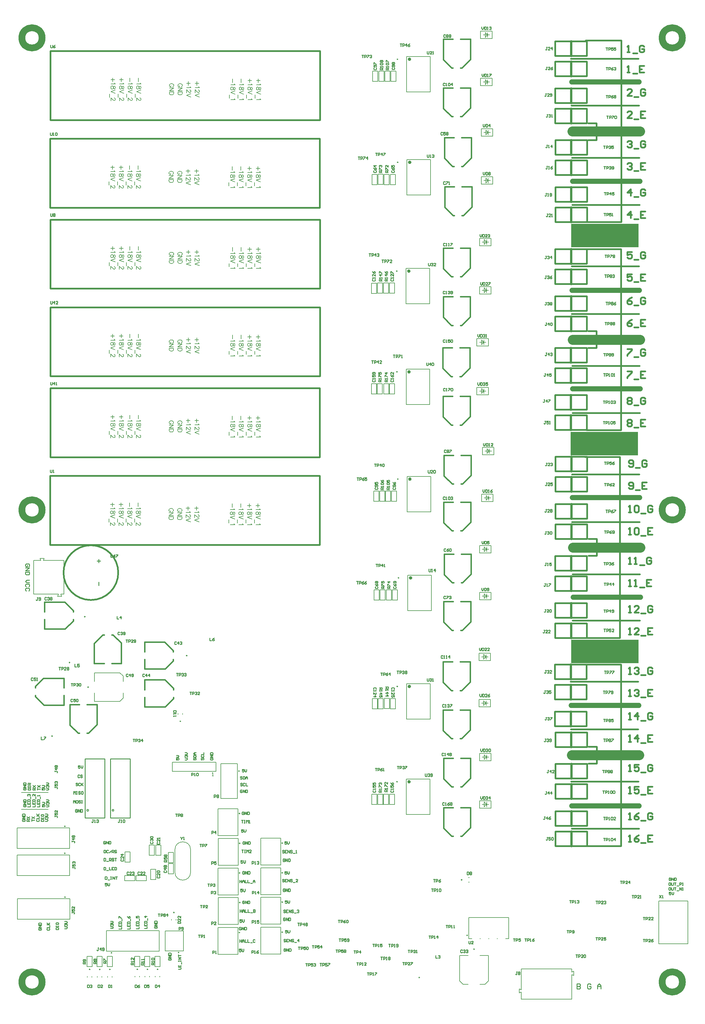
<source format=gbr>
%TF.GenerationSoftware,Altium Limited,Altium Designer,24.10.1 (45)*%
G04 Layer_Color=65535*
%FSLAX43Y43*%
%MOMM*%
%TF.SameCoordinates,766D9AF5-BA92-4156-BEB6-FD46E2A8267A*%
%TF.FilePolarity,Positive*%
%TF.FileFunction,Legend,Top*%
%TF.Part,Single*%
G01*
G75*
%TA.AperFunction,NonConductor*%
%ADD78C,0.250*%
%ADD80C,0.152*%
%ADD81C,0.200*%
%ADD82C,0.254*%
%ADD83C,0.635*%
%ADD93C,0.500*%
%ADD94C,2.000*%
%ADD95C,0.400*%
%ADD96C,1.500*%
%ADD97C,3.000*%
%ADD98C,0.508*%
%ADD99R,20.000X7.000*%
D78*
X79380Y19790D02*
G03*
X79380Y19790I-125J0D01*
G01*
X134258Y18847D02*
G03*
X134258Y18847I-125J0D01*
G01*
X20783Y113350D02*
G03*
X20783Y113350I-125J0D01*
G01*
X16245Y99742D02*
G03*
X16245Y99742I-125J0D01*
G01*
X120050Y6325D02*
G03*
X120050Y6325I-125J0D01*
G01*
X48612Y13756D02*
G03*
X48612Y13756I-125J0D01*
G01*
X14872Y51182D02*
G03*
X14872Y51182I-125J0D01*
G01*
X132618Y35292D02*
G03*
X132618Y35292I-125J0D01*
G01*
X28702Y13646D02*
G03*
X28702Y13646I-125J0D01*
G01*
X79380Y46190D02*
G03*
X79380Y46190I-125J0D01*
G01*
Y37375D02*
G03*
X79380Y37375I-125J0D01*
G01*
Y28705D02*
G03*
X79380Y28705I-125J0D01*
G01*
X66547Y67561D02*
G03*
X66547Y67561I-125J0D01*
G01*
X66742Y46131D02*
G03*
X66742Y46131I-125J0D01*
G01*
X66692Y54961D02*
G03*
X66692Y54961I-125J0D01*
G01*
X66768Y28567D02*
G03*
X66768Y28567I-125J0D01*
G01*
X66667Y19667D02*
G03*
X66667Y19667I-125J0D01*
G01*
X66718Y37342D02*
G03*
X66718Y37342I-125J0D01*
G01*
X14907Y30182D02*
G03*
X14907Y30182I-125J0D01*
G01*
X14862Y43182D02*
G03*
X14862Y43182I-125J0D01*
G01*
X47237Y25608D02*
G03*
X47237Y25608I-125J0D01*
G01*
X42381Y8751D02*
G03*
X42381Y8751I-125J0D01*
G01*
X22231Y8726D02*
G03*
X22231Y8726I-125J0D01*
G01*
X39381Y8751D02*
G03*
X39381Y8751I-125J0D01*
G01*
X36381D02*
G03*
X36381Y8751I-125J0D01*
G01*
X28231Y8726D02*
G03*
X28231Y8726I-125J0D01*
G01*
X25231D02*
G03*
X25231Y8726I-125J0D01*
G01*
X49135Y82335D02*
G03*
X49135Y82335I-125J0D01*
G01*
X113428Y185959D02*
G03*
X113428Y185959I-125J0D01*
G01*
X113375Y215839D02*
G03*
X113375Y215839I-125J0D01*
G01*
X113565Y278678D02*
G03*
X113565Y278678I-125J0D01*
G01*
X113637Y248113D02*
G03*
X113637Y248113I-125J0D01*
G01*
X113449Y64390D02*
G03*
X113449Y64390I-125J0D01*
G01*
X113519Y92660D02*
G03*
X113519Y92660I-125J0D01*
G01*
X113689Y154154D02*
G03*
X113689Y154154I-125J0D01*
G01*
X113891Y124849D02*
G03*
X113891Y124849I-125J0D01*
G01*
X136300Y14725D02*
G03*
X136300Y14725I-125J0D01*
G01*
X51038Y101789D02*
G03*
X51038Y101789I-125J0D01*
G01*
X11085Y77932D02*
G03*
X11085Y77932I-125J0D01*
G01*
X21785Y92459D02*
G03*
X21785Y92459I-125J0D01*
G01*
D80*
X58492Y66132D02*
X58831D01*
X58661D01*
Y67148D01*
X58492Y66978D01*
D81*
X47412Y37536D02*
G03*
X52062Y37536I2325J0D01*
G01*
Y44236D02*
G03*
X47412Y44236I-2325J0D01*
G01*
X72880Y13270D02*
X78830D01*
X72880D02*
Y21230D01*
X78830D01*
Y13270D02*
Y21230D01*
X134608Y24072D02*
X146458D01*
Y17822D02*
Y24072D01*
X134608Y17822D02*
X135573D01*
X137873D02*
X138113D01*
X140413D02*
X140653D01*
X142953D02*
X143193D01*
X145493D02*
X146458D01*
X134608D02*
Y24072D01*
X44507Y14181D02*
X49927D01*
Y20131D01*
X44507D02*
X49927D01*
X44507Y14181D02*
Y20131D01*
X597Y44582D02*
X16197D01*
X597D02*
Y50682D01*
X16197D01*
Y44582D02*
Y50682D01*
X134518Y34592D02*
X134768D01*
X134518Y35942D02*
X134768D01*
X191025Y29050D02*
X199650D01*
X191025Y16300D02*
X199650D01*
Y29050D01*
X191025Y16300D02*
Y29050D01*
X1825Y61225D02*
X9825D01*
X1825Y56225D02*
X9825D01*
X27127Y20246D02*
X42727D01*
Y14146D02*
Y20246D01*
X27127Y14146D02*
X42727D01*
X27127D02*
Y20246D01*
X78830Y39670D02*
Y47630D01*
X72880D02*
X78830D01*
X72880Y39670D02*
Y47630D01*
Y39670D02*
X78830D01*
Y30855D02*
Y38815D01*
X72880D02*
X78830D01*
X72880Y30855D02*
Y38815D01*
Y30855D02*
X78830D01*
Y22185D02*
Y30145D01*
X72880D02*
X78830D01*
X72880Y22185D02*
Y30145D01*
Y22185D02*
X78830D01*
X61072Y59411D02*
X65972D01*
X61072D02*
Y69711D01*
X65972D01*
Y59411D02*
Y69711D01*
X60242Y39611D02*
X66192D01*
X60242D02*
Y47571D01*
X66192D01*
Y39611D02*
Y47571D01*
X60192Y48441D02*
X66142D01*
X60192D02*
Y56401D01*
X66142D01*
Y48441D02*
Y56401D01*
X52062Y37536D02*
Y44236D01*
X47412Y37536D02*
Y44236D01*
X60268Y22047D02*
X66218D01*
X60268D02*
Y30007D01*
X66218D01*
Y22047D02*
Y30007D01*
X60167Y13147D02*
X66117D01*
X60167D02*
Y21107D01*
X66117D01*
Y13147D02*
Y21107D01*
X60218Y30822D02*
X66168D01*
X60218D02*
Y38782D01*
X66168D01*
Y30822D02*
Y38782D01*
X46622Y67462D02*
Y70152D01*
Y67462D02*
X59622D01*
Y70152D01*
X46622D02*
X59622D01*
X150202Y8862D02*
X165202D01*
X150202Y-138D02*
X165202D01*
X150202D02*
Y2012D01*
Y2712D02*
Y8862D01*
X149602Y1762D02*
Y2962D01*
Y1762D02*
X150202Y2012D01*
X149602Y2962D02*
X150202Y2712D01*
X165202Y7212D02*
X165803Y6962D01*
Y8162D01*
X165202Y7912D02*
X165803Y8162D01*
X165202Y7912D02*
Y8862D01*
Y-138D02*
Y7212D01*
X632Y23582D02*
X16232D01*
X632D02*
Y29682D01*
X16232D01*
Y23582D02*
Y29682D01*
X587Y36582D02*
X16187D01*
X587D02*
Y42682D01*
X16187D01*
Y36582D02*
Y42682D01*
X42993Y9577D02*
Y12625D01*
X41469D02*
X42993D01*
X41469Y9577D02*
X42993D01*
X41469D02*
Y12625D01*
X39993Y9577D02*
Y12625D01*
X38469D02*
X39993D01*
X38469Y9577D02*
X39993D01*
X38469D02*
Y12625D01*
X36993Y9577D02*
Y12625D01*
X35469D02*
X36993D01*
X35469Y9577D02*
X36993D01*
X35469D02*
Y12625D01*
X39745Y42549D02*
Y45597D01*
Y42549D02*
X41269D01*
X39745Y45597D02*
X41269D01*
Y42549D02*
Y45597D01*
X34078Y40552D02*
Y43600D01*
X32554D02*
X34078D01*
X32554Y40552D02*
X34078D01*
X32554D02*
Y43600D01*
X35929Y35035D02*
X38977D01*
Y36559D01*
X35929Y35035D02*
Y36559D01*
X38977D01*
X32483Y36560D02*
X35531D01*
X32483Y35036D02*
Y36560D01*
X35531Y35036D02*
Y36560D01*
X32483Y35036D02*
X35531D01*
X41753Y35400D02*
Y38448D01*
X40229D02*
X41753D01*
X40229Y35400D02*
X41753D01*
X40229D02*
Y38448D01*
X45433Y37070D02*
Y40118D01*
Y37070D02*
X46957D01*
X45433Y40118D02*
X46957D01*
Y37070D02*
Y40118D01*
X45433Y40400D02*
Y43448D01*
Y40400D02*
X46957D01*
X45433Y43448D02*
X46957D01*
Y40400D02*
Y43448D01*
X41743Y42549D02*
Y45597D01*
Y42549D02*
X43267D01*
X41743Y45597D02*
X43267D01*
Y42549D02*
Y45597D01*
X46412Y23333D02*
Y23583D01*
X47762Y23333D02*
Y23583D01*
X25843Y9552D02*
Y12600D01*
X24319D02*
X25843D01*
X24319Y9552D02*
X25843D01*
X24319D02*
Y12600D01*
X28843Y9552D02*
Y12600D01*
X27319D02*
X28843D01*
X27319Y9552D02*
X28843D01*
X27319D02*
Y12600D01*
X22843Y9552D02*
Y12600D01*
X21319D02*
X22843D01*
X21319Y9552D02*
X22843D01*
X21319D02*
Y12600D01*
X41556Y6476D02*
Y6726D01*
X42906Y6476D02*
Y6726D01*
X22756Y6451D02*
Y6701D01*
X21406Y6451D02*
Y6701D01*
X38556Y6476D02*
Y6726D01*
X39906Y6476D02*
Y6726D01*
X36906Y6476D02*
Y6726D01*
X35556Y6476D02*
Y6726D01*
X28756Y6451D02*
Y6701D01*
X27406Y6451D02*
Y6701D01*
X24406Y6451D02*
Y6701D01*
X25756Y6451D02*
Y6701D01*
X48360Y84360D02*
Y84610D01*
X49710Y84360D02*
Y84610D01*
X137013Y179154D02*
Y181354D01*
X140438D01*
X137013Y179154D02*
X140438D01*
Y181354D01*
X138406Y179547D02*
X139113Y180254D01*
X138406Y180961D02*
X139113Y180254D01*
X138406Y179547D02*
Y180961D01*
X139113Y179554D02*
Y180254D01*
X137813D02*
X139113D01*
Y180954D01*
Y180254D02*
X139713D01*
X137013Y193624D02*
Y195824D01*
X140438D01*
X137013Y193624D02*
X140438D01*
Y195824D01*
X138406Y194017D02*
X139113Y194724D01*
X138406Y195431D02*
X139113Y194724D01*
X138406Y194017D02*
Y195431D01*
X139113Y194024D02*
Y194724D01*
X137813D02*
X139113D01*
Y195424D01*
Y194724D02*
X139713D01*
X137790Y209053D02*
Y211253D01*
X141215D01*
X137790Y209053D02*
X141215D01*
Y211253D01*
X139183Y209446D02*
X139890Y210153D01*
X139183Y210860D02*
X139890Y210153D01*
X139183Y209446D02*
Y210860D01*
X139890Y209453D02*
Y210153D01*
X138590D02*
X139890D01*
Y210853D01*
Y210153D02*
X140490D01*
X137820Y223374D02*
Y225574D01*
X141245D01*
X137820Y223374D02*
X141245D01*
Y225574D01*
X139213Y223766D02*
X139920Y224474D01*
X139213Y225181D02*
X139920Y224474D01*
X139213Y223766D02*
Y225181D01*
X139920Y223774D02*
Y224474D01*
X138620D02*
X139920D01*
Y225174D01*
Y224474D02*
X140520D01*
X138120Y270813D02*
Y273013D01*
X141545D01*
X138120Y270813D02*
X141545D01*
Y273013D01*
X139513Y271205D02*
X140220Y271913D01*
X139513Y272620D02*
X140220Y271913D01*
X139513Y271205D02*
Y272620D01*
X140220Y271213D02*
Y271913D01*
X138920D02*
X140220D01*
Y272613D01*
Y271913D02*
X140820D01*
X138120Y284783D02*
Y286983D01*
X141545D01*
X138120Y284783D02*
X141545D01*
Y286983D01*
X139513Y285175D02*
X140220Y285883D01*
X139513Y286590D02*
X140220Y285883D01*
X139513Y285175D02*
Y286590D01*
X140220Y285183D02*
Y285883D01*
X138920D02*
X140220D01*
Y286583D01*
Y285883D02*
X140820D01*
X138306Y241598D02*
Y243798D01*
X141731D01*
X138306Y241598D02*
X141731D01*
Y243798D01*
X139699Y241990D02*
X140406Y242698D01*
X139699Y243405D02*
X140406Y242698D01*
X139699Y241990D02*
Y243405D01*
X140406Y241998D02*
Y242698D01*
X139106D02*
X140406D01*
Y243398D01*
Y242698D02*
X141006D01*
X138306Y255856D02*
Y258056D01*
X141731D01*
X138306Y255856D02*
X141731D01*
Y258056D01*
X139699Y256248D02*
X140406Y256956D01*
X139699Y257663D02*
X140406Y256956D01*
X139699Y256248D02*
Y257663D01*
X140406Y256256D02*
Y256956D01*
X139106D02*
X140406D01*
Y257656D01*
Y256956D02*
X141006D01*
X116053Y186764D02*
X123053D01*
Y176264D02*
Y186764D01*
X116053Y176264D02*
X123053D01*
X116053D02*
Y186764D01*
X116000Y216644D02*
X123000D01*
Y206144D02*
Y216644D01*
X116000Y206144D02*
X123000D01*
X116000D02*
Y216644D01*
X116190Y279483D02*
X123190D01*
Y268983D02*
Y279483D01*
X116190Y268983D02*
X123190D01*
X116190D02*
Y279483D01*
X116262Y248918D02*
X123262D01*
Y238418D02*
Y248918D01*
X116262Y238418D02*
X123262D01*
X116262D02*
Y248918D01*
X108984Y179355D02*
Y182403D01*
X107460D02*
X108984D01*
X107460Y179355D02*
X108984D01*
X107460D02*
Y182403D01*
X110865Y179355D02*
Y182403D01*
X109341D02*
X110865D01*
X109341Y179355D02*
X110865D01*
X109341D02*
Y182403D01*
X109077Y209240D02*
Y212288D01*
X107553D02*
X109077D01*
X107553Y209240D02*
X109077D01*
X107553D02*
Y212288D01*
X110857Y209240D02*
Y212288D01*
X109333D02*
X110857D01*
X109333Y209240D02*
X110857D01*
X109333D02*
Y212288D01*
X109429Y272079D02*
Y275127D01*
X107905D02*
X109429D01*
X107905Y272079D02*
X109429D01*
X107905D02*
Y275127D01*
X111212Y272079D02*
Y275127D01*
X109688D02*
X111212D01*
X109688Y272079D02*
X111212D01*
X109688D02*
Y275127D01*
X109235Y241498D02*
Y244546D01*
X107711D02*
X109235D01*
X107711Y241498D02*
X109235D01*
X107711D02*
Y244546D01*
X111025Y241488D02*
Y244536D01*
X109501D02*
X111025D01*
X109501Y241488D02*
X111025D01*
X109501D02*
Y244536D01*
X112605Y179355D02*
Y182403D01*
X111081D02*
X112605D01*
X111081Y179355D02*
X112605D01*
X111081D02*
Y182403D01*
X107225Y179355D02*
Y182403D01*
X105701D02*
X107225D01*
X105701Y179355D02*
X107225D01*
X105701D02*
Y182403D01*
X112582Y209235D02*
Y212283D01*
X111058D02*
X112582D01*
X111058Y209235D02*
X112582D01*
X111058D02*
Y212283D01*
X107302Y209234D02*
Y212282D01*
X105778D02*
X107302D01*
X105778Y209234D02*
X107302D01*
X105778D02*
Y212282D01*
X112982Y272079D02*
Y275127D01*
X111458D02*
X112982D01*
X111458Y272079D02*
X112982D01*
X111458D02*
Y275127D01*
X107609Y272079D02*
Y275127D01*
X106085D02*
X107609D01*
X106085Y272079D02*
X107609D01*
X106085D02*
Y275127D01*
X112834Y241488D02*
Y244536D01*
X111310D02*
X112834D01*
X111310Y241488D02*
X112834D01*
X111310D02*
Y244536D01*
X107445Y241488D02*
Y244536D01*
X105921D02*
X107445D01*
X105921Y241488D02*
X107445D01*
X105921D02*
Y244536D01*
X137824Y56575D02*
Y58775D01*
X141249D01*
X137824Y56575D02*
X141249D01*
Y58775D01*
X139217Y56968D02*
X139924Y57675D01*
X139217Y58382D02*
X139924Y57675D01*
X139217Y56968D02*
Y58382D01*
X139924Y56975D02*
Y57675D01*
X138624D02*
X139924D01*
Y58375D01*
Y57675D02*
X140524D01*
X139924Y71689D02*
X140524D01*
X139924D02*
Y72389D01*
X138624Y71689D02*
X139924D01*
Y70989D02*
Y71689D01*
X139217Y70982D02*
Y72396D01*
X139924Y71689D01*
X139217Y70982D02*
X139924Y71689D01*
X141249Y70589D02*
Y72789D01*
X137824Y70589D02*
X141249D01*
X137824Y72789D02*
X141249D01*
X137824Y70589D02*
Y72789D01*
X137664Y86585D02*
Y88785D01*
X141089D01*
X137664Y86585D02*
X141089D01*
Y88785D01*
X139057Y86978D02*
X139764Y87685D01*
X139057Y88392D02*
X139764Y87685D01*
X139057Y86978D02*
Y88392D01*
X139764Y86985D02*
Y87685D01*
X138464D02*
X139764D01*
Y88385D01*
Y87685D02*
X140364D01*
X137664Y100325D02*
Y102525D01*
X141089D01*
X137664Y100325D02*
X141089D01*
Y102525D01*
X139057Y100718D02*
X139764Y101425D01*
X139057Y102132D02*
X139764Y101425D01*
X139057Y100718D02*
Y102132D01*
X139764Y100725D02*
Y101425D01*
X138464D02*
X139764D01*
Y102125D01*
Y101425D02*
X140364D01*
X138424Y147459D02*
Y149659D01*
X141849D01*
X138424Y147459D02*
X141849D01*
Y149659D01*
X139817Y147852D02*
X140524Y148559D01*
X139817Y149266D02*
X140524Y148559D01*
X139817Y147852D02*
Y149266D01*
X140524Y147859D02*
Y148559D01*
X139224D02*
X140524D01*
Y149259D01*
Y148559D02*
X141124D01*
X138644Y161359D02*
Y163559D01*
X142069D01*
X138644Y161359D02*
X142069D01*
Y163559D01*
X140037Y161752D02*
X140744Y162459D01*
X140037Y163166D02*
X140744Y162459D01*
X140037Y161752D02*
Y163166D01*
X140744Y161759D02*
Y162459D01*
X139444D02*
X140744D01*
Y163159D01*
Y162459D02*
X141344D01*
X137806Y118349D02*
Y120549D01*
X141231D01*
X137806Y118349D02*
X141231D01*
Y120549D01*
X139199Y118742D02*
X139906Y119449D01*
X139199Y120156D02*
X139906Y119449D01*
X139199Y118742D02*
Y120156D01*
X139906Y118749D02*
Y119449D01*
X138606D02*
X139906D01*
Y120149D01*
Y119449D02*
X140506D01*
X137806Y132239D02*
Y134439D01*
X141231D01*
X137806Y132239D02*
X141231D01*
Y134439D01*
X139199Y132632D02*
X139906Y133339D01*
X139199Y134046D02*
X139906Y133339D01*
X139199Y132632D02*
Y134046D01*
X139906Y132639D02*
Y133339D01*
X138606D02*
X139906D01*
Y134039D01*
Y133339D02*
X140506D01*
X116074Y54695D02*
Y65195D01*
Y54695D02*
X123074D01*
Y65195D01*
X116074D02*
X123074D01*
X116144Y93465D02*
X123144D01*
Y82965D02*
Y93465D01*
X116144Y82965D02*
X123144D01*
X116144D02*
Y93465D01*
X116314Y154959D02*
X123314D01*
Y144459D02*
Y154959D01*
X116314Y144459D02*
X123314D01*
X116314D02*
Y154959D01*
X116516Y125654D02*
X123516D01*
Y115154D02*
Y125654D01*
X116516Y115154D02*
X123516D01*
X116516D02*
Y125654D01*
X109102Y57681D02*
Y60729D01*
X107578D02*
X109102D01*
X107578Y57681D02*
X109102D01*
X107578D02*
Y60729D01*
X110825Y57681D02*
Y60729D01*
X109301D02*
X110825D01*
X109301Y57681D02*
X110825D01*
X109301D02*
Y60729D01*
X109246Y86031D02*
Y89079D01*
X107722D02*
X109246D01*
X107722Y86031D02*
X109246D01*
X107722D02*
Y89079D01*
X111076Y86051D02*
Y89099D01*
X109552D02*
X111076D01*
X109552Y86051D02*
X111076D01*
X109552D02*
Y89099D01*
X109696Y147525D02*
Y150573D01*
X108172D02*
X109696D01*
X108172Y147525D02*
X109696D01*
X108172D02*
Y150573D01*
X111416Y147525D02*
Y150573D01*
X109892D02*
X111416D01*
X109892Y147525D02*
X111416D01*
X109892D02*
Y150573D01*
X109827Y118300D02*
Y121348D01*
X108303D02*
X109827D01*
X108303Y118300D02*
X109827D01*
X108303D02*
Y121348D01*
X111630Y118300D02*
Y121348D01*
X110106D02*
X111630D01*
X110106Y118300D02*
X111630D01*
X110106D02*
Y121348D01*
X112586Y57681D02*
Y60729D01*
X111062D02*
X112586D01*
X111062Y57681D02*
X112586D01*
X111062D02*
Y60729D01*
X107326Y57681D02*
Y60729D01*
X105802D02*
X107326D01*
X105802Y57681D02*
X107326D01*
X105802D02*
Y60729D01*
X112866Y86031D02*
Y89079D01*
X111342D02*
X112866D01*
X111342Y86031D02*
X112866D01*
X111342D02*
Y89079D01*
X107496Y86031D02*
Y89079D01*
X105972D02*
X107496D01*
X105972Y86031D02*
X107496D01*
X105972D02*
Y89079D01*
X113166Y147555D02*
Y150603D01*
X111642D02*
X113166D01*
X111642Y147555D02*
X113166D01*
X111642D02*
Y150603D01*
X107906Y147555D02*
Y150603D01*
X106382D02*
X107906D01*
X106382Y147555D02*
X107906D01*
X106382D02*
Y150603D01*
X113407Y118300D02*
Y121348D01*
X111883D02*
X113407D01*
X111883Y118300D02*
X113407D01*
X111883D02*
Y121348D01*
X108000Y118300D02*
Y121348D01*
X106476D02*
X108000D01*
X106476Y118300D02*
X108000D01*
X106476D02*
Y121348D01*
X132925Y4325D02*
X134475D01*
X137875D02*
X139425D01*
X140425Y5325D01*
X131925D02*
X132925Y4325D01*
X131925Y5325D02*
Y12825D01*
X140425Y5325D02*
Y12825D01*
X137875D02*
X140425D01*
X131925D02*
X134475D01*
X32060Y89209D02*
Y90759D01*
Y94159D02*
Y95709D01*
X31060Y96709D02*
X32060Y95709D01*
X31060Y88209D02*
X32060Y89209D01*
X23560Y88209D02*
X31060D01*
X23560Y96709D02*
X31060D01*
X23560Y94159D02*
Y96709D01*
Y88209D02*
Y90759D01*
X5500Y120000D02*
X12850D01*
X13550D02*
X14500D01*
Y130000D01*
X5500Y120000D02*
Y130000D01*
X7650D01*
X8350D02*
X14500D01*
X7400Y130600D02*
X8600D01*
X7400D02*
X7650Y130000D01*
X8350D02*
X8600Y130600D01*
X13550Y120000D02*
X13800Y119400D01*
X12600D02*
X13800D01*
X12600D02*
X12850Y120000D01*
X64506Y222875D02*
Y221761D01*
X65001Y221377D02*
X65063Y221254D01*
X65249Y221068D01*
X63949D01*
X65249Y220115D02*
X65187Y220301D01*
X65063Y220362D01*
X64939D01*
X64816Y220301D01*
X64754Y220177D01*
X64692Y219929D01*
X64630Y219744D01*
X64506Y219620D01*
X64382Y219558D01*
X64197D01*
X64073Y219620D01*
X64011Y219682D01*
X63949Y219867D01*
Y220115D01*
X64011Y220301D01*
X64073Y220362D01*
X64197Y220424D01*
X64382D01*
X64506Y220362D01*
X64630Y220239D01*
X64692Y220053D01*
X64754Y219805D01*
X64816Y219682D01*
X64939Y219620D01*
X65063D01*
X65187Y219682D01*
X65249Y219867D01*
Y220115D01*
Y219267D02*
X63949Y218772D01*
X65249Y218277D02*
X63949Y218772D01*
X63516Y218110D02*
Y217119D01*
X65001Y216952D02*
X65063Y216828D01*
X65249Y216643D01*
X63949D01*
X67046Y222875D02*
Y221761D01*
X67541Y221377D02*
X67603Y221254D01*
X67789Y221068D01*
X66489D01*
X67789Y220115D02*
X67727Y220301D01*
X67603Y220362D01*
X67479D01*
X67356Y220301D01*
X67294Y220177D01*
X67232Y219929D01*
X67170Y219744D01*
X67046Y219620D01*
X66922Y219558D01*
X66737D01*
X66613Y219620D01*
X66551Y219682D01*
X66489Y219867D01*
Y220115D01*
X66551Y220301D01*
X66613Y220362D01*
X66737Y220424D01*
X66922D01*
X67046Y220362D01*
X67170Y220239D01*
X67232Y220053D01*
X67294Y219805D01*
X67356Y219682D01*
X67479Y219620D01*
X67603D01*
X67727Y219682D01*
X67789Y219867D01*
Y220115D01*
Y219267D02*
X66489Y218772D01*
X67789Y218277D02*
X66489Y218772D01*
X66056Y218110D02*
Y217119D01*
X67541Y216952D02*
X67603Y216828D01*
X67789Y216643D01*
X66489D01*
X70143Y222318D02*
X69029D01*
X69586Y222875D02*
Y221761D01*
X70081Y221378D02*
X70143Y221254D01*
X70329Y221068D01*
X69029D01*
X70329Y220115D02*
X70267Y220301D01*
X70143Y220362D01*
X70019D01*
X69896Y220301D01*
X69834Y220177D01*
X69772Y219929D01*
X69710Y219744D01*
X69586Y219620D01*
X69462Y219558D01*
X69277D01*
X69153Y219620D01*
X69091Y219682D01*
X69029Y219867D01*
Y220115D01*
X69091Y220301D01*
X69153Y220362D01*
X69277Y220424D01*
X69462D01*
X69586Y220362D01*
X69710Y220239D01*
X69772Y220053D01*
X69834Y219805D01*
X69896Y219682D01*
X70019Y219620D01*
X70143D01*
X70267Y219682D01*
X70329Y219867D01*
Y220115D01*
Y219267D02*
X69029Y218772D01*
X70329Y218277D02*
X69029Y218772D01*
X68596Y218110D02*
Y217119D01*
X70081Y216952D02*
X70143Y216828D01*
X70329Y216643D01*
X69029D01*
X72683Y222318D02*
X71569D01*
X72126Y222875D02*
Y221761D01*
X72621Y221377D02*
X72683Y221254D01*
X72869Y221068D01*
X71569D01*
X72869Y220115D02*
X72807Y220301D01*
X72683Y220362D01*
X72559D01*
X72436Y220301D01*
X72374Y220177D01*
X72312Y219929D01*
X72250Y219744D01*
X72126Y219620D01*
X72002Y219558D01*
X71817D01*
X71693Y219620D01*
X71631Y219682D01*
X71569Y219867D01*
Y220115D01*
X71631Y220301D01*
X71693Y220362D01*
X71817Y220424D01*
X72002D01*
X72126Y220362D01*
X72250Y220239D01*
X72312Y220053D01*
X72374Y219805D01*
X72436Y219682D01*
X72559Y219620D01*
X72683D01*
X72807Y219682D01*
X72869Y219867D01*
Y220115D01*
Y219267D02*
X71569Y218772D01*
X72869Y218277D02*
X71569Y218772D01*
X71136Y218110D02*
Y217119D01*
X72621Y216952D02*
X72683Y216828D01*
X72869Y216643D01*
X71569D01*
X29504Y222597D02*
X28390D01*
X28947Y223154D02*
Y222040D01*
X29442Y221656D02*
X29504Y221532D01*
X29690Y221347D01*
X28390D01*
X29690Y220393D02*
X29628Y220579D01*
X29504Y220641D01*
X29381D01*
X29257Y220579D01*
X29195Y220455D01*
X29133Y220208D01*
X29071Y220022D01*
X28947Y219898D01*
X28823Y219836D01*
X28638D01*
X28514Y219898D01*
X28452Y219960D01*
X28390Y220146D01*
Y220393D01*
X28452Y220579D01*
X28514Y220641D01*
X28638Y220703D01*
X28823D01*
X28947Y220641D01*
X29071Y220517D01*
X29133Y220332D01*
X29195Y220084D01*
X29257Y219960D01*
X29381Y219898D01*
X29504D01*
X29628Y219960D01*
X29690Y220146D01*
Y220393D01*
Y219545D02*
X28390Y219050D01*
X29690Y218555D02*
X28390Y219050D01*
X27957Y218388D02*
Y217398D01*
X29381Y217169D02*
X29442D01*
X29566Y217107D01*
X29628Y217045D01*
X29690Y216921D01*
Y216674D01*
X29628Y216550D01*
X29566Y216488D01*
X29442Y216426D01*
X29319D01*
X29195Y216488D01*
X29009Y216612D01*
X28390Y217231D01*
Y216364D01*
X32044Y222597D02*
X30930D01*
X31487Y223154D02*
Y222040D01*
X31982Y221656D02*
X32044Y221532D01*
X32230Y221347D01*
X30930D01*
X32230Y220393D02*
X32168Y220579D01*
X32044Y220641D01*
X31921D01*
X31797Y220579D01*
X31735Y220455D01*
X31673Y220208D01*
X31611Y220022D01*
X31487Y219898D01*
X31364Y219836D01*
X31178D01*
X31054Y219898D01*
X30992Y219960D01*
X30930Y220146D01*
Y220393D01*
X30992Y220579D01*
X31054Y220641D01*
X31178Y220703D01*
X31364D01*
X31487Y220641D01*
X31611Y220517D01*
X31673Y220332D01*
X31735Y220084D01*
X31797Y219960D01*
X31921Y219898D01*
X32044D01*
X32168Y219960D01*
X32230Y220146D01*
Y220393D01*
Y219545D02*
X30930Y219050D01*
X32230Y218555D02*
X30930Y219050D01*
X30497Y218388D02*
Y217398D01*
X31921Y217169D02*
X31982D01*
X32106Y217107D01*
X32168Y217045D01*
X32230Y216921D01*
Y216674D01*
X32168Y216550D01*
X32106Y216488D01*
X31982Y216426D01*
X31859D01*
X31735Y216488D01*
X31549Y216612D01*
X30930Y217231D01*
Y216364D01*
X34027Y223154D02*
Y222040D01*
X34522Y221656D02*
X34584Y221532D01*
X34770Y221347D01*
X33470D01*
X34770Y220393D02*
X34708Y220579D01*
X34584Y220641D01*
X34461D01*
X34337Y220579D01*
X34275Y220455D01*
X34213Y220208D01*
X34151Y220022D01*
X34027Y219898D01*
X33903Y219836D01*
X33718D01*
X33594Y219898D01*
X33532Y219960D01*
X33470Y220146D01*
Y220393D01*
X33532Y220579D01*
X33594Y220641D01*
X33718Y220703D01*
X33903D01*
X34027Y220641D01*
X34151Y220517D01*
X34213Y220332D01*
X34275Y220084D01*
X34337Y219960D01*
X34461Y219898D01*
X34584D01*
X34708Y219960D01*
X34770Y220146D01*
Y220393D01*
Y219545D02*
X33470Y219050D01*
X34770Y218555D02*
X33470Y219050D01*
X33037Y218388D02*
Y217398D01*
X34461Y217169D02*
X34522D01*
X34646Y217107D01*
X34708Y217045D01*
X34770Y216921D01*
Y216674D01*
X34708Y216550D01*
X34646Y216488D01*
X34522Y216426D01*
X34399D01*
X34275Y216488D01*
X34089Y216612D01*
X33470Y217231D01*
Y216364D01*
X36567Y223154D02*
Y222040D01*
X37062Y221656D02*
X37124Y221533D01*
X37310Y221347D01*
X36010D01*
X37310Y220394D02*
X37248Y220580D01*
X37124Y220641D01*
X37000D01*
X36876Y220580D01*
X36814Y220456D01*
X36752Y220208D01*
X36691Y220023D01*
X36567Y219899D01*
X36443Y219837D01*
X36257D01*
X36134Y219899D01*
X36072Y219961D01*
X36010Y220146D01*
Y220394D01*
X36072Y220580D01*
X36134Y220641D01*
X36257Y220703D01*
X36443D01*
X36567Y220641D01*
X36691Y220518D01*
X36752Y220332D01*
X36814Y220084D01*
X36876Y219961D01*
X37000Y219899D01*
X37124D01*
X37248Y219961D01*
X37310Y220146D01*
Y220394D01*
Y219546D02*
X36010Y219051D01*
X37310Y218556D02*
X36010Y219051D01*
X35577Y218389D02*
Y217398D01*
X37000Y217169D02*
X37062D01*
X37186Y217107D01*
X37248Y217046D01*
X37310Y216922D01*
Y216674D01*
X37248Y216550D01*
X37186Y216489D01*
X37062Y216427D01*
X36938D01*
X36814Y216489D01*
X36629Y216612D01*
X36010Y217231D01*
Y216365D01*
X54470Y221501D02*
X53356D01*
X53913Y222058D02*
Y220944D01*
X54408Y220561D02*
X54470Y220437D01*
X54656Y220251D01*
X53356D01*
X54346Y219546D02*
X54408D01*
X54532Y219484D01*
X54594Y219422D01*
X54656Y219298D01*
Y219050D01*
X54594Y218927D01*
X54532Y218865D01*
X54408Y218803D01*
X54284D01*
X54160Y218865D01*
X53975Y218989D01*
X53356Y219607D01*
Y218741D01*
X54656Y218450D02*
X53356Y217955D01*
X54656Y217460D02*
X53356Y217955D01*
X46727Y220489D02*
X46851Y220551D01*
X46975Y220675D01*
X47037Y220799D01*
Y221046D01*
X46975Y221170D01*
X46851Y221294D01*
X46727Y221356D01*
X46542Y221418D01*
X46232D01*
X46046Y221356D01*
X45923Y221294D01*
X45799Y221170D01*
X45737Y221046D01*
Y220799D01*
X45799Y220675D01*
X45923Y220551D01*
X46046Y220489D01*
X46232D01*
Y220799D02*
Y220489D01*
X47037Y220192D02*
X45737D01*
X47037D02*
X45737Y219326D01*
X47037D02*
X45737D01*
X47037Y218967D02*
X45737D01*
X47037D02*
Y218534D01*
X46975Y218348D01*
X46851Y218224D01*
X46727Y218162D01*
X46542Y218100D01*
X46232D01*
X46046Y218162D01*
X45923Y218224D01*
X45799Y218348D01*
X45737Y218534D01*
Y218967D01*
X49267Y220489D02*
X49391Y220551D01*
X49515Y220675D01*
X49577Y220799D01*
Y221046D01*
X49515Y221170D01*
X49391Y221294D01*
X49267Y221356D01*
X49082Y221418D01*
X48772D01*
X48586Y221356D01*
X48463Y221294D01*
X48339Y221170D01*
X48277Y221046D01*
Y220799D01*
X48339Y220675D01*
X48463Y220551D01*
X48586Y220489D01*
X48772D01*
Y220799D02*
Y220489D01*
X49577Y220192D02*
X48277D01*
X49577D02*
X48277Y219326D01*
X49577D02*
X48277D01*
X49577Y218967D02*
X48277D01*
X49577D02*
Y218534D01*
X49515Y218348D01*
X49391Y218224D01*
X49267Y218162D01*
X49082Y218100D01*
X48772D01*
X48586Y218162D01*
X48463Y218224D01*
X48339Y218348D01*
X48277Y218534D01*
Y218967D01*
X51930Y221501D02*
X50816D01*
X51373Y222058D02*
Y220944D01*
X51868Y220561D02*
X51930Y220437D01*
X52116Y220251D01*
X50816D01*
X51806Y219546D02*
X51868D01*
X51992Y219484D01*
X52054Y219422D01*
X52116Y219298D01*
Y219050D01*
X52054Y218927D01*
X51992Y218865D01*
X51868Y218803D01*
X51744D01*
X51620Y218865D01*
X51435Y218989D01*
X50816Y219607D01*
Y218741D01*
X52116Y218450D02*
X50816Y217955D01*
X52116Y217460D02*
X50816Y217955D01*
X64465Y172875D02*
Y171761D01*
X64961Y171377D02*
X65022Y171254D01*
X65208Y171068D01*
X63908D01*
X65208Y170115D02*
X65146Y170301D01*
X65022Y170362D01*
X64899D01*
X64775Y170301D01*
X64713Y170177D01*
X64651Y169929D01*
X64589Y169744D01*
X64465Y169620D01*
X64342Y169558D01*
X64156D01*
X64032Y169620D01*
X63970Y169682D01*
X63908Y169867D01*
Y170115D01*
X63970Y170301D01*
X64032Y170362D01*
X64156Y170424D01*
X64342D01*
X64465Y170362D01*
X64589Y170239D01*
X64651Y170053D01*
X64713Y169805D01*
X64775Y169682D01*
X64899Y169620D01*
X65022D01*
X65146Y169682D01*
X65208Y169867D01*
Y170115D01*
Y169267D02*
X63908Y168772D01*
X65208Y168277D02*
X63908Y168772D01*
X63475Y168110D02*
Y167119D01*
X64961Y166952D02*
X65022Y166828D01*
X65208Y166643D01*
X63908D01*
X67005Y172875D02*
Y171761D01*
X67501Y171377D02*
X67562Y171254D01*
X67748Y171068D01*
X66448D01*
X67748Y170115D02*
X67686Y170301D01*
X67562Y170362D01*
X67439D01*
X67315Y170301D01*
X67253Y170177D01*
X67191Y169929D01*
X67129Y169744D01*
X67005Y169620D01*
X66882Y169558D01*
X66696D01*
X66572Y169620D01*
X66510Y169682D01*
X66448Y169867D01*
Y170115D01*
X66510Y170301D01*
X66572Y170362D01*
X66696Y170424D01*
X66882D01*
X67005Y170362D01*
X67129Y170239D01*
X67191Y170053D01*
X67253Y169805D01*
X67315Y169682D01*
X67439Y169620D01*
X67562D01*
X67686Y169682D01*
X67748Y169867D01*
Y170115D01*
Y169267D02*
X66448Y168772D01*
X67748Y168277D02*
X66448Y168772D01*
X66015Y168110D02*
Y167119D01*
X67501Y166952D02*
X67562Y166828D01*
X67748Y166643D01*
X66448D01*
X70102Y172318D02*
X68988D01*
X69545Y172875D02*
Y171761D01*
X70040Y171378D02*
X70102Y171254D01*
X70288Y171068D01*
X68988D01*
X70288Y170115D02*
X70226Y170301D01*
X70102Y170362D01*
X69979D01*
X69855Y170301D01*
X69793Y170177D01*
X69731Y169929D01*
X69669Y169744D01*
X69545Y169620D01*
X69422Y169558D01*
X69236D01*
X69112Y169620D01*
X69050Y169682D01*
X68988Y169867D01*
Y170115D01*
X69050Y170301D01*
X69112Y170362D01*
X69236Y170424D01*
X69422D01*
X69545Y170362D01*
X69669Y170239D01*
X69731Y170053D01*
X69793Y169805D01*
X69855Y169682D01*
X69979Y169620D01*
X70102D01*
X70226Y169682D01*
X70288Y169867D01*
Y170115D01*
Y169267D02*
X68988Y168772D01*
X70288Y168277D02*
X68988Y168772D01*
X68555Y168110D02*
Y167119D01*
X70040Y166952D02*
X70102Y166828D01*
X70288Y166643D01*
X68988D01*
X72642Y172318D02*
X71528D01*
X72085Y172875D02*
Y171761D01*
X72580Y171377D02*
X72642Y171254D01*
X72828Y171068D01*
X71528D01*
X72828Y170115D02*
X72766Y170301D01*
X72642Y170362D01*
X72519D01*
X72395Y170301D01*
X72333Y170177D01*
X72271Y169929D01*
X72209Y169743D01*
X72085Y169620D01*
X71962Y169558D01*
X71776D01*
X71652Y169620D01*
X71590Y169682D01*
X71528Y169867D01*
Y170115D01*
X71590Y170301D01*
X71652Y170362D01*
X71776Y170424D01*
X71962D01*
X72085Y170362D01*
X72209Y170239D01*
X72271Y170053D01*
X72333Y169805D01*
X72395Y169682D01*
X72519Y169620D01*
X72642D01*
X72766Y169682D01*
X72828Y169867D01*
Y170115D01*
Y169267D02*
X71528Y168772D01*
X72828Y168277D02*
X71528Y168772D01*
X71095Y168110D02*
Y167119D01*
X72580Y166952D02*
X72642Y166828D01*
X72828Y166643D01*
X71528D01*
X29464Y172597D02*
X28350D01*
X28907Y173154D02*
Y172040D01*
X29402Y171656D02*
X29464Y171532D01*
X29650Y171347D01*
X28350D01*
X29650Y170393D02*
X29588Y170579D01*
X29464Y170641D01*
X29340D01*
X29217Y170579D01*
X29155Y170455D01*
X29093Y170208D01*
X29031Y170022D01*
X28907Y169898D01*
X28783Y169836D01*
X28598D01*
X28474Y169898D01*
X28412Y169960D01*
X28350Y170146D01*
Y170393D01*
X28412Y170579D01*
X28474Y170641D01*
X28598Y170703D01*
X28783D01*
X28907Y170641D01*
X29031Y170517D01*
X29093Y170332D01*
X29155Y170084D01*
X29217Y169960D01*
X29340Y169898D01*
X29464D01*
X29588Y169960D01*
X29650Y170146D01*
Y170393D01*
Y169546D02*
X28350Y169050D01*
X29650Y168555D02*
X28350Y169050D01*
X27917Y168388D02*
Y167398D01*
X29340Y167169D02*
X29402D01*
X29526Y167107D01*
X29588Y167045D01*
X29650Y166921D01*
Y166674D01*
X29588Y166550D01*
X29526Y166488D01*
X29402Y166426D01*
X29278D01*
X29155Y166488D01*
X28969Y166612D01*
X28350Y167231D01*
Y166364D01*
X32004Y172597D02*
X30890D01*
X31447Y173154D02*
Y172040D01*
X31942Y171656D02*
X32004Y171532D01*
X32190Y171347D01*
X30890D01*
X32190Y170393D02*
X32128Y170579D01*
X32004Y170641D01*
X31880D01*
X31757Y170579D01*
X31695Y170455D01*
X31633Y170208D01*
X31571Y170022D01*
X31447Y169898D01*
X31323Y169836D01*
X31138D01*
X31014Y169898D01*
X30952Y169960D01*
X30890Y170146D01*
Y170393D01*
X30952Y170579D01*
X31014Y170641D01*
X31138Y170703D01*
X31323D01*
X31447Y170641D01*
X31571Y170517D01*
X31633Y170332D01*
X31695Y170084D01*
X31757Y169960D01*
X31880Y169898D01*
X32004D01*
X32128Y169960D01*
X32190Y170146D01*
Y170393D01*
Y169545D02*
X30890Y169050D01*
X32190Y168555D02*
X30890Y169050D01*
X30457Y168388D02*
Y167398D01*
X31880Y167169D02*
X31942D01*
X32066Y167107D01*
X32128Y167045D01*
X32190Y166921D01*
Y166674D01*
X32128Y166550D01*
X32066Y166488D01*
X31942Y166426D01*
X31818D01*
X31695Y166488D01*
X31509Y166612D01*
X30890Y167231D01*
Y166364D01*
X33987Y173154D02*
Y172040D01*
X34482Y171656D02*
X34544Y171532D01*
X34730Y171347D01*
X33430D01*
X34730Y170393D02*
X34668Y170579D01*
X34544Y170641D01*
X34420D01*
X34297Y170579D01*
X34235Y170455D01*
X34173Y170208D01*
X34111Y170022D01*
X33987Y169898D01*
X33863Y169836D01*
X33678D01*
X33554Y169898D01*
X33492Y169960D01*
X33430Y170146D01*
Y170393D01*
X33492Y170579D01*
X33554Y170641D01*
X33678Y170703D01*
X33863D01*
X33987Y170641D01*
X34111Y170517D01*
X34173Y170332D01*
X34235Y170084D01*
X34297Y169960D01*
X34420Y169898D01*
X34544D01*
X34668Y169960D01*
X34730Y170146D01*
Y170393D01*
Y169546D02*
X33430Y169050D01*
X34730Y168555D02*
X33430Y169050D01*
X32997Y168388D02*
Y167398D01*
X34420Y167169D02*
X34482D01*
X34606Y167107D01*
X34668Y167045D01*
X34730Y166921D01*
Y166674D01*
X34668Y166550D01*
X34606Y166488D01*
X34482Y166426D01*
X34358D01*
X34235Y166488D01*
X34049Y166612D01*
X33430Y167231D01*
Y166364D01*
X36527Y173154D02*
Y172040D01*
X37022Y171656D02*
X37084Y171533D01*
X37269Y171347D01*
X35970D01*
X37269Y170394D02*
X37207Y170579D01*
X37084Y170641D01*
X36960D01*
X36836Y170579D01*
X36774Y170456D01*
X36712Y170208D01*
X36650Y170022D01*
X36527Y169899D01*
X36403Y169837D01*
X36217D01*
X36093Y169899D01*
X36032Y169961D01*
X35970Y170146D01*
Y170394D01*
X36032Y170579D01*
X36093Y170641D01*
X36217Y170703D01*
X36403D01*
X36527Y170641D01*
X36650Y170518D01*
X36712Y170332D01*
X36774Y170084D01*
X36836Y169961D01*
X36960Y169899D01*
X37084D01*
X37207Y169961D01*
X37269Y170146D01*
Y170394D01*
Y169546D02*
X35970Y169051D01*
X37269Y168556D02*
X35970Y169051D01*
X35536Y168389D02*
Y167398D01*
X36960Y167169D02*
X37022D01*
X37146Y167107D01*
X37207Y167045D01*
X37269Y166922D01*
Y166674D01*
X37207Y166550D01*
X37146Y166488D01*
X37022Y166427D01*
X36898D01*
X36774Y166488D01*
X36589Y166612D01*
X35970Y167231D01*
Y166365D01*
X54429Y171501D02*
X53315D01*
X53872Y172058D02*
Y170944D01*
X54367Y170561D02*
X54429Y170437D01*
X54615Y170251D01*
X53315D01*
X54305Y169546D02*
X54367D01*
X54491Y169484D01*
X54553Y169422D01*
X54615Y169298D01*
Y169051D01*
X54553Y168927D01*
X54491Y168865D01*
X54367Y168803D01*
X54244D01*
X54120Y168865D01*
X53934Y168989D01*
X53315Y169608D01*
Y168741D01*
X54615Y168450D02*
X53315Y167955D01*
X54615Y167460D02*
X53315Y167955D01*
X46687Y170489D02*
X46811Y170551D01*
X46935Y170675D01*
X46997Y170799D01*
Y171046D01*
X46935Y171170D01*
X46811Y171294D01*
X46687Y171356D01*
X46502Y171418D01*
X46192D01*
X46006Y171356D01*
X45883Y171294D01*
X45759Y171170D01*
X45697Y171046D01*
Y170799D01*
X45759Y170675D01*
X45883Y170551D01*
X46006Y170489D01*
X46192D01*
Y170799D02*
Y170489D01*
X46997Y170192D02*
X45697D01*
X46997D02*
X45697Y169326D01*
X46997D02*
X45697D01*
X46997Y168967D02*
X45697D01*
X46997D02*
Y168534D01*
X46935Y168348D01*
X46811Y168224D01*
X46687Y168162D01*
X46502Y168100D01*
X46192D01*
X46006Y168162D01*
X45883Y168224D01*
X45759Y168348D01*
X45697Y168534D01*
Y168967D01*
X49227Y170489D02*
X49351Y170551D01*
X49475Y170675D01*
X49537Y170799D01*
Y171046D01*
X49475Y171170D01*
X49351Y171294D01*
X49227Y171356D01*
X49042Y171418D01*
X48732D01*
X48546Y171356D01*
X48423Y171294D01*
X48299Y171170D01*
X48237Y171046D01*
Y170799D01*
X48299Y170675D01*
X48423Y170551D01*
X48546Y170489D01*
X48732D01*
Y170799D02*
Y170489D01*
X49537Y170192D02*
X48237D01*
X49537D02*
X48237Y169326D01*
X49537D02*
X48237D01*
X49537Y168967D02*
X48237D01*
X49537D02*
Y168534D01*
X49475Y168348D01*
X49351Y168224D01*
X49227Y168162D01*
X49042Y168100D01*
X48732D01*
X48546Y168162D01*
X48423Y168224D01*
X48299Y168348D01*
X48237Y168534D01*
Y168967D01*
X51889Y171501D02*
X50775D01*
X51332Y172058D02*
Y170944D01*
X51827Y170561D02*
X51889Y170437D01*
X52075Y170251D01*
X50775D01*
X51765Y169546D02*
X51827D01*
X51951Y169484D01*
X52013Y169422D01*
X52075Y169298D01*
Y169050D01*
X52013Y168927D01*
X51951Y168865D01*
X51827Y168803D01*
X51704D01*
X51580Y168865D01*
X51394Y168989D01*
X50775Y169608D01*
Y168741D01*
X52075Y168450D02*
X50775Y167955D01*
X52075Y167460D02*
X50775Y167955D01*
X64476Y196875D02*
Y195761D01*
X64971Y195377D02*
X65033Y195254D01*
X65219Y195068D01*
X63919D01*
X65219Y194115D02*
X65157Y194301D01*
X65033Y194362D01*
X64909D01*
X64785Y194301D01*
X64723Y194177D01*
X64662Y193929D01*
X64600Y193743D01*
X64476Y193620D01*
X64352Y193558D01*
X64166D01*
X64043Y193620D01*
X63981Y193682D01*
X63919Y193867D01*
Y194115D01*
X63981Y194301D01*
X64043Y194362D01*
X64166Y194424D01*
X64352D01*
X64476Y194362D01*
X64600Y194239D01*
X64662Y194053D01*
X64723Y193805D01*
X64785Y193682D01*
X64909Y193620D01*
X65033D01*
X65157Y193682D01*
X65219Y193867D01*
Y194115D01*
Y193267D02*
X63919Y192772D01*
X65219Y192277D02*
X63919Y192772D01*
X63486Y192110D02*
Y191119D01*
X64971Y190952D02*
X65033Y190828D01*
X65219Y190643D01*
X63919D01*
X67016Y196875D02*
Y195761D01*
X67511Y195377D02*
X67573Y195254D01*
X67759Y195068D01*
X66459D01*
X67759Y194115D02*
X67697Y194301D01*
X67573Y194362D01*
X67449D01*
X67325Y194301D01*
X67263Y194177D01*
X67202Y193929D01*
X67140Y193743D01*
X67016Y193620D01*
X66892Y193558D01*
X66706D01*
X66583Y193620D01*
X66521Y193682D01*
X66459Y193867D01*
Y194115D01*
X66521Y194301D01*
X66583Y194362D01*
X66706Y194424D01*
X66892D01*
X67016Y194362D01*
X67140Y194239D01*
X67202Y194053D01*
X67263Y193805D01*
X67325Y193682D01*
X67449Y193620D01*
X67573D01*
X67697Y193682D01*
X67759Y193867D01*
Y194115D01*
Y193267D02*
X66459Y192772D01*
X67759Y192277D02*
X66459Y192772D01*
X66026Y192110D02*
Y191119D01*
X67511Y190952D02*
X67573Y190828D01*
X67759Y190643D01*
X66459D01*
X70113Y196318D02*
X68999D01*
X69556Y196875D02*
Y195761D01*
X70051Y195377D02*
X70113Y195254D01*
X70299Y195068D01*
X68999D01*
X70299Y194115D02*
X70237Y194301D01*
X70113Y194362D01*
X69989D01*
X69865Y194301D01*
X69803Y194177D01*
X69742Y193929D01*
X69680Y193744D01*
X69556Y193620D01*
X69432Y193558D01*
X69246D01*
X69123Y193620D01*
X69061Y193682D01*
X68999Y193867D01*
Y194115D01*
X69061Y194301D01*
X69123Y194362D01*
X69246Y194424D01*
X69432D01*
X69556Y194362D01*
X69680Y194239D01*
X69742Y194053D01*
X69803Y193805D01*
X69865Y193682D01*
X69989Y193620D01*
X70113D01*
X70237Y193682D01*
X70299Y193867D01*
Y194115D01*
Y193267D02*
X68999Y192772D01*
X70299Y192277D02*
X68999Y192772D01*
X68566Y192110D02*
Y191119D01*
X70051Y190952D02*
X70113Y190828D01*
X70299Y190643D01*
X68999D01*
X72653Y196318D02*
X71539D01*
X72096Y196875D02*
Y195761D01*
X72591Y195377D02*
X72653Y195254D01*
X72839Y195068D01*
X71539D01*
X72839Y194115D02*
X72777Y194301D01*
X72653Y194362D01*
X72529D01*
X72405Y194301D01*
X72343Y194177D01*
X72281Y193929D01*
X72220Y193743D01*
X72096Y193620D01*
X71972Y193558D01*
X71786D01*
X71663Y193620D01*
X71601Y193682D01*
X71539Y193867D01*
Y194115D01*
X71601Y194301D01*
X71663Y194362D01*
X71786Y194424D01*
X71972D01*
X72096Y194362D01*
X72220Y194239D01*
X72281Y194053D01*
X72343Y193805D01*
X72405Y193682D01*
X72529Y193620D01*
X72653D01*
X72777Y193682D01*
X72839Y193867D01*
Y194115D01*
Y193267D02*
X71539Y192772D01*
X72839Y192277D02*
X71539Y192772D01*
X71106Y192110D02*
Y191119D01*
X72591Y190952D02*
X72653Y190828D01*
X72839Y190643D01*
X71539D01*
X29474Y196597D02*
X28360D01*
X28917Y197154D02*
Y196040D01*
X29412Y195656D02*
X29474Y195532D01*
X29660Y195347D01*
X28360D01*
X29660Y194393D02*
X29598Y194579D01*
X29474Y194641D01*
X29351D01*
X29227Y194579D01*
X29165Y194455D01*
X29103Y194208D01*
X29041Y194022D01*
X28917Y193898D01*
X28794Y193836D01*
X28608D01*
X28484Y193898D01*
X28422Y193960D01*
X28360Y194146D01*
Y194393D01*
X28422Y194579D01*
X28484Y194641D01*
X28608Y194703D01*
X28794D01*
X28917Y194641D01*
X29041Y194517D01*
X29103Y194332D01*
X29165Y194084D01*
X29227Y193960D01*
X29351Y193898D01*
X29474D01*
X29598Y193960D01*
X29660Y194146D01*
Y194393D01*
Y193545D02*
X28360Y193050D01*
X29660Y192555D02*
X28360Y193050D01*
X27927Y192388D02*
Y191398D01*
X29351Y191169D02*
X29412D01*
X29536Y191107D01*
X29598Y191045D01*
X29660Y190921D01*
Y190674D01*
X29598Y190550D01*
X29536Y190488D01*
X29412Y190426D01*
X29289D01*
X29165Y190488D01*
X28979Y190612D01*
X28360Y191231D01*
Y190364D01*
X32014Y196597D02*
X30900D01*
X31457Y197154D02*
Y196040D01*
X31952Y195656D02*
X32014Y195532D01*
X32200Y195347D01*
X30900D01*
X32200Y194393D02*
X32138Y194579D01*
X32014Y194641D01*
X31891D01*
X31767Y194579D01*
X31705Y194455D01*
X31643Y194208D01*
X31581Y194022D01*
X31457Y193898D01*
X31333Y193836D01*
X31148D01*
X31024Y193898D01*
X30962Y193960D01*
X30900Y194146D01*
Y194393D01*
X30962Y194579D01*
X31024Y194641D01*
X31148Y194703D01*
X31333D01*
X31457Y194641D01*
X31581Y194517D01*
X31643Y194332D01*
X31705Y194084D01*
X31767Y193960D01*
X31891Y193898D01*
X32014D01*
X32138Y193960D01*
X32200Y194146D01*
Y194393D01*
Y193545D02*
X30900Y193050D01*
X32200Y192555D02*
X30900Y193050D01*
X30467Y192388D02*
Y191398D01*
X31891Y191169D02*
X31952D01*
X32076Y191107D01*
X32138Y191045D01*
X32200Y190921D01*
Y190674D01*
X32138Y190550D01*
X32076Y190488D01*
X31952Y190426D01*
X31829D01*
X31705Y190488D01*
X31519Y190612D01*
X30900Y191231D01*
Y190364D01*
X33997Y197154D02*
Y196040D01*
X34492Y195656D02*
X34554Y195532D01*
X34740Y195347D01*
X33440D01*
X34740Y194393D02*
X34678Y194579D01*
X34554Y194641D01*
X34431D01*
X34307Y194579D01*
X34245Y194455D01*
X34183Y194208D01*
X34121Y194022D01*
X33997Y193898D01*
X33874Y193836D01*
X33688D01*
X33564Y193898D01*
X33502Y193960D01*
X33440Y194146D01*
Y194393D01*
X33502Y194579D01*
X33564Y194641D01*
X33688Y194703D01*
X33874D01*
X33997Y194641D01*
X34121Y194517D01*
X34183Y194332D01*
X34245Y194084D01*
X34307Y193960D01*
X34431Y193898D01*
X34554D01*
X34678Y193960D01*
X34740Y194146D01*
Y194393D01*
Y193545D02*
X33440Y193050D01*
X34740Y192555D02*
X33440Y193050D01*
X33007Y192388D02*
Y191398D01*
X34431Y191169D02*
X34492D01*
X34616Y191107D01*
X34678Y191045D01*
X34740Y190921D01*
Y190674D01*
X34678Y190550D01*
X34616Y190488D01*
X34492Y190426D01*
X34369D01*
X34245Y190488D01*
X34059Y190612D01*
X33440Y191231D01*
Y190364D01*
X36537Y197154D02*
Y196040D01*
X37032Y195656D02*
X37094Y195533D01*
X37280Y195347D01*
X35980D01*
X37280Y194394D02*
X37218Y194579D01*
X37094Y194641D01*
X36970D01*
X36846Y194579D01*
X36784Y194456D01*
X36723Y194208D01*
X36661Y194022D01*
X36537Y193899D01*
X36413Y193837D01*
X36227D01*
X36104Y193899D01*
X36042Y193961D01*
X35980Y194146D01*
Y194394D01*
X36042Y194579D01*
X36104Y194641D01*
X36227Y194703D01*
X36413D01*
X36537Y194641D01*
X36661Y194518D01*
X36723Y194332D01*
X36784Y194084D01*
X36846Y193961D01*
X36970Y193899D01*
X37094D01*
X37218Y193961D01*
X37280Y194146D01*
Y194394D01*
Y193546D02*
X35980Y193051D01*
X37280Y192556D02*
X35980Y193051D01*
X35547Y192389D02*
Y191398D01*
X36970Y191169D02*
X37032D01*
X37156Y191107D01*
X37218Y191045D01*
X37280Y190922D01*
Y190674D01*
X37218Y190550D01*
X37156Y190488D01*
X37032Y190427D01*
X36908D01*
X36784Y190488D01*
X36599Y190612D01*
X35980Y191231D01*
Y190365D01*
X54440Y195501D02*
X53326D01*
X53883Y196058D02*
Y194944D01*
X54378Y194560D02*
X54440Y194437D01*
X54625Y194251D01*
X53326D01*
X54316Y193545D02*
X54378D01*
X54502Y193484D01*
X54563Y193422D01*
X54625Y193298D01*
Y193050D01*
X54563Y192927D01*
X54502Y192865D01*
X54378Y192803D01*
X54254D01*
X54130Y192865D01*
X53945Y192988D01*
X53326Y193607D01*
Y192741D01*
X54625Y192450D02*
X53326Y191955D01*
X54625Y191460D02*
X53326Y191955D01*
X46697Y194489D02*
X46821Y194551D01*
X46945Y194675D01*
X47007Y194799D01*
Y195046D01*
X46945Y195170D01*
X46821Y195294D01*
X46697Y195356D01*
X46512Y195418D01*
X46202D01*
X46016Y195356D01*
X45893Y195294D01*
X45769Y195170D01*
X45707Y195046D01*
Y194799D01*
X45769Y194675D01*
X45893Y194551D01*
X46016Y194489D01*
X46202D01*
Y194799D02*
Y194489D01*
X47007Y194192D02*
X45707D01*
X47007D02*
X45707Y193326D01*
X47007D02*
X45707D01*
X47007Y192967D02*
X45707D01*
X47007D02*
Y192534D01*
X46945Y192348D01*
X46821Y192224D01*
X46697Y192162D01*
X46512Y192100D01*
X46202D01*
X46016Y192162D01*
X45893Y192224D01*
X45769Y192348D01*
X45707Y192534D01*
Y192967D01*
X49237Y194489D02*
X49361Y194551D01*
X49485Y194675D01*
X49547Y194799D01*
Y195046D01*
X49485Y195170D01*
X49361Y195294D01*
X49237Y195356D01*
X49052Y195418D01*
X48742D01*
X48556Y195356D01*
X48433Y195294D01*
X48309Y195170D01*
X48247Y195046D01*
Y194799D01*
X48309Y194675D01*
X48433Y194551D01*
X48556Y194489D01*
X48742D01*
Y194799D02*
Y194489D01*
X49547Y194192D02*
X48247D01*
X49547D02*
X48247Y193326D01*
X49547D02*
X48247D01*
X49547Y192967D02*
X48247D01*
X49547D02*
Y192534D01*
X49485Y192348D01*
X49361Y192224D01*
X49237Y192162D01*
X49052Y192100D01*
X48742D01*
X48556Y192162D01*
X48433Y192224D01*
X48309Y192348D01*
X48247Y192534D01*
Y192967D01*
X51900Y195501D02*
X50786D01*
X51343Y196058D02*
Y194944D01*
X51838Y194560D02*
X51900Y194437D01*
X52085Y194251D01*
X50786D01*
X51776Y193545D02*
X51838D01*
X51962Y193484D01*
X52023Y193422D01*
X52085Y193298D01*
Y193050D01*
X52023Y192927D01*
X51962Y192865D01*
X51838Y192803D01*
X51714D01*
X51590Y192865D01*
X51405Y192988D01*
X50786Y193607D01*
Y192741D01*
X52085Y192450D02*
X50786Y191955D01*
X52085Y191460D02*
X50786Y191955D01*
X64416Y146875D02*
Y145761D01*
X64911Y145377D02*
X64973Y145254D01*
X65159Y145068D01*
X63859D01*
X65159Y144115D02*
X65097Y144301D01*
X64973Y144362D01*
X64849D01*
X64725Y144301D01*
X64664Y144177D01*
X64602Y143929D01*
X64540Y143744D01*
X64416Y143620D01*
X64292Y143558D01*
X64107D01*
X63983Y143620D01*
X63921Y143682D01*
X63859Y143867D01*
Y144115D01*
X63921Y144301D01*
X63983Y144362D01*
X64107Y144424D01*
X64292D01*
X64416Y144362D01*
X64540Y144239D01*
X64602Y144053D01*
X64664Y143805D01*
X64725Y143682D01*
X64849Y143620D01*
X64973D01*
X65097Y143682D01*
X65159Y143867D01*
Y144115D01*
Y143267D02*
X63859Y142772D01*
X65159Y142277D02*
X63859Y142772D01*
X63426Y142110D02*
Y141119D01*
X64911Y140952D02*
X64973Y140828D01*
X65159Y140643D01*
X63859D01*
X66956Y146875D02*
Y145761D01*
X67451Y145377D02*
X67513Y145254D01*
X67699Y145068D01*
X66399D01*
X67699Y144115D02*
X67637Y144301D01*
X67513Y144362D01*
X67389D01*
X67265Y144301D01*
X67204Y144177D01*
X67142Y143929D01*
X67080Y143744D01*
X66956Y143620D01*
X66832Y143558D01*
X66647D01*
X66523Y143620D01*
X66461Y143682D01*
X66399Y143867D01*
Y144115D01*
X66461Y144301D01*
X66523Y144362D01*
X66647Y144424D01*
X66832D01*
X66956Y144362D01*
X67080Y144239D01*
X67142Y144053D01*
X67204Y143805D01*
X67265Y143682D01*
X67389Y143620D01*
X67513D01*
X67637Y143682D01*
X67699Y143867D01*
Y144115D01*
Y143267D02*
X66399Y142772D01*
X67699Y142277D02*
X66399Y142772D01*
X65966Y142110D02*
Y141119D01*
X67451Y140952D02*
X67513Y140828D01*
X67699Y140643D01*
X66399D01*
X70053Y146318D02*
X68939D01*
X69496Y146875D02*
Y145761D01*
X69991Y145378D02*
X70053Y145254D01*
X70239Y145068D01*
X68939D01*
X70239Y144115D02*
X70177Y144301D01*
X70053Y144362D01*
X69929D01*
X69805Y144301D01*
X69744Y144177D01*
X69682Y143929D01*
X69620Y143744D01*
X69496Y143620D01*
X69372Y143558D01*
X69187D01*
X69063Y143620D01*
X69001Y143682D01*
X68939Y143867D01*
Y144115D01*
X69001Y144301D01*
X69063Y144362D01*
X69187Y144424D01*
X69372D01*
X69496Y144362D01*
X69620Y144239D01*
X69682Y144053D01*
X69744Y143805D01*
X69805Y143682D01*
X69929Y143620D01*
X70053D01*
X70177Y143682D01*
X70239Y143867D01*
Y144115D01*
Y143267D02*
X68939Y142772D01*
X70239Y142277D02*
X68939Y142772D01*
X68506Y142110D02*
Y141119D01*
X69991Y140952D02*
X70053Y140828D01*
X70239Y140643D01*
X68939D01*
X72593Y146318D02*
X71479D01*
X72036Y146875D02*
Y145761D01*
X72531Y145377D02*
X72593Y145254D01*
X72779Y145068D01*
X71479D01*
X72779Y144115D02*
X72717Y144301D01*
X72593Y144362D01*
X72469D01*
X72345Y144301D01*
X72284Y144177D01*
X72222Y143929D01*
X72160Y143744D01*
X72036Y143620D01*
X71912Y143558D01*
X71727D01*
X71603Y143620D01*
X71541Y143682D01*
X71479Y143867D01*
Y144115D01*
X71541Y144301D01*
X71603Y144362D01*
X71727Y144424D01*
X71912D01*
X72036Y144362D01*
X72160Y144239D01*
X72222Y144053D01*
X72284Y143805D01*
X72345Y143682D01*
X72469Y143620D01*
X72593D01*
X72717Y143682D01*
X72779Y143867D01*
Y144115D01*
Y143267D02*
X71479Y142772D01*
X72779Y142277D02*
X71479Y142772D01*
X71046Y142110D02*
Y141119D01*
X72531Y140952D02*
X72593Y140828D01*
X72779Y140643D01*
X71479D01*
X29414Y146597D02*
X28300D01*
X28857Y147154D02*
Y146040D01*
X29352Y145656D02*
X29414Y145532D01*
X29600Y145347D01*
X28300D01*
X29600Y144393D02*
X29538Y144579D01*
X29414Y144641D01*
X29290D01*
X29166Y144579D01*
X29105Y144455D01*
X29043Y144208D01*
X28981Y144022D01*
X28857Y143898D01*
X28733Y143836D01*
X28548D01*
X28424Y143898D01*
X28362Y143960D01*
X28300Y144146D01*
Y144393D01*
X28362Y144579D01*
X28424Y144641D01*
X28548Y144703D01*
X28733D01*
X28857Y144641D01*
X28981Y144517D01*
X29043Y144332D01*
X29105Y144084D01*
X29166Y143960D01*
X29290Y143898D01*
X29414D01*
X29538Y143960D01*
X29600Y144146D01*
Y144393D01*
Y143546D02*
X28300Y143050D01*
X29600Y142555D02*
X28300Y143050D01*
X27867Y142388D02*
Y141398D01*
X29290Y141169D02*
X29352D01*
X29476Y141107D01*
X29538Y141045D01*
X29600Y140921D01*
Y140674D01*
X29538Y140550D01*
X29476Y140488D01*
X29352Y140426D01*
X29228D01*
X29105Y140488D01*
X28919Y140612D01*
X28300Y141231D01*
Y140364D01*
X31954Y146597D02*
X30840D01*
X31397Y147154D02*
Y146040D01*
X31892Y145656D02*
X31954Y145532D01*
X32140Y145347D01*
X30840D01*
X32140Y144393D02*
X32078Y144579D01*
X31954Y144641D01*
X31830D01*
X31706Y144579D01*
X31645Y144455D01*
X31583Y144208D01*
X31521Y144022D01*
X31397Y143898D01*
X31273Y143836D01*
X31088D01*
X30964Y143898D01*
X30902Y143960D01*
X30840Y144146D01*
Y144393D01*
X30902Y144579D01*
X30964Y144641D01*
X31088Y144703D01*
X31273D01*
X31397Y144641D01*
X31521Y144517D01*
X31583Y144332D01*
X31645Y144084D01*
X31706Y143960D01*
X31830Y143898D01*
X31954D01*
X32078Y143960D01*
X32140Y144146D01*
Y144393D01*
Y143546D02*
X30840Y143050D01*
X32140Y142555D02*
X30840Y143050D01*
X30407Y142388D02*
Y141398D01*
X31830Y141169D02*
X31892D01*
X32016Y141107D01*
X32078Y141045D01*
X32140Y140921D01*
Y140674D01*
X32078Y140550D01*
X32016Y140488D01*
X31892Y140426D01*
X31768D01*
X31645Y140488D01*
X31459Y140612D01*
X30840Y141231D01*
Y140364D01*
X33937Y147154D02*
Y146040D01*
X34432Y145656D02*
X34494Y145532D01*
X34680Y145347D01*
X33380D01*
X34680Y144393D02*
X34618Y144579D01*
X34494Y144641D01*
X34370D01*
X34246Y144579D01*
X34184Y144455D01*
X34123Y144208D01*
X34061Y144022D01*
X33937Y143898D01*
X33813Y143836D01*
X33627D01*
X33504Y143898D01*
X33442Y143960D01*
X33380Y144146D01*
Y144393D01*
X33442Y144579D01*
X33504Y144641D01*
X33627Y144703D01*
X33813D01*
X33937Y144641D01*
X34061Y144517D01*
X34123Y144332D01*
X34184Y144084D01*
X34246Y143960D01*
X34370Y143898D01*
X34494D01*
X34618Y143960D01*
X34680Y144146D01*
Y144393D01*
Y143546D02*
X33380Y143050D01*
X34680Y142555D02*
X33380Y143050D01*
X32947Y142388D02*
Y141398D01*
X34370Y141169D02*
X34432D01*
X34556Y141107D01*
X34618Y141045D01*
X34680Y140921D01*
Y140674D01*
X34618Y140550D01*
X34556Y140488D01*
X34432Y140426D01*
X34308D01*
X34184Y140488D01*
X33999Y140612D01*
X33380Y141231D01*
Y140364D01*
X36477Y147154D02*
Y146040D01*
X36972Y145656D02*
X37034Y145532D01*
X37219Y145347D01*
X35920D01*
X37219Y144394D02*
X37157Y144579D01*
X37034Y144641D01*
X36910D01*
X36786Y144579D01*
X36724Y144456D01*
X36662Y144208D01*
X36600Y144022D01*
X36477Y143899D01*
X36353Y143837D01*
X36167D01*
X36043Y143899D01*
X35981Y143960D01*
X35920Y144146D01*
Y144394D01*
X35981Y144579D01*
X36043Y144641D01*
X36167Y144703D01*
X36353D01*
X36477Y144641D01*
X36600Y144517D01*
X36662Y144332D01*
X36724Y144084D01*
X36786Y143960D01*
X36910Y143899D01*
X37034D01*
X37157Y143960D01*
X37219Y144146D01*
Y144394D01*
Y143546D02*
X35920Y143051D01*
X37219Y142555D02*
X35920Y143051D01*
X35486Y142388D02*
Y141398D01*
X36910Y141169D02*
X36972D01*
X37095Y141107D01*
X37157Y141045D01*
X37219Y140922D01*
Y140674D01*
X37157Y140550D01*
X37095Y140488D01*
X36972Y140426D01*
X36848D01*
X36724Y140488D01*
X36538Y140612D01*
X35920Y141231D01*
Y140365D01*
X54380Y145501D02*
X53266D01*
X53823Y146058D02*
Y144944D01*
X54318Y144561D02*
X54380Y144437D01*
X54565Y144251D01*
X53266D01*
X54256Y143545D02*
X54318D01*
X54442Y143484D01*
X54504Y143422D01*
X54565Y143298D01*
Y143050D01*
X54504Y142927D01*
X54442Y142865D01*
X54318Y142803D01*
X54194D01*
X54070Y142865D01*
X53885Y142988D01*
X53266Y143607D01*
Y142741D01*
X54565Y142450D02*
X53266Y141955D01*
X54565Y141460D02*
X53266Y141955D01*
X46637Y144489D02*
X46761Y144551D01*
X46885Y144675D01*
X46947Y144799D01*
Y145046D01*
X46885Y145170D01*
X46761Y145294D01*
X46637Y145356D01*
X46452Y145418D01*
X46142D01*
X45956Y145356D01*
X45833Y145294D01*
X45709Y145170D01*
X45647Y145046D01*
Y144799D01*
X45709Y144675D01*
X45833Y144551D01*
X45956Y144489D01*
X46142D01*
Y144799D02*
Y144489D01*
X46947Y144192D02*
X45647D01*
X46947D02*
X45647Y143326D01*
X46947D02*
X45647D01*
X46947Y142967D02*
X45647D01*
X46947D02*
Y142534D01*
X46885Y142348D01*
X46761Y142224D01*
X46637Y142162D01*
X46452Y142100D01*
X46142D01*
X45956Y142162D01*
X45833Y142224D01*
X45709Y142348D01*
X45647Y142534D01*
Y142967D01*
X49177Y144489D02*
X49301Y144551D01*
X49425Y144675D01*
X49487Y144799D01*
Y145046D01*
X49425Y145170D01*
X49301Y145294D01*
X49177Y145356D01*
X48992Y145418D01*
X48682D01*
X48496Y145356D01*
X48373Y145294D01*
X48249Y145170D01*
X48187Y145046D01*
Y144799D01*
X48249Y144675D01*
X48373Y144551D01*
X48496Y144489D01*
X48682D01*
Y144799D02*
Y144489D01*
X49487Y144192D02*
X48187D01*
X49487D02*
X48187Y143326D01*
X49487D02*
X48187D01*
X49487Y142967D02*
X48187D01*
X49487D02*
Y142534D01*
X49425Y142348D01*
X49301Y142224D01*
X49177Y142162D01*
X48992Y142100D01*
X48682D01*
X48496Y142162D01*
X48373Y142224D01*
X48249Y142348D01*
X48187Y142534D01*
Y142967D01*
X51840Y145501D02*
X50726D01*
X51283Y146058D02*
Y144944D01*
X51778Y144561D02*
X51840Y144437D01*
X52025Y144251D01*
X50726D01*
X51716Y143546D02*
X51778D01*
X51902Y143484D01*
X51964Y143422D01*
X52025Y143298D01*
Y143050D01*
X51964Y142927D01*
X51902Y142865D01*
X51778Y142803D01*
X51654D01*
X51530Y142865D01*
X51345Y142988D01*
X50726Y143607D01*
Y142741D01*
X52025Y142450D02*
X50726Y141955D01*
X52025Y141460D02*
X50726Y141955D01*
X51860Y245501D02*
X50746D01*
X51303Y246058D02*
Y244944D01*
X51798Y244561D02*
X51860Y244437D01*
X52046Y244251D01*
X50746D01*
X51736Y243546D02*
X51798D01*
X51922Y243484D01*
X51984Y243422D01*
X52046Y243298D01*
Y243050D01*
X51984Y242927D01*
X51922Y242865D01*
X51798Y242803D01*
X51674D01*
X51550Y242865D01*
X51365Y242989D01*
X50746Y243607D01*
Y242741D01*
X52046Y242450D02*
X50746Y241955D01*
X52046Y241460D02*
X50746Y241955D01*
X49197Y244489D02*
X49321Y244551D01*
X49445Y244675D01*
X49507Y244799D01*
Y245046D01*
X49445Y245170D01*
X49321Y245294D01*
X49197Y245356D01*
X49012Y245418D01*
X48702D01*
X48516Y245356D01*
X48393Y245294D01*
X48269Y245170D01*
X48207Y245046D01*
Y244799D01*
X48269Y244675D01*
X48393Y244551D01*
X48516Y244489D01*
X48702D01*
Y244799D02*
Y244489D01*
X49507Y244192D02*
X48207D01*
X49507D02*
X48207Y243326D01*
X49507D02*
X48207D01*
X49507Y242967D02*
X48207D01*
X49507D02*
Y242534D01*
X49445Y242348D01*
X49321Y242224D01*
X49197Y242162D01*
X49012Y242100D01*
X48702D01*
X48516Y242162D01*
X48393Y242224D01*
X48269Y242348D01*
X48207Y242534D01*
Y242967D01*
X46657Y244489D02*
X46781Y244551D01*
X46905Y244675D01*
X46967Y244799D01*
Y245046D01*
X46905Y245170D01*
X46781Y245294D01*
X46657Y245356D01*
X46472Y245418D01*
X46162D01*
X45976Y245356D01*
X45853Y245294D01*
X45729Y245170D01*
X45667Y245046D01*
Y244799D01*
X45729Y244675D01*
X45853Y244551D01*
X45976Y244489D01*
X46162D01*
Y244799D02*
Y244489D01*
X46967Y244192D02*
X45667D01*
X46967D02*
X45667Y243326D01*
X46967D02*
X45667D01*
X46967Y242967D02*
X45667D01*
X46967D02*
Y242534D01*
X46905Y242348D01*
X46781Y242224D01*
X46657Y242162D01*
X46472Y242100D01*
X46162D01*
X45976Y242162D01*
X45853Y242224D01*
X45729Y242348D01*
X45667Y242534D01*
Y242967D01*
X54400Y245501D02*
X53286D01*
X53843Y246058D02*
Y244944D01*
X54338Y244561D02*
X54400Y244437D01*
X54586Y244251D01*
X53286D01*
X54276Y243546D02*
X54338D01*
X54462Y243484D01*
X54524Y243422D01*
X54586Y243298D01*
Y243050D01*
X54524Y242927D01*
X54462Y242865D01*
X54338Y242803D01*
X54214D01*
X54090Y242865D01*
X53905Y242989D01*
X53286Y243607D01*
Y242741D01*
X54586Y242450D02*
X53286Y241955D01*
X54586Y241460D02*
X53286Y241955D01*
X36497Y247154D02*
Y246040D01*
X36992Y245656D02*
X37054Y245533D01*
X37240Y245347D01*
X35940D01*
X37240Y244394D02*
X37178Y244579D01*
X37054Y244641D01*
X36930D01*
X36806Y244579D01*
X36744Y244456D01*
X36683Y244208D01*
X36621Y244022D01*
X36497Y243899D01*
X36373Y243837D01*
X36187D01*
X36064Y243899D01*
X36002Y243961D01*
X35940Y244146D01*
Y244394D01*
X36002Y244579D01*
X36064Y244641D01*
X36187Y244703D01*
X36373D01*
X36497Y244641D01*
X36621Y244518D01*
X36683Y244332D01*
X36744Y244084D01*
X36806Y243961D01*
X36930Y243899D01*
X37054D01*
X37178Y243961D01*
X37240Y244146D01*
Y244394D01*
Y243546D02*
X35940Y243051D01*
X37240Y242556D02*
X35940Y243051D01*
X35507Y242389D02*
Y241398D01*
X36930Y241169D02*
X36992D01*
X37116Y241107D01*
X37178Y241045D01*
X37240Y240922D01*
Y240674D01*
X37178Y240550D01*
X37116Y240488D01*
X36992Y240427D01*
X36868D01*
X36744Y240488D01*
X36559Y240612D01*
X35940Y241231D01*
Y240365D01*
X33957Y247154D02*
Y246040D01*
X34452Y245656D02*
X34514Y245532D01*
X34700Y245347D01*
X33400D01*
X34700Y244393D02*
X34638Y244579D01*
X34514Y244641D01*
X34391D01*
X34267Y244579D01*
X34205Y244455D01*
X34143Y244208D01*
X34081Y244022D01*
X33957Y243898D01*
X33833Y243836D01*
X33648D01*
X33524Y243898D01*
X33462Y243960D01*
X33400Y244146D01*
Y244393D01*
X33462Y244579D01*
X33524Y244641D01*
X33648Y244703D01*
X33833D01*
X33957Y244641D01*
X34081Y244517D01*
X34143Y244332D01*
X34205Y244084D01*
X34267Y243960D01*
X34391Y243898D01*
X34514D01*
X34638Y243960D01*
X34700Y244146D01*
Y244393D01*
Y243545D02*
X33400Y243050D01*
X34700Y242555D02*
X33400Y243050D01*
X32967Y242388D02*
Y241398D01*
X34391Y241169D02*
X34452D01*
X34576Y241107D01*
X34638Y241045D01*
X34700Y240921D01*
Y240674D01*
X34638Y240550D01*
X34576Y240488D01*
X34452Y240426D01*
X34329D01*
X34205Y240488D01*
X34019Y240612D01*
X33400Y241231D01*
Y240364D01*
X31974Y246597D02*
X30860D01*
X31417Y247154D02*
Y246040D01*
X31912Y245656D02*
X31974Y245532D01*
X32160Y245347D01*
X30860D01*
X32160Y244393D02*
X32098Y244579D01*
X31974Y244641D01*
X31851D01*
X31727Y244579D01*
X31665Y244455D01*
X31603Y244208D01*
X31541Y244022D01*
X31417Y243898D01*
X31294Y243836D01*
X31108D01*
X30984Y243898D01*
X30922Y243960D01*
X30860Y244146D01*
Y244393D01*
X30922Y244579D01*
X30984Y244641D01*
X31108Y244703D01*
X31294D01*
X31417Y244641D01*
X31541Y244517D01*
X31603Y244332D01*
X31665Y244084D01*
X31727Y243960D01*
X31851Y243898D01*
X31974D01*
X32098Y243960D01*
X32160Y244146D01*
Y244393D01*
Y243545D02*
X30860Y243050D01*
X32160Y242555D02*
X30860Y243050D01*
X30427Y242388D02*
Y241398D01*
X31851Y241169D02*
X31912D01*
X32036Y241107D01*
X32098Y241045D01*
X32160Y240921D01*
Y240674D01*
X32098Y240550D01*
X32036Y240488D01*
X31912Y240426D01*
X31789D01*
X31665Y240488D01*
X31479Y240612D01*
X30860Y241231D01*
Y240364D01*
X29434Y246597D02*
X28320D01*
X28877Y247154D02*
Y246040D01*
X29372Y245656D02*
X29434Y245532D01*
X29620Y245347D01*
X28320D01*
X29620Y244393D02*
X29558Y244579D01*
X29434Y244641D01*
X29311D01*
X29187Y244579D01*
X29125Y244455D01*
X29063Y244208D01*
X29001Y244022D01*
X28877Y243898D01*
X28753Y243836D01*
X28568D01*
X28444Y243898D01*
X28382Y243960D01*
X28320Y244146D01*
Y244393D01*
X28382Y244579D01*
X28444Y244641D01*
X28568Y244703D01*
X28753D01*
X28877Y244641D01*
X29001Y244517D01*
X29063Y244332D01*
X29125Y244084D01*
X29187Y243960D01*
X29311Y243898D01*
X29434D01*
X29558Y243960D01*
X29620Y244146D01*
Y244393D01*
Y243545D02*
X28320Y243050D01*
X29620Y242555D02*
X28320Y243050D01*
X27887Y242388D02*
Y241398D01*
X29311Y241169D02*
X29372D01*
X29496Y241107D01*
X29558Y241045D01*
X29620Y240921D01*
Y240674D01*
X29558Y240550D01*
X29496Y240488D01*
X29372Y240426D01*
X29249D01*
X29125Y240488D01*
X28939Y240612D01*
X28320Y241231D01*
Y240364D01*
X72613Y246318D02*
X71499D01*
X72056Y246875D02*
Y245761D01*
X72551Y245377D02*
X72613Y245254D01*
X72799Y245068D01*
X71499D01*
X72799Y244115D02*
X72737Y244301D01*
X72613Y244362D01*
X72489D01*
X72366Y244301D01*
X72304Y244177D01*
X72242Y243929D01*
X72180Y243744D01*
X72056Y243620D01*
X71932Y243558D01*
X71747D01*
X71623Y243620D01*
X71561Y243682D01*
X71499Y243867D01*
Y244115D01*
X71561Y244301D01*
X71623Y244362D01*
X71747Y244424D01*
X71932D01*
X72056Y244362D01*
X72180Y244239D01*
X72242Y244053D01*
X72304Y243805D01*
X72366Y243682D01*
X72489Y243620D01*
X72613D01*
X72737Y243682D01*
X72799Y243867D01*
Y244115D01*
Y243267D02*
X71499Y242772D01*
X72799Y242277D02*
X71499Y242772D01*
X71066Y242110D02*
Y241119D01*
X72551Y240952D02*
X72613Y240828D01*
X72799Y240643D01*
X71499D01*
X70073Y246318D02*
X68959D01*
X69516Y246875D02*
Y245761D01*
X70011Y245378D02*
X70073Y245254D01*
X70259Y245068D01*
X68959D01*
X70259Y244115D02*
X70197Y244301D01*
X70073Y244362D01*
X69949D01*
X69826Y244301D01*
X69764Y244177D01*
X69702Y243929D01*
X69640Y243744D01*
X69516Y243620D01*
X69392Y243558D01*
X69207D01*
X69083Y243620D01*
X69021Y243682D01*
X68959Y243867D01*
Y244115D01*
X69021Y244301D01*
X69083Y244362D01*
X69207Y244424D01*
X69392D01*
X69516Y244362D01*
X69640Y244239D01*
X69702Y244053D01*
X69764Y243805D01*
X69826Y243682D01*
X69949Y243620D01*
X70073D01*
X70197Y243682D01*
X70259Y243867D01*
Y244115D01*
Y243267D02*
X68959Y242772D01*
X70259Y242277D02*
X68959Y242772D01*
X68526Y242110D02*
Y241119D01*
X70011Y240952D02*
X70073Y240828D01*
X70259Y240643D01*
X68959D01*
X66976Y246875D02*
Y245761D01*
X67471Y245377D02*
X67533Y245254D01*
X67719Y245068D01*
X66419D01*
X67719Y244115D02*
X67657Y244301D01*
X67533Y244362D01*
X67410D01*
X67286Y244301D01*
X67224Y244177D01*
X67162Y243929D01*
X67100Y243744D01*
X66976Y243620D01*
X66852Y243558D01*
X66667D01*
X66543Y243620D01*
X66481Y243682D01*
X66419Y243867D01*
Y244115D01*
X66481Y244301D01*
X66543Y244362D01*
X66667Y244424D01*
X66852D01*
X66976Y244362D01*
X67100Y244239D01*
X67162Y244053D01*
X67224Y243805D01*
X67286Y243682D01*
X67410Y243620D01*
X67533D01*
X67657Y243682D01*
X67719Y243867D01*
Y244115D01*
Y243267D02*
X66419Y242772D01*
X67719Y242277D02*
X66419Y242772D01*
X65986Y242110D02*
Y241119D01*
X67471Y240952D02*
X67533Y240828D01*
X67719Y240643D01*
X66419D01*
X64436Y246875D02*
Y245761D01*
X64931Y245377D02*
X64993Y245254D01*
X65179Y245068D01*
X63879D01*
X65179Y244115D02*
X65117Y244301D01*
X64993Y244362D01*
X64870D01*
X64746Y244301D01*
X64684Y244177D01*
X64622Y243929D01*
X64560Y243744D01*
X64436Y243620D01*
X64312Y243558D01*
X64127D01*
X64003Y243620D01*
X63941Y243682D01*
X63879Y243867D01*
Y244115D01*
X63941Y244301D01*
X64003Y244362D01*
X64127Y244424D01*
X64312D01*
X64436Y244362D01*
X64560Y244239D01*
X64622Y244053D01*
X64684Y243805D01*
X64746Y243682D01*
X64870Y243620D01*
X64993D01*
X65117Y243682D01*
X65179Y243867D01*
Y244115D01*
Y243267D02*
X63879Y242772D01*
X65179Y242277D02*
X63879Y242772D01*
X63446Y242110D02*
Y241119D01*
X64931Y240952D02*
X64993Y240828D01*
X65179Y240643D01*
X63879D01*
X51950Y271501D02*
X50836D01*
X51393Y272058D02*
Y270944D01*
X51888Y270561D02*
X51950Y270437D01*
X52136Y270251D01*
X50836D01*
X51826Y269546D02*
X51888D01*
X52012Y269484D01*
X52074Y269422D01*
X52136Y269298D01*
Y269050D01*
X52074Y268927D01*
X52012Y268865D01*
X51888Y268803D01*
X51764D01*
X51640Y268865D01*
X51455Y268988D01*
X50836Y269607D01*
Y268741D01*
X52136Y268450D02*
X50836Y267955D01*
X52136Y267460D02*
X50836Y267955D01*
X49287Y270489D02*
X49411Y270551D01*
X49535Y270675D01*
X49597Y270799D01*
Y271046D01*
X49535Y271170D01*
X49411Y271294D01*
X49287Y271356D01*
X49102Y271418D01*
X48792D01*
X48606Y271356D01*
X48483Y271294D01*
X48359Y271170D01*
X48297Y271046D01*
Y270799D01*
X48359Y270675D01*
X48483Y270551D01*
X48606Y270489D01*
X48792D01*
Y270799D02*
Y270489D01*
X49597Y270192D02*
X48297D01*
X49597D02*
X48297Y269326D01*
X49597D02*
X48297D01*
X49597Y268967D02*
X48297D01*
X49597D02*
Y268534D01*
X49535Y268348D01*
X49411Y268224D01*
X49287Y268162D01*
X49102Y268100D01*
X48792D01*
X48606Y268162D01*
X48483Y268224D01*
X48359Y268348D01*
X48297Y268534D01*
Y268967D01*
X46747Y270489D02*
X46871Y270551D01*
X46995Y270675D01*
X47057Y270799D01*
Y271046D01*
X46995Y271170D01*
X46871Y271294D01*
X46747Y271356D01*
X46562Y271418D01*
X46252D01*
X46066Y271356D01*
X45943Y271294D01*
X45819Y271170D01*
X45757Y271046D01*
Y270799D01*
X45819Y270675D01*
X45943Y270551D01*
X46066Y270489D01*
X46252D01*
Y270799D02*
Y270489D01*
X47057Y270192D02*
X45757D01*
X47057D02*
X45757Y269326D01*
X47057D02*
X45757D01*
X47057Y268967D02*
X45757D01*
X47057D02*
Y268534D01*
X46995Y268348D01*
X46871Y268224D01*
X46747Y268162D01*
X46562Y268100D01*
X46252D01*
X46066Y268162D01*
X45943Y268224D01*
X45819Y268348D01*
X45757Y268534D01*
Y268967D01*
X54490Y271501D02*
X53376D01*
X53933Y272058D02*
Y270944D01*
X54428Y270561D02*
X54490Y270437D01*
X54675Y270251D01*
X53376D01*
X54366Y269546D02*
X54428D01*
X54552Y269484D01*
X54614Y269422D01*
X54675Y269298D01*
Y269050D01*
X54614Y268927D01*
X54552Y268865D01*
X54428Y268803D01*
X54304D01*
X54180Y268865D01*
X53995Y268988D01*
X53376Y269607D01*
Y268741D01*
X54675Y268450D02*
X53376Y267955D01*
X54675Y267460D02*
X53376Y267955D01*
X36587Y273154D02*
Y272040D01*
X37082Y271657D02*
X37144Y271533D01*
X37329Y271347D01*
X36030D01*
X37329Y270394D02*
X37268Y270580D01*
X37144Y270642D01*
X37020D01*
X36896Y270580D01*
X36834Y270456D01*
X36772Y270208D01*
X36711Y270023D01*
X36587Y269899D01*
X36463Y269837D01*
X36277D01*
X36154Y269899D01*
X36092Y269961D01*
X36030Y270146D01*
Y270394D01*
X36092Y270580D01*
X36154Y270642D01*
X36277Y270703D01*
X36463D01*
X36587Y270642D01*
X36711Y270518D01*
X36772Y270332D01*
X36834Y270084D01*
X36896Y269961D01*
X37020Y269899D01*
X37144D01*
X37268Y269961D01*
X37329Y270146D01*
Y270394D01*
Y269546D02*
X36030Y269051D01*
X37329Y268556D02*
X36030Y269051D01*
X35596Y268389D02*
Y267398D01*
X37020Y267169D02*
X37082D01*
X37206Y267108D01*
X37268Y267046D01*
X37329Y266922D01*
Y266674D01*
X37268Y266550D01*
X37206Y266489D01*
X37082Y266427D01*
X36958D01*
X36834Y266489D01*
X36649Y266612D01*
X36030Y267231D01*
Y266365D01*
X34047Y273154D02*
Y272040D01*
X34542Y271656D02*
X34604Y271532D01*
X34790Y271347D01*
X33490D01*
X34790Y270393D02*
X34728Y270579D01*
X34604Y270641D01*
X34481D01*
X34357Y270579D01*
X34295Y270455D01*
X34233Y270208D01*
X34171Y270022D01*
X34047Y269898D01*
X33924Y269836D01*
X33738D01*
X33614Y269898D01*
X33552Y269960D01*
X33490Y270146D01*
Y270393D01*
X33552Y270579D01*
X33614Y270641D01*
X33738Y270703D01*
X33924D01*
X34047Y270641D01*
X34171Y270517D01*
X34233Y270332D01*
X34295Y270084D01*
X34357Y269960D01*
X34481Y269898D01*
X34604D01*
X34728Y269960D01*
X34790Y270146D01*
Y270393D01*
Y269546D02*
X33490Y269050D01*
X34790Y268555D02*
X33490Y269050D01*
X33057Y268388D02*
Y267398D01*
X34481Y267169D02*
X34542D01*
X34666Y267107D01*
X34728Y267045D01*
X34790Y266921D01*
Y266674D01*
X34728Y266550D01*
X34666Y266488D01*
X34542Y266426D01*
X34419D01*
X34295Y266488D01*
X34109Y266612D01*
X33490Y267231D01*
Y266364D01*
X32064Y272597D02*
X30950D01*
X31507Y273154D02*
Y272040D01*
X32002Y271656D02*
X32064Y271532D01*
X32250Y271347D01*
X30950D01*
X32250Y270393D02*
X32188Y270579D01*
X32064Y270641D01*
X31941D01*
X31817Y270579D01*
X31755Y270455D01*
X31693Y270208D01*
X31631Y270022D01*
X31507Y269898D01*
X31383Y269836D01*
X31198D01*
X31074Y269898D01*
X31012Y269960D01*
X30950Y270146D01*
Y270393D01*
X31012Y270579D01*
X31074Y270641D01*
X31198Y270703D01*
X31383D01*
X31507Y270641D01*
X31631Y270517D01*
X31693Y270332D01*
X31755Y270084D01*
X31817Y269960D01*
X31941Y269898D01*
X32064D01*
X32188Y269960D01*
X32250Y270146D01*
Y270393D01*
Y269546D02*
X30950Y269050D01*
X32250Y268555D02*
X30950Y269050D01*
X30517Y268388D02*
Y267398D01*
X31941Y267169D02*
X32002D01*
X32126Y267107D01*
X32188Y267045D01*
X32250Y266921D01*
Y266674D01*
X32188Y266550D01*
X32126Y266488D01*
X32002Y266426D01*
X31879D01*
X31755Y266488D01*
X31569Y266612D01*
X30950Y267231D01*
Y266364D01*
X29524Y272597D02*
X28410D01*
X28967Y273154D02*
Y272040D01*
X29462Y271656D02*
X29524Y271532D01*
X29710Y271347D01*
X28410D01*
X29710Y270393D02*
X29648Y270579D01*
X29524Y270641D01*
X29401D01*
X29277Y270579D01*
X29215Y270455D01*
X29153Y270208D01*
X29091Y270022D01*
X28967Y269898D01*
X28844Y269836D01*
X28658D01*
X28534Y269898D01*
X28472Y269960D01*
X28410Y270146D01*
Y270393D01*
X28472Y270579D01*
X28534Y270641D01*
X28658Y270703D01*
X28844D01*
X28967Y270641D01*
X29091Y270517D01*
X29153Y270332D01*
X29215Y270084D01*
X29277Y269960D01*
X29401Y269898D01*
X29524D01*
X29648Y269960D01*
X29710Y270146D01*
Y270393D01*
Y269546D02*
X28410Y269050D01*
X29710Y268555D02*
X28410Y269050D01*
X27977Y268388D02*
Y267398D01*
X29401Y267169D02*
X29462D01*
X29586Y267107D01*
X29648Y267045D01*
X29710Y266921D01*
Y266674D01*
X29648Y266550D01*
X29586Y266488D01*
X29462Y266426D01*
X29339D01*
X29215Y266488D01*
X29029Y266612D01*
X28410Y267231D01*
Y266364D01*
X72703Y272318D02*
X71589D01*
X72146Y272875D02*
Y271761D01*
X72641Y271377D02*
X72703Y271254D01*
X72889Y271068D01*
X71589D01*
X72889Y270115D02*
X72827Y270301D01*
X72703Y270362D01*
X72579D01*
X72455Y270301D01*
X72394Y270177D01*
X72332Y269929D01*
X72270Y269744D01*
X72146Y269620D01*
X72022Y269558D01*
X71837D01*
X71713Y269620D01*
X71651Y269682D01*
X71589Y269867D01*
Y270115D01*
X71651Y270301D01*
X71713Y270362D01*
X71837Y270424D01*
X72022D01*
X72146Y270362D01*
X72270Y270239D01*
X72332Y270053D01*
X72394Y269805D01*
X72455Y269682D01*
X72579Y269620D01*
X72703D01*
X72827Y269682D01*
X72889Y269867D01*
Y270115D01*
Y269267D02*
X71589Y268772D01*
X72889Y268277D02*
X71589Y268772D01*
X71156Y268110D02*
Y267119D01*
X72641Y266952D02*
X72703Y266828D01*
X72889Y266643D01*
X71589D01*
X70163Y272318D02*
X69049D01*
X69606Y272875D02*
Y271761D01*
X70101Y271378D02*
X70163Y271254D01*
X70349Y271068D01*
X69049D01*
X70349Y270115D02*
X70287Y270301D01*
X70163Y270362D01*
X70039D01*
X69915Y270301D01*
X69854Y270177D01*
X69792Y269929D01*
X69730Y269744D01*
X69606Y269620D01*
X69482Y269558D01*
X69297D01*
X69173Y269620D01*
X69111Y269682D01*
X69049Y269867D01*
Y270115D01*
X69111Y270301D01*
X69173Y270362D01*
X69297Y270424D01*
X69482D01*
X69606Y270362D01*
X69730Y270239D01*
X69792Y270053D01*
X69854Y269805D01*
X69915Y269682D01*
X70039Y269620D01*
X70163D01*
X70287Y269682D01*
X70349Y269867D01*
Y270115D01*
Y269267D02*
X69049Y268772D01*
X70349Y268277D02*
X69049Y268772D01*
X68616Y268110D02*
Y267119D01*
X70101Y266952D02*
X70163Y266828D01*
X70349Y266643D01*
X69049D01*
X67066Y272875D02*
Y271761D01*
X67561Y271377D02*
X67623Y271254D01*
X67809Y271068D01*
X66509D01*
X67809Y270115D02*
X67747Y270301D01*
X67623Y270362D01*
X67499D01*
X67376Y270301D01*
X67314Y270177D01*
X67252Y269929D01*
X67190Y269744D01*
X67066Y269620D01*
X66942Y269558D01*
X66757D01*
X66633Y269620D01*
X66571Y269682D01*
X66509Y269867D01*
Y270115D01*
X66571Y270301D01*
X66633Y270362D01*
X66757Y270424D01*
X66942D01*
X67066Y270362D01*
X67190Y270239D01*
X67252Y270053D01*
X67314Y269805D01*
X67376Y269682D01*
X67499Y269620D01*
X67623D01*
X67747Y269682D01*
X67809Y269867D01*
Y270115D01*
Y269267D02*
X66509Y268772D01*
X67809Y268277D02*
X66509Y268772D01*
X66076Y268110D02*
Y267119D01*
X67561Y266952D02*
X67623Y266828D01*
X67809Y266643D01*
X66509D01*
X64526Y272875D02*
Y271761D01*
X65021Y271377D02*
X65083Y271254D01*
X65269Y271068D01*
X63969D01*
X65269Y270115D02*
X65207Y270301D01*
X65083Y270362D01*
X64959D01*
X64836Y270301D01*
X64774Y270177D01*
X64712Y269929D01*
X64650Y269744D01*
X64526Y269620D01*
X64402Y269558D01*
X64217D01*
X64093Y269620D01*
X64031Y269682D01*
X63969Y269867D01*
Y270115D01*
X64031Y270301D01*
X64093Y270362D01*
X64217Y270424D01*
X64402D01*
X64526Y270362D01*
X64650Y270239D01*
X64712Y270053D01*
X64774Y269805D01*
X64836Y269682D01*
X64959Y269620D01*
X65083D01*
X65207Y269682D01*
X65269Y269867D01*
Y270115D01*
Y269267D02*
X63969Y268772D01*
X65269Y268277D02*
X63969Y268772D01*
X63536Y268110D02*
Y267119D01*
X65021Y266952D02*
X65083Y266828D01*
X65269Y266643D01*
X63969D01*
D82*
X29288Y55910D02*
G03*
X29288Y55910I-254J0D01*
G01*
X21788D02*
G03*
X21788Y55910I-254J0D01*
G01*
X28272Y53624D02*
X34114D01*
X28272Y71150D02*
X34114D01*
X28272Y53624D02*
Y71150D01*
X34114Y53624D02*
Y71150D01*
X26614Y53624D02*
Y71150D01*
X20772Y53624D02*
Y71150D01*
X26614D01*
X20772Y53624D02*
X26614D01*
X17243Y115090D02*
Y115153D01*
X132393Y170166D02*
X132457D01*
X132333Y184576D02*
X132397D01*
X132461Y199716D02*
X132524D01*
X132461Y214146D02*
X132524D01*
X132511Y261655D02*
X132574D01*
X132511Y276117D02*
X132574D01*
X132933Y232310D02*
X132996D01*
X132783Y246910D02*
X132846D01*
X132534Y48237D02*
X132598D01*
X132534Y62857D02*
X132598D01*
X132414Y77164D02*
X132478D01*
X132414Y91427D02*
X132478D01*
X132564Y138821D02*
X132628D01*
X132654Y152701D02*
X132718D01*
X132586Y109316D02*
X132650D01*
X132696Y123401D02*
X132760D01*
X46908Y103219D02*
Y103283D01*
X5982Y89635D02*
Y89699D01*
X21671Y78791D02*
X21734D01*
X26026Y107965D02*
X26090D01*
X46948Y91994D02*
Y92058D01*
X24761Y123606D02*
Y122590D01*
X24761Y130337D02*
Y129321D01*
X25269Y129829D02*
X24253D01*
X166729Y4478D02*
Y2954D01*
X167491D01*
X167745Y3208D01*
Y3462D01*
X167491Y3716D01*
X166729D01*
X167491D01*
X167745Y3970D01*
Y4224D01*
X167491Y4478D01*
X166729D01*
X4054Y128196D02*
X4254Y128396D01*
Y128796D01*
X4054Y128996D01*
X3254D01*
X3054Y128796D01*
Y128396D01*
X3254Y128196D01*
X3654D01*
Y128596D01*
X3054Y127796D02*
X4254D01*
X3054Y126997D01*
X4254D01*
Y126597D02*
X3054D01*
Y125997D01*
X3254Y125797D01*
X4054D01*
X4254Y125997D01*
Y126597D01*
Y124198D02*
X3454D01*
X3054Y123798D01*
X3454Y123398D01*
X4254D01*
X4054Y122198D02*
X4254Y122398D01*
Y122798D01*
X4054Y122998D01*
X3254D01*
X3054Y122798D01*
Y122398D01*
X3254Y122198D01*
X4054Y120999D02*
X4254Y121199D01*
Y121598D01*
X4054Y121798D01*
X3254D01*
X3054Y121598D01*
Y121199D01*
X3254Y120999D01*
X194562Y35770D02*
X194429Y35904D01*
X194162D01*
X194029Y35770D01*
Y35237D01*
X194162Y35104D01*
X194429D01*
X194562Y35237D01*
Y35504D01*
X194296D01*
X194829Y35104D02*
Y35904D01*
X195362Y35104D01*
Y35904D01*
X195628D02*
Y35104D01*
X196028D01*
X196162Y35237D01*
Y35770D01*
X196028Y35904D01*
X195628D01*
X194354Y33037D02*
X194087D01*
X193954Y32904D01*
Y32371D01*
X194087Y32237D01*
X194354D01*
X194487Y32371D01*
Y32904D01*
X194354Y33037D01*
X194754D02*
Y32371D01*
X194887Y32237D01*
X195154D01*
X195287Y32371D01*
Y33037D01*
X195553D02*
X196087D01*
X195820D01*
Y32237D01*
X196353Y32104D02*
X196886D01*
X197153Y32237D02*
Y33037D01*
X197686Y32237D01*
Y33037D01*
X197953Y32237D02*
X198219D01*
X198086D01*
Y33037D01*
X197953Y32904D01*
X194587Y31654D02*
X194054D01*
Y31254D01*
X194321Y31387D01*
X194454D01*
X194587Y31254D01*
Y30987D01*
X194454Y30854D01*
X194187D01*
X194054Y30987D01*
X194854Y31654D02*
Y31121D01*
X195120Y30854D01*
X195387Y31121D01*
Y31654D01*
X194354Y34462D02*
X194087D01*
X193954Y34329D01*
Y33796D01*
X194087Y33662D01*
X194354D01*
X194487Y33796D01*
Y34329D01*
X194354Y34462D01*
X194754D02*
Y33796D01*
X194887Y33662D01*
X195154D01*
X195287Y33796D01*
Y34462D01*
X195553D02*
X196087D01*
X195820D01*
Y33662D01*
X196353Y33529D02*
X196886D01*
X197153Y33662D02*
Y34462D01*
X197553D01*
X197686Y34329D01*
Y34062D01*
X197553Y33929D01*
X197153D01*
X197953Y33662D02*
X198219D01*
X198086D01*
Y34462D01*
X197953Y34329D01*
X11754Y54303D02*
Y54036D01*
Y54170D01*
X12421D01*
X12554Y54036D01*
Y53903D01*
X12421Y53770D01*
X11754Y55103D02*
Y54570D01*
X12154D01*
X12021Y54836D01*
Y54969D01*
X12154Y55103D01*
X12421D01*
X12554Y54969D01*
Y54703D01*
X12421Y54570D01*
X12554Y55903D02*
Y55369D01*
X12021Y55903D01*
X11888D01*
X11754Y55769D01*
Y55503D01*
X11888Y55369D01*
X11754Y62868D02*
Y62602D01*
Y62735D01*
X12421D01*
X12554Y62602D01*
Y62468D01*
X12421Y62335D01*
X11754Y63668D02*
Y63135D01*
X12154D01*
X12021Y63401D01*
Y63535D01*
X12154Y63668D01*
X12421D01*
X12554Y63535D01*
Y63268D01*
X12421Y63135D01*
X11888Y63934D02*
X11754Y64068D01*
Y64334D01*
X11888Y64468D01*
X12021D01*
X12154Y64334D01*
Y64201D01*
Y64334D01*
X12287Y64468D01*
X12421D01*
X12554Y64334D01*
Y64068D01*
X12421Y63934D01*
X11754Y67612D02*
Y67346D01*
Y67479D01*
X12421D01*
X12554Y67346D01*
Y67212D01*
X12421Y67079D01*
X12554Y68279D02*
X11754D01*
X12154Y67879D01*
Y68412D01*
X11888Y68678D02*
X11754Y68812D01*
Y69078D01*
X11888Y69212D01*
X12021D01*
X12154Y69078D01*
X12287Y69212D01*
X12421D01*
X12554Y69078D01*
Y68812D01*
X12421Y68678D01*
X12287D01*
X12154Y68812D01*
X12021Y68678D01*
X11888D01*
X12154Y68812D02*
Y69078D01*
X6616Y61954D02*
Y62487D01*
Y62221D01*
X7416D01*
X6616Y62754D02*
X7416Y63287D01*
X6616D02*
X7416Y62754D01*
X6508Y56956D02*
X7308D01*
Y57489D01*
X6508Y58289D02*
Y57756D01*
X7308D01*
Y58289D01*
X6908Y57756D02*
Y58022D01*
X6508Y58555D02*
X7308D01*
Y58955D01*
X7174Y59089D01*
X6641D01*
X6508Y58955D01*
Y58555D01*
X7441Y59355D02*
Y59888D01*
X7308Y60155D02*
Y60422D01*
Y60288D01*
X6508D01*
X6641Y60155D01*
X9229Y56956D02*
X9762D01*
X10029Y57223D01*
X9762Y57489D01*
X9229D01*
X9363Y57756D02*
X9229Y57889D01*
Y58156D01*
X9363Y58289D01*
X9496D01*
X9629Y58156D01*
Y58022D01*
Y58156D01*
X9762Y58289D01*
X9896D01*
X10029Y58156D01*
Y57889D01*
X9896Y57756D01*
X9229Y58555D02*
X9762D01*
X10029Y58822D01*
X9762Y59089D01*
X9229D01*
X9204Y61954D02*
X9737D01*
X10004Y62221D01*
X9737Y62487D01*
X9204D01*
X9338Y62754D02*
X9204Y62887D01*
Y63154D01*
X9338Y63287D01*
X9471D01*
X9604Y63154D01*
Y63020D01*
Y63154D01*
X9737Y63287D01*
X9871D01*
X10004Y63154D01*
Y62887D01*
X9871Y62754D01*
X9204Y63553D02*
X9737D01*
X10004Y63820D01*
X9737Y64087D01*
X9204D01*
X7671Y52679D02*
X8471D01*
Y53079D01*
X8338Y53212D01*
X7805D01*
X7671Y53079D01*
Y52679D01*
Y53479D02*
Y53745D01*
Y53612D01*
X8471D01*
Y53479D01*
Y53745D01*
X7671Y54545D02*
Y54278D01*
X7805Y54145D01*
X8338D01*
X8471Y54278D01*
Y54545D01*
X8338Y54678D01*
X7805D01*
X7671Y54545D01*
X7996Y57489D02*
Y56956D01*
X8396D01*
X8263Y57223D01*
Y57356D01*
X8396Y57489D01*
X8663D01*
X8796Y57356D01*
Y57089D01*
X8663Y56956D01*
X7996Y57756D02*
X8529D01*
X8796Y58022D01*
X8529Y58289D01*
X7996D01*
X8904Y52679D02*
X9437D01*
X9704Y52946D01*
X9437Y53212D01*
X8904D01*
X9038Y53479D02*
X8904Y53612D01*
Y53879D01*
X9038Y54012D01*
X9171D01*
X9304Y53879D01*
Y53745D01*
Y53879D01*
X9437Y54012D01*
X9571D01*
X9704Y53879D01*
Y53612D01*
X9571Y53479D01*
X8904Y54278D02*
X9437D01*
X9704Y54545D01*
X9437Y54812D01*
X8904D01*
X5116Y56956D02*
X5916D01*
Y57489D01*
X5116Y58289D02*
Y57756D01*
X5916D01*
Y58289D01*
X5516Y57756D02*
Y58022D01*
X5116Y58555D02*
X5916D01*
Y58955D01*
X5782Y59089D01*
X5249D01*
X5116Y58955D01*
Y58555D01*
X6049Y59355D02*
Y59888D01*
X5916Y60688D02*
Y60155D01*
X5383Y60688D01*
X5249D01*
X5116Y60555D01*
Y60288D01*
X5249Y60155D01*
X3666Y56956D02*
X4466D01*
Y57489D01*
X3666Y58289D02*
Y57756D01*
X4466D01*
Y58289D01*
X4066Y57756D02*
Y58022D01*
X3666Y58555D02*
X4466D01*
Y58955D01*
X4332Y59089D01*
X3799D01*
X3666Y58955D01*
Y58555D01*
X4599Y59355D02*
Y59888D01*
X3799Y60155D02*
X3666Y60288D01*
Y60555D01*
X3799Y60688D01*
X3933D01*
X4066Y60555D01*
Y60422D01*
Y60555D01*
X4199Y60688D01*
X4332D01*
X4466Y60555D01*
Y60288D01*
X4332Y60155D01*
X3774Y61954D02*
X4574D01*
Y62354D01*
X4441Y62487D01*
X3908D01*
X3774Y62354D01*
Y61954D01*
Y62754D02*
Y63020D01*
Y62887D01*
X4574D01*
Y62754D01*
Y63020D01*
Y63420D02*
X3774D01*
Y63820D01*
X3908Y63953D01*
X4174D01*
X4307Y63820D01*
Y63420D01*
Y63687D02*
X4574Y63953D01*
X6024Y61954D02*
X5224D01*
Y62354D01*
X5358Y62487D01*
X5624D01*
X5757Y62354D01*
Y61954D01*
Y62221D02*
X6024Y62487D01*
X5224Y62754D02*
X6024Y63287D01*
X5224D02*
X6024Y62754D01*
X4274Y52679D02*
X3474D01*
Y53079D01*
X3608Y53212D01*
X3874D01*
X4007Y53079D01*
Y52679D01*
Y52946D02*
X4274Y53212D01*
X3474Y53479D02*
X4274Y54012D01*
X3474D02*
X4274Y53479D01*
X4924Y52679D02*
Y53212D01*
Y52946D01*
X5724D01*
X4924Y53479D02*
X5724Y54012D01*
X4924D02*
X5724Y53479D01*
X6450Y53212D02*
X6316Y53079D01*
Y52812D01*
X6450Y52679D01*
X6983D01*
X7116Y52812D01*
Y53079D01*
X6983Y53212D01*
X6316Y53479D02*
X7116D01*
Y54012D01*
X6316Y54278D02*
X7116D01*
X6849D01*
X6316Y54812D01*
X6716Y54412D01*
X7116Y54812D01*
X41449Y21472D02*
X41315Y21339D01*
Y21072D01*
X41449Y20939D01*
X41982D01*
X42115Y21072D01*
Y21339D01*
X41982Y21472D01*
X41715D01*
Y21205D01*
X42115Y21738D02*
X41315D01*
X42115Y22272D01*
X41315D01*
Y22538D02*
X42115D01*
Y22938D01*
X41982Y23071D01*
X41449D01*
X41315Y22938D01*
Y22538D01*
X30754Y20715D02*
X31554D01*
Y21248D01*
X30754Y22048D02*
Y21515D01*
X31554D01*
Y22048D01*
X31154Y21515D02*
Y21782D01*
X30754Y22315D02*
X31554D01*
Y22715D01*
X31420Y22848D01*
X30887D01*
X30754Y22715D01*
Y22315D01*
X31687Y23115D02*
Y23648D01*
X30754Y23914D02*
Y24447D01*
X30887D01*
X31420Y23914D01*
X31554D01*
X33294Y20715D02*
X34094D01*
Y21248D01*
X33294Y22048D02*
Y21515D01*
X34094D01*
Y22048D01*
X33694Y21515D02*
Y21782D01*
X33294Y22315D02*
X34094D01*
Y22715D01*
X33960Y22848D01*
X33427D01*
X33294Y22715D01*
Y22315D01*
X34227Y23115D02*
Y23648D01*
X33294Y24447D02*
X33427Y24181D01*
X33694Y23914D01*
X33960D01*
X34094Y24048D01*
Y24314D01*
X33960Y24447D01*
X33827D01*
X33694Y24314D01*
Y23914D01*
X35919Y20814D02*
X36719D01*
Y21348D01*
X35919Y22147D02*
Y21614D01*
X36719D01*
Y22147D01*
X36319Y21614D02*
Y21881D01*
X35919Y22414D02*
X36719D01*
Y22814D01*
X36585Y22947D01*
X36052D01*
X35919Y22814D01*
Y22414D01*
X36852Y23214D02*
Y23747D01*
X35919Y24547D02*
Y24013D01*
X36319D01*
X36185Y24280D01*
Y24413D01*
X36319Y24547D01*
X36585D01*
X36719Y24413D01*
Y24147D01*
X36585Y24013D01*
X38325Y20885D02*
X39125D01*
Y21418D01*
X38325Y22218D02*
Y21685D01*
X39125D01*
Y22218D01*
X38725Y21685D02*
Y21951D01*
X38325Y22484D02*
X39125D01*
Y22884D01*
X38991Y23018D01*
X38458D01*
X38325Y22884D01*
Y22484D01*
X39258Y23284D02*
Y23817D01*
X39125Y24484D02*
X38325D01*
X38725Y24084D01*
Y24617D01*
X28298Y20886D02*
X28831D01*
X29098Y21153D01*
X28831Y21419D01*
X28298D01*
X28432Y21686D02*
X28298Y21819D01*
Y22086D01*
X28432Y22219D01*
X28565D01*
X28698Y22086D01*
Y21952D01*
Y22086D01*
X28831Y22219D01*
X28965D01*
X29098Y22086D01*
Y21819D01*
X28965Y21686D01*
X28298Y22485D02*
X28831D01*
X29098Y22752D01*
X28831Y23019D01*
X28298D01*
X2558Y62487D02*
X2424Y62354D01*
Y62087D01*
X2558Y61954D01*
X3091D01*
X3224Y62087D01*
Y62354D01*
X3091Y62487D01*
X2824D01*
Y62221D01*
X3224Y62754D02*
X2424D01*
X3224Y63287D01*
X2424D01*
Y63553D02*
X3224D01*
Y63953D01*
X3091Y64087D01*
X2558D01*
X2424Y63953D01*
Y63553D01*
X2583Y57489D02*
X2449Y57356D01*
Y57089D01*
X2583Y56956D01*
X3116D01*
X3249Y57089D01*
Y57356D01*
X3116Y57489D01*
X2849D01*
Y57223D01*
X3249Y57756D02*
X2449D01*
X3249Y58289D01*
X2449D01*
Y58555D02*
X3249D01*
Y58955D01*
X3116Y59089D01*
X2583D01*
X2449Y58955D01*
Y58555D01*
X7971Y62487D02*
Y61954D01*
X8371D01*
X8238Y62221D01*
Y62354D01*
X8371Y62487D01*
X8638D01*
X8771Y62354D01*
Y62087D01*
X8638Y61954D01*
X7971Y62754D02*
X8504D01*
X8771Y63020D01*
X8504Y63287D01*
X7971D01*
X2258Y53212D02*
X2124Y53079D01*
Y52812D01*
X2258Y52679D01*
X2791D01*
X2924Y52812D01*
Y53079D01*
X2791Y53212D01*
X2524D01*
Y52946D01*
X2924Y53479D02*
X2124D01*
X2924Y54012D01*
X2124D01*
Y54278D02*
X2924D01*
Y54678D01*
X2791Y54812D01*
X2258D01*
X2124Y54678D01*
Y54278D01*
X26764Y46600D02*
X26631Y46734D01*
X26364D01*
X26231Y46600D01*
Y46067D01*
X26364Y45934D01*
X26631D01*
X26764Y46067D01*
Y46334D01*
X26497D01*
X27030Y45934D02*
Y46734D01*
X27564Y45934D01*
Y46734D01*
X27830D02*
Y45934D01*
X28230D01*
X28363Y46067D01*
Y46600D01*
X28230Y46734D01*
X27830D01*
X26325Y41695D02*
Y40896D01*
X26725D01*
X26858Y41029D01*
Y41562D01*
X26725Y41695D01*
X26325D01*
X27124Y40762D02*
X27658D01*
X27924Y40896D02*
Y41695D01*
X28324D01*
X28457Y41562D01*
Y41295D01*
X28324Y41162D01*
X27924D01*
X28191D02*
X28457Y40896D01*
X29257Y41562D02*
X29124Y41695D01*
X28857D01*
X28724Y41562D01*
Y41429D01*
X28857Y41295D01*
X29124D01*
X29257Y41162D01*
Y41029D01*
X29124Y40896D01*
X28857D01*
X28724Y41029D01*
X29524Y41695D02*
X30057D01*
X29790D01*
Y40896D01*
X26325Y39011D02*
Y38211D01*
X26725D01*
X26858Y38344D01*
Y38877D01*
X26725Y39011D01*
X26325D01*
X27124Y38077D02*
X27658D01*
X27924Y39011D02*
Y38211D01*
X28457D01*
X29257Y39011D02*
X28724D01*
Y38211D01*
X29257D01*
X28724Y38611D02*
X28990D01*
X29524Y39011D02*
Y38211D01*
X29923D01*
X30057Y38344D01*
Y38877D01*
X29923Y39011D01*
X29524D01*
X26701Y36255D02*
Y35455D01*
X27101D01*
X27234Y35589D01*
Y36122D01*
X27101Y36255D01*
X26701D01*
X27501Y35322D02*
X28034D01*
X28301Y36255D02*
X28567D01*
X28434D01*
Y35455D01*
X28301D01*
X28567D01*
X28967D02*
Y36255D01*
X29500Y35455D01*
Y36255D01*
X29767D02*
X30300D01*
X30033D01*
Y35455D01*
X27234Y34301D02*
X26701D01*
Y33901D01*
X26968Y34034D01*
X27101D01*
X27234Y33901D01*
Y33634D01*
X27101Y33501D01*
X26834D01*
X26701Y33634D01*
X27501Y34301D02*
Y33768D01*
X27767Y33501D01*
X28034Y33768D01*
Y34301D01*
X26325Y44102D02*
Y43302D01*
X26725D01*
X26858Y43436D01*
Y43969D01*
X26725Y44102D01*
X26325D01*
X27658Y43969D02*
X27524Y44102D01*
X27258D01*
X27124Y43969D01*
Y43436D01*
X27258Y43302D01*
X27524D01*
X27658Y43436D01*
X27924Y43302D02*
X28457Y43835D01*
X28724Y43302D02*
Y44102D01*
X29124D01*
X29257Y43969D01*
Y43702D01*
X29124Y43569D01*
X28724D01*
X28990D02*
X29257Y43302D01*
X30057Y43969D02*
X29923Y44102D01*
X29657D01*
X29524Y43969D01*
Y43835D01*
X29657Y43702D01*
X29923D01*
X30057Y43569D01*
Y43436D01*
X29923Y43302D01*
X29657D01*
X29524Y43436D01*
X18519Y63877D02*
X18386Y64011D01*
X18119D01*
X17986Y63877D01*
Y63744D01*
X18119Y63611D01*
X18386D01*
X18519Y63478D01*
Y63344D01*
X18386Y63211D01*
X18119D01*
X17986Y63344D01*
X19319Y63877D02*
X19186Y64011D01*
X18919D01*
X18786Y63877D01*
Y63344D01*
X18919Y63211D01*
X19186D01*
X19319Y63344D01*
X19585Y64011D02*
Y63211D01*
Y63478D01*
X20119Y64011D01*
X19719Y63611D01*
X20119Y63211D01*
X17261Y58061D02*
Y58861D01*
X17528Y58594D01*
X17794Y58861D01*
Y58061D01*
X18461Y58861D02*
X18194D01*
X18061Y58727D01*
Y58194D01*
X18194Y58061D01*
X18461D01*
X18594Y58194D01*
Y58727D01*
X18461Y58861D01*
X19394Y58727D02*
X19260Y58861D01*
X18994D01*
X18860Y58727D01*
Y58594D01*
X18994Y58461D01*
X19260D01*
X19394Y58328D01*
Y58194D01*
X19260Y58061D01*
X18994D01*
X18860Y58194D01*
X19660Y58861D02*
X19927D01*
X19793D01*
Y58061D01*
X19660D01*
X19927D01*
X17336Y60711D02*
Y61511D01*
X17603Y61244D01*
X17869Y61511D01*
Y60711D01*
X18136Y61511D02*
X18402D01*
X18269D01*
Y60711D01*
X18136D01*
X18402D01*
X19335Y61377D02*
X19202Y61511D01*
X18935D01*
X18802Y61377D01*
Y61244D01*
X18935Y61111D01*
X19202D01*
X19335Y60978D01*
Y60844D01*
X19202Y60711D01*
X18935D01*
X18802Y60844D01*
X20002Y61511D02*
X19735D01*
X19602Y61377D01*
Y60844D01*
X19735Y60711D01*
X20002D01*
X20135Y60844D01*
Y61377D01*
X20002Y61511D01*
X19119Y66302D02*
X18986Y66436D01*
X18719D01*
X18586Y66302D01*
Y65769D01*
X18719Y65636D01*
X18986D01*
X19119Y65769D01*
X19919Y66302D02*
X19786Y66436D01*
X19519D01*
X19386Y66302D01*
Y66169D01*
X19519Y66036D01*
X19786D01*
X19919Y65903D01*
Y65769D01*
X19786Y65636D01*
X19519D01*
X19386Y65769D01*
X19248Y69155D02*
X18715D01*
Y68755D01*
X18982Y68888D01*
X19115D01*
X19248Y68755D01*
Y68488D01*
X19115Y68355D01*
X18849D01*
X18715Y68488D01*
X19515Y69155D02*
Y68621D01*
X19782Y68355D01*
X20048Y68621D01*
Y69155D01*
X18409Y56062D02*
X18276Y56195D01*
X18009D01*
X17876Y56062D01*
Y55528D01*
X18009Y55395D01*
X18276D01*
X18409Y55528D01*
Y55795D01*
X18143D01*
X18676Y55395D02*
Y56195D01*
X19209Y55395D01*
Y56195D01*
X19476D02*
Y55395D01*
X19875D01*
X20009Y55528D01*
Y56062D01*
X19875Y56195D01*
X19476D01*
X12080Y20586D02*
X12879D01*
Y20986D01*
X12746Y21120D01*
X12213D01*
X12080Y20986D01*
Y20586D01*
Y21386D02*
Y21653D01*
Y21519D01*
X12879D01*
Y21386D01*
Y21653D01*
X12080Y22452D02*
Y22186D01*
X12213Y22053D01*
X12746D01*
X12879Y22186D01*
Y22452D01*
X12746Y22586D01*
X12213D01*
X12080Y22452D01*
X9554Y20919D02*
X9421Y20786D01*
Y20519D01*
X9554Y20386D01*
X10088D01*
X10221Y20519D01*
Y20786D01*
X10088Y20919D01*
X9421Y21186D02*
X10221D01*
Y21719D01*
X9421Y21985D02*
X10221D01*
X9954D01*
X9421Y22519D01*
X9821Y22119D01*
X10221Y22519D01*
X7086Y20919D02*
X6953Y20786D01*
Y20519D01*
X7086Y20386D01*
X7620D01*
X7753Y20519D01*
Y20786D01*
X7620Y20919D01*
X7353D01*
Y20653D01*
X7753Y21186D02*
X6953D01*
X7753Y21719D01*
X6953D01*
Y21985D02*
X7753D01*
Y22385D01*
X7620Y22519D01*
X7086D01*
X6953Y22385D01*
Y21985D01*
X14678Y20840D02*
X15211D01*
X15478Y21107D01*
X15211Y21374D01*
X14678D01*
X14811Y21640D02*
X14678Y21773D01*
Y22040D01*
X14811Y22173D01*
X14945D01*
X15078Y22040D01*
Y21907D01*
Y22040D01*
X15211Y22173D01*
X15345D01*
X15478Y22040D01*
Y21773D01*
X15345Y21640D01*
X14678Y22440D02*
X15211D01*
X15478Y22706D01*
X15211Y22973D01*
X14678D01*
X80519Y46636D02*
X79986D01*
Y46236D01*
X80253Y46369D01*
X80386D01*
X80519Y46236D01*
Y45969D01*
X80386Y45836D01*
X80119D01*
X79986Y45969D01*
X80786Y46636D02*
Y46103D01*
X81052Y45836D01*
X81319Y46103D01*
Y46636D01*
X79996Y41379D02*
X79862Y41512D01*
X79596D01*
X79463Y41379D01*
Y40846D01*
X79596Y40712D01*
X79862D01*
X79996Y40846D01*
Y41112D01*
X79729D01*
X80262Y40712D02*
Y41512D01*
X80795Y40712D01*
Y41512D01*
X81062D02*
Y40712D01*
X81462D01*
X81595Y40846D01*
Y41379D01*
X81462Y41512D01*
X81062D01*
X79817Y43954D02*
X79684Y44087D01*
X79417D01*
X79284Y43954D01*
Y43820D01*
X79417Y43687D01*
X79684D01*
X79817Y43554D01*
Y43421D01*
X79684Y43287D01*
X79417D01*
X79284Y43421D01*
X80617Y44087D02*
X80084D01*
Y43287D01*
X80617D01*
X80084Y43687D02*
X80350D01*
X80883Y43287D02*
Y44087D01*
X81417Y43287D01*
Y44087D01*
X82216Y43954D02*
X82083Y44087D01*
X81816D01*
X81683Y43954D01*
Y43820D01*
X81816Y43687D01*
X82083D01*
X82216Y43554D01*
Y43421D01*
X82083Y43287D01*
X81816D01*
X81683Y43421D01*
X82483Y43154D02*
X83016D01*
X83283Y43287D02*
X83549D01*
X83416D01*
Y44087D01*
X83283Y43954D01*
X66672Y26464D02*
Y25664D01*
Y26064D01*
X67205D01*
Y26464D01*
Y25664D01*
X67471D02*
Y26197D01*
X67738Y26464D01*
X68005Y26197D01*
Y25664D01*
Y26064D01*
X67471D01*
X68271Y26464D02*
Y25664D01*
X68804D01*
X69071Y26464D02*
Y25664D01*
X69604D01*
X69871Y25531D02*
X70404D01*
X70670Y26464D02*
Y25664D01*
X71070D01*
X71204Y25798D01*
Y25931D01*
X71070Y26064D01*
X70670D01*
X71070D01*
X71204Y26197D01*
Y26331D01*
X71070Y26464D01*
X70670D01*
X67408Y32557D02*
X66875D01*
Y32157D01*
X67141Y32290D01*
X67274D01*
X67408Y32157D01*
Y31890D01*
X67274Y31757D01*
X67008D01*
X66875Y31890D01*
X67674Y32557D02*
Y32023D01*
X67941Y31757D01*
X68208Y32023D01*
Y32557D01*
X68019Y28927D02*
X67886Y29061D01*
X67619D01*
X67486Y28927D01*
Y28394D01*
X67619Y28261D01*
X67886D01*
X68019Y28394D01*
Y28661D01*
X67753D01*
X68286Y28261D02*
Y29061D01*
X68819Y28261D01*
Y29061D01*
X69085D02*
Y28261D01*
X69485D01*
X69619Y28394D01*
Y28927D01*
X69485Y29061D01*
X69085D01*
X68044Y37652D02*
X67911Y37786D01*
X67644D01*
X67511Y37652D01*
Y37119D01*
X67644Y36986D01*
X67911D01*
X68044Y37119D01*
Y37386D01*
X67778D01*
X68311Y36986D02*
Y37786D01*
X68844Y36986D01*
Y37786D01*
X69110D02*
Y36986D01*
X69510D01*
X69644Y37119D01*
Y37652D01*
X69510Y37786D01*
X69110D01*
X66622Y35239D02*
Y34439D01*
Y34839D01*
X67155D01*
Y35239D01*
Y34439D01*
X67422D02*
Y34972D01*
X67688Y35239D01*
X67955Y34972D01*
Y34439D01*
Y34839D01*
X67422D01*
X68222Y35239D02*
Y34439D01*
X68755D01*
X69021Y35239D02*
Y34439D01*
X69554D01*
X69821Y34306D02*
X70354D01*
X70621Y34439D02*
Y34972D01*
X70887Y35239D01*
X71154Y34972D01*
Y34439D01*
Y34839D01*
X70621D01*
X67505Y41014D02*
X66972D01*
Y40614D01*
X67239Y40747D01*
X67372D01*
X67505Y40614D01*
Y40347D01*
X67372Y40214D01*
X67105D01*
X66972Y40347D01*
X67772Y41014D02*
Y40481D01*
X68038Y40214D01*
X68305Y40481D01*
Y41014D01*
X80569Y37761D02*
X80036D01*
Y37361D01*
X80303Y37494D01*
X80436D01*
X80569Y37361D01*
Y37094D01*
X80436Y36961D01*
X80169D01*
X80036Y37094D01*
X80836Y37761D02*
Y37228D01*
X81102Y36961D01*
X81369Y37228D01*
Y37761D01*
X80046Y32504D02*
X79912Y32637D01*
X79646D01*
X79513Y32504D01*
Y31971D01*
X79646Y31837D01*
X79912D01*
X80046Y31971D01*
Y32237D01*
X79779D01*
X80312Y31837D02*
Y32637D01*
X80845Y31837D01*
Y32637D01*
X81112D02*
Y31837D01*
X81512D01*
X81645Y31971D01*
Y32504D01*
X81512Y32637D01*
X81112D01*
X79817Y35358D02*
X79684Y35492D01*
X79417D01*
X79284Y35358D01*
Y35225D01*
X79417Y35092D01*
X79684D01*
X79817Y34959D01*
Y34825D01*
X79684Y34692D01*
X79417D01*
X79284Y34825D01*
X80617Y35492D02*
X80084D01*
Y34692D01*
X80617D01*
X80084Y35092D02*
X80350D01*
X80883Y34692D02*
Y35492D01*
X81417Y34692D01*
Y35492D01*
X82216Y35358D02*
X82083Y35492D01*
X81816D01*
X81683Y35358D01*
Y35225D01*
X81816Y35092D01*
X82083D01*
X82216Y34959D01*
Y34825D01*
X82083Y34692D01*
X81816D01*
X81683Y34825D01*
X82483Y34559D02*
X83016D01*
X83816Y34692D02*
X83283D01*
X83816Y35225D01*
Y35358D01*
X83682Y35492D01*
X83416D01*
X83283Y35358D01*
X80644Y29136D02*
X80111D01*
Y28736D01*
X80378Y28869D01*
X80511D01*
X80644Y28736D01*
Y28469D01*
X80511Y28336D01*
X80244D01*
X80111Y28469D01*
X80911Y29136D02*
Y28603D01*
X81177Y28336D01*
X81444Y28603D01*
Y29136D01*
X80167Y26236D02*
X80034Y26369D01*
X79767D01*
X79634Y26236D01*
Y26102D01*
X79767Y25969D01*
X80034D01*
X80167Y25836D01*
Y25703D01*
X80034Y25569D01*
X79767D01*
X79634Y25703D01*
X80967Y26369D02*
X80434D01*
Y25569D01*
X80967D01*
X80434Y25969D02*
X80700D01*
X81233Y25569D02*
Y26369D01*
X81767Y25569D01*
Y26369D01*
X82566Y26236D02*
X82433Y26369D01*
X82166D01*
X82033Y26236D01*
Y26102D01*
X82166Y25969D01*
X82433D01*
X82566Y25836D01*
Y25703D01*
X82433Y25569D01*
X82166D01*
X82033Y25703D01*
X82833Y25436D02*
X83366D01*
X83633Y26236D02*
X83766Y26369D01*
X84032D01*
X84166Y26236D01*
Y26102D01*
X84032Y25969D01*
X83899D01*
X84032D01*
X84166Y25836D01*
Y25703D01*
X84032Y25569D01*
X83766D01*
X83633Y25703D01*
X67193Y23505D02*
X66660D01*
Y23105D01*
X66926Y23238D01*
X67060D01*
X67193Y23105D01*
Y22838D01*
X67060Y22705D01*
X66793D01*
X66660Y22838D01*
X67460Y23505D02*
Y22972D01*
X67726Y22705D01*
X67993Y22972D01*
Y23505D01*
X67018Y21112D02*
X66885Y21245D01*
X66618D01*
X66485Y21112D01*
Y20579D01*
X66618Y20446D01*
X66885D01*
X67018Y20579D01*
Y20846D01*
X66752D01*
X67285Y20446D02*
Y21245D01*
X67818Y20446D01*
Y21245D01*
X68084D02*
Y20446D01*
X68484D01*
X68618Y20579D01*
Y21112D01*
X68484Y21245D01*
X68084D01*
X80121Y23879D02*
X79987Y24012D01*
X79721D01*
X79588Y23879D01*
Y23346D01*
X79721Y23212D01*
X79987D01*
X80121Y23346D01*
Y23612D01*
X79854D01*
X80387Y23212D02*
Y24012D01*
X80920Y23212D01*
Y24012D01*
X81187D02*
Y23212D01*
X81587D01*
X81720Y23346D01*
Y23879D01*
X81587Y24012D01*
X81187D01*
X80694Y20336D02*
X80161D01*
Y19936D01*
X80428Y20069D01*
X80561D01*
X80694Y19936D01*
Y19669D01*
X80561Y19536D01*
X80294D01*
X80161Y19669D01*
X80961Y20336D02*
Y19803D01*
X81227Y19536D01*
X81494Y19803D01*
Y20336D01*
X45611Y11994D02*
X45478Y11861D01*
Y11594D01*
X45611Y11461D01*
X46145D01*
X46278Y11594D01*
Y11861D01*
X46145Y11994D01*
X45878D01*
Y11728D01*
X46278Y12261D02*
X45478D01*
X46278Y12794D01*
X45478D01*
Y13060D02*
X46278D01*
Y13460D01*
X46145Y13594D01*
X45611D01*
X45478Y13460D01*
Y13060D01*
X66603Y17577D02*
Y16777D01*
Y17177D01*
X67136D01*
Y17577D01*
Y16777D01*
X67403D02*
Y17310D01*
X67670Y17577D01*
X67936Y17310D01*
Y16777D01*
Y17177D01*
X67403D01*
X68203Y17577D02*
Y16777D01*
X68736D01*
X69002Y17577D02*
Y16777D01*
X69536D01*
X69802Y16644D02*
X70335D01*
X71135Y17444D02*
X71002Y17577D01*
X70735D01*
X70602Y17444D01*
Y16911D01*
X70735Y16777D01*
X71002D01*
X71135Y16911D01*
X80246Y17554D02*
X80112Y17687D01*
X79846D01*
X79713Y17554D01*
Y17420D01*
X79846Y17287D01*
X80112D01*
X80246Y17154D01*
Y17021D01*
X80112Y16887D01*
X79846D01*
X79713Y17021D01*
X81045Y17687D02*
X80512D01*
Y16887D01*
X81045D01*
X80512Y17287D02*
X80779D01*
X81312Y16887D02*
Y17687D01*
X81845Y16887D01*
Y17687D01*
X82645Y17554D02*
X82512Y17687D01*
X82245D01*
X82112Y17554D01*
Y17420D01*
X82245Y17287D01*
X82512D01*
X82645Y17154D01*
Y17021D01*
X82512Y16887D01*
X82245D01*
X82112Y17021D01*
X82912Y16754D02*
X83445D01*
X84111Y16887D02*
Y17687D01*
X83711Y17287D01*
X84244D01*
X67018Y14780D02*
X66485D01*
Y14380D01*
X66752Y14513D01*
X66885D01*
X67018Y14380D01*
Y14113D01*
X66885Y13980D01*
X66618D01*
X66485Y14113D01*
X67285Y14780D02*
Y14247D01*
X67551Y13980D01*
X67818Y14247D01*
Y14780D01*
X80246Y14779D02*
X80112Y14912D01*
X79846D01*
X79713Y14779D01*
Y14246D01*
X79846Y14112D01*
X80112D01*
X80246Y14246D01*
Y14512D01*
X79979D01*
X80512Y14112D02*
Y14912D01*
X81045Y14112D01*
Y14912D01*
X81312D02*
Y14112D01*
X81712D01*
X81845Y14246D01*
Y14779D01*
X81712Y14912D01*
X81312D01*
X68119Y46502D02*
X67986Y46636D01*
X67719D01*
X67586Y46502D01*
Y45969D01*
X67719Y45836D01*
X67986D01*
X68119Y45969D01*
Y46236D01*
X67853D01*
X68386Y45836D02*
Y46636D01*
X68919Y45836D01*
Y46636D01*
X69185D02*
Y45836D01*
X69585D01*
X69719Y45969D01*
Y46502D01*
X69585Y46636D01*
X69185D01*
X67226Y44145D02*
X67759D01*
X67493D01*
Y43345D01*
X68026Y44145D02*
X68292D01*
X68159D01*
Y43345D01*
X68026D01*
X68292D01*
X68692D02*
Y44145D01*
X68959Y43878D01*
X69225Y44145D01*
Y43345D01*
X70025D02*
X69492D01*
X70025Y43878D01*
Y44011D01*
X69892Y44145D01*
X69625D01*
X69492Y44011D01*
X67869Y55302D02*
X67736Y55436D01*
X67469D01*
X67336Y55302D01*
Y54769D01*
X67469Y54636D01*
X67736D01*
X67869Y54769D01*
Y55036D01*
X67603D01*
X68136Y54636D02*
Y55436D01*
X68669Y54636D01*
Y55436D01*
X68935D02*
Y54636D01*
X69335D01*
X69469Y54769D01*
Y55302D01*
X69335Y55436D01*
X68935D01*
X67658Y50185D02*
X67125D01*
Y49785D01*
X67392Y49918D01*
X67525D01*
X67658Y49785D01*
Y49518D01*
X67525Y49385D01*
X67258D01*
X67125Y49518D01*
X67925Y50185D02*
Y49652D01*
X68191Y49385D01*
X68458Y49652D01*
Y50185D01*
X67125Y52975D02*
X67658D01*
X67392D01*
Y52175D01*
X67925Y52975D02*
X68191D01*
X68058D01*
Y52175D01*
X67925D01*
X68191D01*
X68591D02*
Y52975D01*
X68858Y52708D01*
X69124Y52975D01*
Y52175D01*
X69391D02*
X69657D01*
X69524D01*
Y52975D01*
X69391Y52841D01*
X67334Y61831D02*
X67201Y61965D01*
X66934D01*
X66801Y61831D01*
Y61298D01*
X66934Y61165D01*
X67201D01*
X67334Y61298D01*
Y61565D01*
X67068D01*
X67601Y61165D02*
Y61965D01*
X68134Y61165D01*
Y61965D01*
X68400D02*
Y61165D01*
X68800D01*
X68934Y61298D01*
Y61831D01*
X68800Y61965D01*
X68400D01*
X47788Y71419D02*
Y70886D01*
X48188D01*
X48055Y71153D01*
Y71286D01*
X48188Y71419D01*
X48455D01*
X48588Y71286D01*
Y71019D01*
X48455Y70886D01*
X47788Y71686D02*
X48321D01*
X48588Y71952D01*
X48321Y72219D01*
X47788D01*
X50351Y70886D02*
X50885D01*
X51151Y71153D01*
X50885Y71419D01*
X50351D01*
X50485Y71686D02*
X50351Y71819D01*
Y72086D01*
X50485Y72219D01*
X50618D01*
X50751Y72086D01*
Y71952D01*
Y72086D01*
X50885Y72219D01*
X51018D01*
X51151Y72086D01*
Y71819D01*
X51018Y71686D01*
X50351Y72485D02*
X50885D01*
X51151Y72752D01*
X50885Y73019D01*
X50351D01*
X53001Y71419D02*
X52868Y71286D01*
Y71019D01*
X53001Y70886D01*
X53135D01*
X53268Y71019D01*
Y71286D01*
X53401Y71419D01*
X53535D01*
X53668Y71286D01*
Y71019D01*
X53535Y70886D01*
X52868Y71686D02*
X53668D01*
Y72086D01*
X53535Y72219D01*
X53001D01*
X52868Y72086D01*
Y71686D01*
X53668Y72485D02*
X53135D01*
X52868Y72752D01*
X53135Y73019D01*
X53668D01*
X53268D01*
Y72485D01*
X55307Y71419D02*
X55174Y71286D01*
Y71019D01*
X55307Y70886D01*
X55440D01*
X55574Y71019D01*
Y71286D01*
X55707Y71419D01*
X55840D01*
X55974Y71286D01*
Y71019D01*
X55840Y70886D01*
X55307Y72219D02*
X55174Y72086D01*
Y71819D01*
X55307Y71686D01*
X55840D01*
X55974Y71819D01*
Y72086D01*
X55840Y72219D01*
X55174Y72485D02*
X55974D01*
Y73019D01*
X58032Y71419D02*
X57898Y71286D01*
Y71019D01*
X58032Y70886D01*
X58565D01*
X58698Y71019D01*
Y71286D01*
X58565Y71419D01*
X58298D01*
Y71153D01*
X58698Y71686D02*
X57898D01*
X58698Y72219D01*
X57898D01*
Y72485D02*
X58698D01*
Y72885D01*
X58565Y73019D01*
X58032D01*
X57898Y72885D01*
Y72485D01*
X67894Y68086D02*
X67361D01*
Y67686D01*
X67628Y67819D01*
X67761D01*
X67894Y67686D01*
Y67419D01*
X67761Y67286D01*
X67494D01*
X67361Y67419D01*
X68161Y68086D02*
Y67553D01*
X68427Y67286D01*
X68694Y67553D01*
Y68086D01*
X67383Y63831D02*
X67250Y63965D01*
X66983D01*
X66850Y63831D01*
Y63698D01*
X66983Y63565D01*
X67250D01*
X67383Y63432D01*
Y63298D01*
X67250Y63165D01*
X66983D01*
X66850Y63298D01*
X68183Y63831D02*
X68050Y63965D01*
X67783D01*
X67650Y63831D01*
Y63298D01*
X67783Y63165D01*
X68050D01*
X68183Y63298D01*
X68449Y63965D02*
Y63165D01*
X68983D01*
X67334Y65831D02*
X67201Y65965D01*
X66934D01*
X66801Y65831D01*
Y65698D01*
X66934Y65565D01*
X67201D01*
X67334Y65432D01*
Y65298D01*
X67201Y65165D01*
X66934D01*
X66801Y65298D01*
X67601Y65965D02*
Y65165D01*
X68001D01*
X68134Y65298D01*
Y65831D01*
X68001Y65965D01*
X67601D01*
X68400Y65165D02*
Y65698D01*
X68667Y65965D01*
X68934Y65698D01*
Y65165D01*
Y65565D01*
X68400D01*
X48420Y8811D02*
X49086D01*
X49220Y8944D01*
Y9211D01*
X49086Y9344D01*
X48420D01*
Y9611D02*
Y9877D01*
Y9744D01*
X49220D01*
Y9611D01*
Y9877D01*
X49353Y10277D02*
Y10810D01*
X48420Y11077D02*
Y11343D01*
Y11210D01*
X49220D01*
Y11077D01*
Y11343D01*
Y11743D02*
X48420D01*
X49220Y12276D01*
X48420D01*
Y12543D02*
Y13076D01*
Y12810D01*
X49220D01*
X170820Y4224D02*
X170566Y4478D01*
X170058D01*
X169804Y4224D01*
Y3208D01*
X170058Y2954D01*
X170566D01*
X170820Y3208D01*
Y3716D01*
X170312D01*
X172804Y2954D02*
Y3970D01*
X173312Y4478D01*
X173820Y3970D01*
Y2954D01*
Y3716D01*
X172804D01*
X134584Y17125D02*
Y16458D01*
X134717Y16325D01*
X134983D01*
X135117Y16458D01*
Y17125D01*
X135916Y16325D02*
X135383D01*
X135916Y16858D01*
Y16992D01*
X135783Y17125D01*
X135517D01*
X135383Y16992D01*
X30209Y113475D02*
Y112675D01*
X30742D01*
X31408D02*
Y113475D01*
X31008Y113075D01*
X31541D01*
X17684Y99259D02*
Y98459D01*
X18217D01*
X19016Y99259D02*
X18483D01*
Y98859D01*
X18750Y98992D01*
X18883D01*
X19016Y98859D01*
Y98592D01*
X18883Y98459D01*
X18617D01*
X18483Y98592D01*
X101724Y249718D02*
X102258D01*
X101991D01*
Y248918D01*
X102524D02*
Y249718D01*
X102924D01*
X103057Y249585D01*
Y249318D01*
X102924Y249185D01*
X102524D01*
X103324Y249718D02*
X103857D01*
Y249585D01*
X103324Y249052D01*
Y248918D01*
X104524D02*
Y249718D01*
X104124Y249318D01*
X104657D01*
X102846Y279900D02*
X103379D01*
X103113D01*
Y279100D01*
X103646D02*
Y279900D01*
X104046D01*
X104179Y279767D01*
Y279500D01*
X104046Y279367D01*
X103646D01*
X104445Y279900D02*
X104979D01*
Y279767D01*
X104445Y279233D01*
Y279100D01*
X105245Y279767D02*
X105378Y279900D01*
X105645D01*
X105778Y279767D01*
Y279633D01*
X105645Y279500D01*
X105512D01*
X105645D01*
X105778Y279367D01*
Y279233D01*
X105645Y279100D01*
X105378D01*
X105245Y279233D01*
X108809Y219175D02*
X109342D01*
X109075D01*
Y218375D01*
X109609D02*
Y219175D01*
X110008D01*
X110142Y219042D01*
Y218775D01*
X110008Y218642D01*
X109609D01*
X110408Y219175D02*
X110941D01*
Y219042D01*
X110408Y218508D01*
Y218375D01*
X111741D02*
X111208D01*
X111741Y218908D01*
Y219042D01*
X111608Y219175D01*
X111341D01*
X111208Y219042D01*
X112192Y190950D02*
X112725D01*
X112459D01*
Y190150D01*
X112992D02*
Y190950D01*
X113392D01*
X113525Y190817D01*
Y190550D01*
X113392Y190417D01*
X112992D01*
X113792Y190950D02*
X114325D01*
Y190817D01*
X113792Y190283D01*
Y190150D01*
X114591D02*
X114858D01*
X114725D01*
Y190950D01*
X114591Y190817D01*
X101283Y123844D02*
X101816D01*
X101550D01*
Y123044D01*
X102083D02*
Y123844D01*
X102483D01*
X102616Y123711D01*
Y123444D01*
X102483Y123311D01*
X102083D01*
X103416Y123844D02*
X103149Y123711D01*
X102883Y123444D01*
Y123177D01*
X103016Y123044D01*
X103283D01*
X103416Y123177D01*
Y123311D01*
X103283Y123444D01*
X102883D01*
X104216Y123844D02*
X103949Y123711D01*
X103682Y123444D01*
Y123177D01*
X103816Y123044D01*
X104082D01*
X104216Y123177D01*
Y123311D01*
X104082Y123444D01*
X103682D01*
X101409Y154575D02*
X101942D01*
X101675D01*
Y153775D01*
X102209D02*
Y154575D01*
X102608D01*
X102742Y154442D01*
Y154175D01*
X102608Y154042D01*
X102209D01*
X103541Y154575D02*
X103275Y154442D01*
X103008Y154175D01*
Y153908D01*
X103142Y153775D01*
X103408D01*
X103541Y153908D01*
Y154042D01*
X103408Y154175D01*
X103008D01*
X104341Y154575D02*
X103808D01*
Y154175D01*
X104075Y154308D01*
X104208D01*
X104341Y154175D01*
Y153908D01*
X104208Y153775D01*
X103941D01*
X103808Y153908D01*
X108434Y96703D02*
X108967D01*
X108700D01*
Y95903D01*
X109234D02*
Y96703D01*
X109633D01*
X109767Y96569D01*
Y96303D01*
X109633Y96169D01*
X109234D01*
X110566Y96703D02*
X110300Y96569D01*
X110033Y96303D01*
Y96036D01*
X110167Y95903D01*
X110433D01*
X110566Y96036D01*
Y96169D01*
X110433Y96303D01*
X110033D01*
X111233Y95903D02*
Y96703D01*
X110833Y96303D01*
X111366D01*
X106804Y68413D02*
X107338D01*
X107071D01*
Y67613D01*
X107604D02*
Y68413D01*
X108004D01*
X108137Y68280D01*
Y68013D01*
X108004Y67880D01*
X107604D01*
X108937Y68413D02*
X108671Y68280D01*
X108404Y68013D01*
Y67746D01*
X108537Y67613D01*
X108804D01*
X108937Y67746D01*
Y67880D01*
X108804Y68013D01*
X108404D01*
X109204Y67613D02*
X109470D01*
X109337D01*
Y68413D01*
X109204Y68280D01*
X95859Y23345D02*
X96392D01*
X96125D01*
Y22545D01*
X96659D02*
Y23345D01*
X97058D01*
X97192Y23211D01*
Y22945D01*
X97058Y22812D01*
X96659D01*
X97991Y23345D02*
X97725Y23211D01*
X97458Y22945D01*
Y22678D01*
X97592Y22545D01*
X97858D01*
X97991Y22678D01*
Y22812D01*
X97858Y22945D01*
X97458D01*
X98258Y23211D02*
X98391Y23345D01*
X98658D01*
X98791Y23211D01*
Y22678D01*
X98658Y22545D01*
X98391D01*
X98258Y22678D01*
Y23211D01*
X96109Y17824D02*
X96642D01*
X96375D01*
Y17025D01*
X96909D02*
Y17824D01*
X97308D01*
X97442Y17691D01*
Y17425D01*
X97308Y17291D01*
X96909D01*
X98241Y17824D02*
X97708D01*
Y17425D01*
X97975Y17558D01*
X98108D01*
X98241Y17425D01*
Y17158D01*
X98108Y17025D01*
X97842D01*
X97708Y17158D01*
X98508D02*
X98641Y17025D01*
X98908D01*
X99041Y17158D01*
Y17691D01*
X98908Y17824D01*
X98641D01*
X98508Y17691D01*
Y17558D01*
X98641Y17425D01*
X99041D01*
X95159Y14550D02*
X95692D01*
X95425D01*
Y13750D01*
X95959D02*
Y14550D01*
X96358D01*
X96492Y14417D01*
Y14150D01*
X96358Y14017D01*
X95959D01*
X97291Y14550D02*
X96758D01*
Y14150D01*
X97025Y14283D01*
X97158D01*
X97291Y14150D01*
Y13883D01*
X97158Y13750D01*
X96892D01*
X96758Y13883D01*
X97558Y14417D02*
X97691Y14550D01*
X97958D01*
X98091Y14417D01*
Y14283D01*
X97958Y14150D01*
X98091Y14017D01*
Y13883D01*
X97958Y13750D01*
X97691D01*
X97558Y13883D01*
Y14017D01*
X97691Y14150D01*
X97558Y14283D01*
Y14417D01*
X97691Y14150D02*
X97958D01*
X90409Y10525D02*
X90942D01*
X90675D01*
Y9725D01*
X91209D02*
Y10525D01*
X91608D01*
X91742Y10392D01*
Y10125D01*
X91608Y9992D01*
X91209D01*
X92541Y10525D02*
X92008D01*
Y10125D01*
X92275Y10258D01*
X92408D01*
X92541Y10125D01*
Y9858D01*
X92408Y9725D01*
X92142D01*
X92008Y9858D01*
X92808Y10525D02*
X93341D01*
Y10392D01*
X92808Y9858D01*
Y9725D01*
X88136Y15830D02*
X88669D01*
X88402D01*
Y15030D01*
X88935D02*
Y15830D01*
X89335D01*
X89469Y15697D01*
Y15430D01*
X89335Y15297D01*
X88935D01*
X90268Y15830D02*
X89735D01*
Y15430D01*
X90002Y15563D01*
X90135D01*
X90268Y15430D01*
Y15163D01*
X90135Y15030D01*
X89868D01*
X89735Y15163D01*
X90935Y15030D02*
Y15830D01*
X90535Y15430D01*
X91068D01*
X86184Y10500D02*
X86717D01*
X86450D01*
Y9700D01*
X86984D02*
Y10500D01*
X87383D01*
X87517Y10367D01*
Y10100D01*
X87383Y9967D01*
X86984D01*
X88316Y10500D02*
X87783D01*
Y10100D01*
X88050Y10233D01*
X88183D01*
X88316Y10100D01*
Y9833D01*
X88183Y9700D01*
X87917D01*
X87783Y9833D01*
X88583Y10367D02*
X88716Y10500D01*
X88983D01*
X89116Y10367D01*
Y10233D01*
X88983Y10100D01*
X88850D01*
X88983D01*
X89116Y9967D01*
Y9833D01*
X88983Y9700D01*
X88716D01*
X88583Y9833D01*
X84009Y15430D02*
X84542D01*
X84275D01*
Y14630D01*
X84809D02*
Y15430D01*
X85208D01*
X85342Y15297D01*
Y15030D01*
X85208Y14897D01*
X84809D01*
X86141Y15430D02*
X85608D01*
Y15030D01*
X85875Y15163D01*
X86008D01*
X86141Y15030D01*
Y14764D01*
X86008Y14630D01*
X85742D01*
X85608Y14764D01*
X86408Y15297D02*
X86541Y15430D01*
X86808D01*
X86941Y15297D01*
Y14764D01*
X86808Y14630D01*
X86541D01*
X86408Y14764D01*
Y15297D01*
X83786Y22486D02*
X84319D01*
X84052D01*
Y21687D01*
X84585D02*
Y22486D01*
X84985D01*
X85119Y22353D01*
Y22086D01*
X84985Y21953D01*
X84585D01*
X85785Y21687D02*
Y22486D01*
X85385Y22086D01*
X85918D01*
X86185Y22353D02*
X86318Y22486D01*
X86585D01*
X86718Y22353D01*
Y22220D01*
X86585Y22086D01*
X86718Y21953D01*
Y21820D01*
X86585Y21687D01*
X86318D01*
X86185Y21820D01*
Y21953D01*
X86318Y22086D01*
X86185Y22220D01*
Y22353D01*
X86318Y22086D02*
X86585D01*
X106898Y250872D02*
X107431D01*
X107165D01*
Y250072D01*
X107698D02*
Y250872D01*
X108098D01*
X108231Y250739D01*
Y250472D01*
X108098Y250339D01*
X107698D01*
X108897Y250072D02*
Y250872D01*
X108498Y250472D01*
X109031D01*
X109297Y250872D02*
X109830D01*
Y250739D01*
X109297Y250206D01*
Y250072D01*
X114170Y283246D02*
X114704D01*
X114437D01*
Y282446D01*
X114970D02*
Y283246D01*
X115370D01*
X115503Y283113D01*
Y282846D01*
X115370Y282713D01*
X114970D01*
X116170Y282446D02*
Y283246D01*
X115770Y282846D01*
X116303D01*
X117103Y283246D02*
X116836Y283113D01*
X116570Y282846D01*
Y282580D01*
X116703Y282446D01*
X116970D01*
X117103Y282580D01*
Y282713D01*
X116970Y282846D01*
X116570D01*
X105001Y221025D02*
X105534D01*
X105267D01*
Y220225D01*
X105801D02*
Y221025D01*
X106200D01*
X106334Y220892D01*
Y220625D01*
X106200Y220492D01*
X105801D01*
X107000Y220225D02*
Y221025D01*
X106600Y220625D01*
X107134D01*
X107400Y220892D02*
X107533Y221025D01*
X107800D01*
X107933Y220892D01*
Y220758D01*
X107800Y220625D01*
X107667D01*
X107800D01*
X107933Y220492D01*
Y220358D01*
X107800Y220225D01*
X107533D01*
X107400Y220358D01*
X105759Y189277D02*
X106292D01*
X106025D01*
Y188477D01*
X106559D02*
Y189277D01*
X106958D01*
X107092Y189144D01*
Y188877D01*
X106958Y188744D01*
X106559D01*
X107758Y188477D02*
Y189277D01*
X107358Y188877D01*
X107891D01*
X108691Y188477D02*
X108158D01*
X108691Y189011D01*
Y189144D01*
X108558Y189277D01*
X108291D01*
X108158Y189144D01*
X107042Y128925D02*
X107575D01*
X107309D01*
Y128125D01*
X107842D02*
Y128925D01*
X108242D01*
X108375Y128792D01*
Y128525D01*
X108242Y128392D01*
X107842D01*
X109041Y128125D02*
Y128925D01*
X108642Y128525D01*
X109175D01*
X109441Y128125D02*
X109708D01*
X109575D01*
Y128925D01*
X109441Y128792D01*
X106559Y158675D02*
X107092D01*
X106825D01*
Y157875D01*
X107359D02*
Y158675D01*
X107758D01*
X107892Y158542D01*
Y158275D01*
X107758Y158142D01*
X107359D01*
X108558Y157875D02*
Y158675D01*
X108158Y158275D01*
X108691D01*
X108958Y158542D02*
X109091Y158675D01*
X109358D01*
X109491Y158542D01*
Y158008D01*
X109358Y157875D01*
X109091D01*
X108958Y158008D01*
Y158542D01*
X113303Y97250D02*
X113836D01*
X113569D01*
Y96450D01*
X114102D02*
Y97250D01*
X114502D01*
X114636Y97117D01*
Y96850D01*
X114502Y96717D01*
X114102D01*
X114902Y97117D02*
X115035Y97250D01*
X115302D01*
X115435Y97117D01*
Y96983D01*
X115302Y96850D01*
X115169D01*
X115302D01*
X115435Y96717D01*
Y96583D01*
X115302Y96450D01*
X115035D01*
X114902Y96583D01*
X115702Y97117D02*
X115835Y97250D01*
X116102D01*
X116235Y97117D01*
Y96983D01*
X116102Y96850D01*
X116235Y96717D01*
Y96583D01*
X116102Y96450D01*
X115835D01*
X115702Y96583D01*
Y96717D01*
X115835Y96850D01*
X115702Y96983D01*
Y97117D01*
X115835Y96850D02*
X116102D01*
X113334Y69025D02*
X113867D01*
X113600D01*
Y68225D01*
X114134D02*
Y69025D01*
X114533D01*
X114667Y68892D01*
Y68625D01*
X114533Y68492D01*
X114134D01*
X114933Y68892D02*
X115067Y69025D01*
X115333D01*
X115466Y68892D01*
Y68758D01*
X115333Y68625D01*
X115200D01*
X115333D01*
X115466Y68492D01*
Y68358D01*
X115333Y68225D01*
X115067D01*
X114933Y68358D01*
X115733Y69025D02*
X116266D01*
Y68892D01*
X115733Y68358D01*
Y68225D01*
X116592Y14461D02*
X117125D01*
X116859D01*
Y13662D01*
X117392D02*
Y14461D01*
X117792D01*
X117925Y14328D01*
Y14061D01*
X117792Y13928D01*
X117392D01*
X118192Y14328D02*
X118325Y14461D01*
X118592D01*
X118725Y14328D01*
Y14195D01*
X118592Y14061D01*
X118458D01*
X118592D01*
X118725Y13928D01*
Y13795D01*
X118592Y13662D01*
X118325D01*
X118192Y13795D01*
X118991Y13662D02*
X119258D01*
X119125D01*
Y14461D01*
X118991Y14328D01*
X114959Y10850D02*
X115492D01*
X115225D01*
Y10050D01*
X115759D02*
Y10850D01*
X116158D01*
X116292Y10717D01*
Y10450D01*
X116158Y10317D01*
X115759D01*
X117091Y10050D02*
X116558D01*
X117091Y10583D01*
Y10717D01*
X116958Y10850D01*
X116692D01*
X116558Y10717D01*
X117358Y10850D02*
X117891D01*
Y10717D01*
X117358Y10183D01*
Y10050D01*
X110831Y16211D02*
X111364D01*
X111097D01*
Y15412D01*
X111630D02*
Y16211D01*
X112030D01*
X112164Y16078D01*
Y15811D01*
X112030Y15678D01*
X111630D01*
X112430Y15412D02*
X112697D01*
X112563D01*
Y16211D01*
X112430Y16078D01*
X113097Y15545D02*
X113230Y15412D01*
X113496D01*
X113630Y15545D01*
Y16078D01*
X113496Y16211D01*
X113230D01*
X113097Y16078D01*
Y15945D01*
X113230Y15811D01*
X113630D01*
X108477Y12389D02*
X109010D01*
X108743D01*
Y11589D01*
X109276D02*
Y12389D01*
X109676D01*
X109809Y12255D01*
Y11989D01*
X109676Y11855D01*
X109276D01*
X110076Y11589D02*
X110343D01*
X110209D01*
Y12389D01*
X110076Y12255D01*
X110742D02*
X110876Y12389D01*
X111142D01*
X111276Y12255D01*
Y12122D01*
X111142Y11989D01*
X111276Y11855D01*
Y11722D01*
X111142Y11589D01*
X110876D01*
X110742Y11722D01*
Y11855D01*
X110876Y11989D01*
X110742Y12122D01*
Y12255D01*
X110876Y11989D02*
X111142D01*
X104475Y7800D02*
X105009D01*
X104742D01*
Y7000D01*
X105275D02*
Y7800D01*
X105675D01*
X105808Y7667D01*
Y7400D01*
X105675Y7267D01*
X105275D01*
X106075Y7000D02*
X106342D01*
X106208D01*
Y7800D01*
X106075Y7667D01*
X106741Y7800D02*
X107275D01*
Y7667D01*
X106741Y7133D01*
Y7000D01*
X106050Y16236D02*
X106584D01*
X106317D01*
Y15437D01*
X106850D02*
Y16236D01*
X107250D01*
X107383Y16103D01*
Y15836D01*
X107250Y15703D01*
X106850D01*
X107650Y15437D02*
X107917D01*
X107783D01*
Y16236D01*
X107650Y16103D01*
X108850Y16236D02*
X108316D01*
Y15836D01*
X108583Y15970D01*
X108716D01*
X108850Y15836D01*
Y15570D01*
X108716Y15437D01*
X108450D01*
X108316Y15570D01*
X101350Y10750D02*
X101884D01*
X101617D01*
Y9950D01*
X102150D02*
Y10750D01*
X102550D01*
X102683Y10617D01*
Y10350D01*
X102550Y10217D01*
X102150D01*
X102950Y9950D02*
X103217D01*
X103083D01*
Y10750D01*
X102950Y10617D01*
X104150Y9950D02*
X103616D01*
X104150Y10483D01*
Y10617D01*
X104016Y10750D01*
X103750D01*
X103616Y10617D01*
X100459Y14286D02*
X100992D01*
X100725D01*
Y13487D01*
X101258D02*
Y14286D01*
X101658D01*
X101792Y14153D01*
Y13886D01*
X101658Y13753D01*
X101258D01*
X102458Y13487D02*
Y14286D01*
X102058Y13886D01*
X102591D01*
X16857Y46849D02*
Y46582D01*
Y46715D01*
X17524D01*
X17657Y46582D01*
Y46449D01*
X17524Y46316D01*
X17657Y47515D02*
X16857D01*
X17257Y47115D01*
Y47649D01*
X16990Y47915D02*
X16857Y48048D01*
Y48315D01*
X16990Y48448D01*
X17124D01*
X17257Y48315D01*
X17390Y48448D01*
X17524D01*
X17657Y48315D01*
Y48048D01*
X17524Y47915D01*
X17390D01*
X17257Y48048D01*
X17124Y47915D01*
X16990D01*
X17257Y48048D02*
Y48315D01*
X191183Y30719D02*
X191716Y29920D01*
Y30719D02*
X191183Y29920D01*
X191983D02*
X192250D01*
X192116D01*
Y30719D01*
X191983Y30586D01*
X40220Y46583D02*
X40087Y46449D01*
Y46183D01*
X40220Y46049D01*
X40753D01*
X40886Y46183D01*
Y46449D01*
X40753Y46583D01*
X40220Y46849D02*
X40087Y46982D01*
Y47249D01*
X40220Y47382D01*
X40353D01*
X40486Y47249D01*
Y47116D01*
Y47249D01*
X40620Y47382D01*
X40753D01*
X40886Y47249D01*
Y46982D01*
X40753Y46849D01*
X40220Y47649D02*
X40087Y47782D01*
Y48049D01*
X40220Y48182D01*
X40753D01*
X40886Y48049D01*
Y47782D01*
X40753Y47649D01*
X40220D01*
X31487Y41390D02*
X31353Y41257D01*
Y40991D01*
X31487Y40857D01*
X32020D01*
X32153Y40991D01*
Y41257D01*
X32020Y41390D01*
X32153Y42190D02*
Y41657D01*
X31620Y42190D01*
X31487D01*
X31353Y42057D01*
Y41790D01*
X31487Y41657D01*
X32153Y42857D02*
X31353D01*
X31753Y42457D01*
Y42990D01*
X33679Y37495D02*
X33546Y37628D01*
X33280D01*
X33146Y37495D01*
Y36962D01*
X33280Y36828D01*
X33546D01*
X33679Y36962D01*
X34479Y36828D02*
X33946D01*
X34479Y37362D01*
Y37495D01*
X34346Y37628D01*
X34079D01*
X33946Y37495D01*
X34746D02*
X34879Y37628D01*
X35146D01*
X35279Y37495D01*
Y37362D01*
X35146Y37228D01*
X35012D01*
X35146D01*
X35279Y37095D01*
Y36962D01*
X35146Y36828D01*
X34879D01*
X34746Y36962D01*
X36920Y37495D02*
X36787Y37628D01*
X36520D01*
X36387Y37495D01*
Y36962D01*
X36520Y36828D01*
X36787D01*
X36920Y36962D01*
X37720Y36828D02*
X37187D01*
X37720Y37362D01*
Y37495D01*
X37587Y37628D01*
X37320D01*
X37187Y37495D01*
X38520Y36828D02*
X37986D01*
X38520Y37362D01*
Y37495D01*
X38386Y37628D01*
X38120D01*
X37986Y37495D01*
X42238Y46445D02*
X42105Y46312D01*
Y46045D01*
X42238Y45912D01*
X42771D01*
X42905Y46045D01*
Y46312D01*
X42771Y46445D01*
X42905Y47245D02*
Y46712D01*
X42372Y47245D01*
X42238D01*
X42105Y47112D01*
Y46845D01*
X42238Y46712D01*
X42905Y47511D02*
Y47778D01*
Y47645D01*
X42105D01*
X42238Y47511D01*
X42240Y36390D02*
X42107Y36257D01*
Y35991D01*
X42240Y35857D01*
X42774D01*
X42907Y35991D01*
Y36257D01*
X42774Y36390D01*
X42907Y37190D02*
Y36657D01*
X42374Y37190D01*
X42240D01*
X42107Y37057D01*
Y36790D01*
X42240Y36657D01*
Y37457D02*
X42107Y37590D01*
Y37857D01*
X42240Y37990D01*
X42774D01*
X42907Y37857D01*
Y37590D01*
X42774Y37457D01*
X42240D01*
X31017Y108646D02*
X30884Y108779D01*
X30617D01*
X30484Y108646D01*
Y108112D01*
X30617Y107979D01*
X30884D01*
X31017Y108112D01*
X31283Y108646D02*
X31417Y108779D01*
X31683D01*
X31817Y108646D01*
Y108512D01*
X31683Y108379D01*
X31550D01*
X31683D01*
X31817Y108246D01*
Y108112D01*
X31683Y107979D01*
X31417D01*
X31283Y108112D01*
X32083D02*
X32216Y107979D01*
X32483D01*
X32616Y108112D01*
Y108646D01*
X32483Y108779D01*
X32216D01*
X32083Y108646D01*
Y108512D01*
X32216Y108379D01*
X32616D01*
X70182Y13507D02*
Y14307D01*
X70582D01*
X70715Y14174D01*
Y13907D01*
X70582Y13774D01*
X70182D01*
X70982Y13507D02*
X71249D01*
X71115D01*
Y14307D01*
X70982Y14174D01*
X72182Y14307D02*
X71915Y14174D01*
X71648Y13907D01*
Y13640D01*
X71782Y13507D01*
X72048D01*
X72182Y13640D01*
Y13774D01*
X72048Y13907D01*
X71648D01*
X70307Y22457D02*
Y23257D01*
X70707D01*
X70840Y23124D01*
Y22857D01*
X70707Y22724D01*
X70307D01*
X71107Y22457D02*
X71374D01*
X71240D01*
Y23257D01*
X71107Y23124D01*
X72307Y23257D02*
X71773D01*
Y22857D01*
X72040Y22990D01*
X72173D01*
X72307Y22857D01*
Y22590D01*
X72173Y22457D01*
X71907D01*
X71773Y22590D01*
X70357Y31103D02*
Y31903D01*
X70757D01*
X70890Y31770D01*
Y31503D01*
X70757Y31370D01*
X70357D01*
X71157Y31103D02*
X71424D01*
X71290D01*
Y31903D01*
X71157Y31770D01*
X72223Y31103D02*
Y31903D01*
X71823Y31503D01*
X72357D01*
X70282Y39960D02*
Y40760D01*
X70682D01*
X70815Y40627D01*
Y40360D01*
X70682Y40227D01*
X70282D01*
X71082Y39960D02*
X71349D01*
X71215D01*
Y40760D01*
X71082Y40627D01*
X71748D02*
X71882Y40760D01*
X72148D01*
X72282Y40627D01*
Y40493D01*
X72148Y40360D01*
X72015D01*
X72148D01*
X72282Y40227D01*
Y40093D01*
X72148Y39960D01*
X71882D01*
X71748Y40093D01*
X34949Y77025D02*
X35482D01*
X35215D01*
Y76225D01*
X35749D02*
Y77025D01*
X36148D01*
X36282Y76892D01*
Y76625D01*
X36148Y76492D01*
X35749D01*
X36548Y76892D02*
X36682Y77025D01*
X36948D01*
X37081Y76892D01*
Y76758D01*
X36948Y76625D01*
X36815D01*
X36948D01*
X37081Y76492D01*
Y76358D01*
X36948Y76225D01*
X36682D01*
X36548Y76358D01*
X37748Y76225D02*
Y77025D01*
X37348Y76625D01*
X37881D01*
X48287Y22392D02*
X49087D01*
Y22792D01*
X48954Y22925D01*
X48420D01*
X48287Y22792D01*
Y22392D01*
X49087Y23725D02*
Y23192D01*
X48554Y23725D01*
X48420D01*
X48287Y23591D01*
Y23325D01*
X48420Y23192D01*
X49087Y24524D02*
Y23991D01*
X48554Y24524D01*
X48420D01*
X48287Y24391D01*
Y24125D01*
X48420Y23991D01*
X10411Y156881D02*
Y156215D01*
X10545Y156081D01*
X10811D01*
X10945Y156215D01*
Y156881D01*
X11211Y156081D02*
X11478D01*
X11344D01*
Y156881D01*
X11211Y156748D01*
X10462Y182865D02*
Y182199D01*
X10596Y182066D01*
X10862D01*
X10995Y182199D01*
Y182865D01*
X11662Y182066D02*
Y182865D01*
X11262Y182465D01*
X11795D01*
X12062Y182066D02*
X12328D01*
X12195D01*
Y182865D01*
X12062Y182732D01*
X10488Y232878D02*
Y232211D01*
X10621Y232078D01*
X10887D01*
X11021Y232211D01*
Y232878D01*
X11287Y232745D02*
X11421Y232878D01*
X11687D01*
X11821Y232745D01*
Y232611D01*
X11687Y232478D01*
X11821Y232345D01*
Y232211D01*
X11687Y232078D01*
X11421D01*
X11287Y232211D01*
Y232345D01*
X11421Y232478D01*
X11287Y232611D01*
Y232745D01*
X11421Y232478D02*
X11687D01*
X10462Y206868D02*
Y206202D01*
X10596Y206069D01*
X10862D01*
X10995Y206202D01*
Y206868D01*
X11662Y206069D02*
Y206868D01*
X11262Y206468D01*
X11795D01*
X12595Y206069D02*
X12062D01*
X12595Y206602D01*
Y206735D01*
X12462Y206868D01*
X12195D01*
X12062Y206735D01*
X10513Y282865D02*
Y282199D01*
X10646Y282065D01*
X10913D01*
X11046Y282199D01*
Y282865D01*
X11846D02*
X11579Y282732D01*
X11313Y282465D01*
Y282199D01*
X11446Y282065D01*
X11713D01*
X11846Y282199D01*
Y282332D01*
X11713Y282465D01*
X11313D01*
X10437Y256881D02*
Y256214D01*
X10570Y256081D01*
X10837D01*
X10970Y256214D01*
Y256881D01*
X11237Y256081D02*
X11503D01*
X11370D01*
Y256881D01*
X11237Y256748D01*
X11903D02*
X12036Y256881D01*
X12303D01*
X12436Y256748D01*
Y256214D01*
X12303Y256081D01*
X12036D01*
X11903Y256214D01*
Y256748D01*
X42416Y25232D02*
X42949D01*
X42682D01*
Y24432D01*
X43215D02*
Y25232D01*
X43615D01*
X43749Y25099D01*
Y24832D01*
X43615Y24699D01*
X43215D01*
X44015Y25099D02*
X44149Y25232D01*
X44415D01*
X44548Y25099D01*
Y24965D01*
X44415Y24832D01*
X44548Y24699D01*
Y24565D01*
X44415Y24432D01*
X44149D01*
X44015Y24565D01*
Y24699D01*
X44149Y24832D01*
X44015Y24965D01*
Y25099D01*
X44149Y24832D02*
X44415D01*
X45215Y24432D02*
Y25232D01*
X44815Y24832D01*
X45348D01*
X12964Y98349D02*
X13497D01*
X13230D01*
Y97549D01*
X13764D02*
Y98349D01*
X14163D01*
X14297Y98216D01*
Y97949D01*
X14163Y97816D01*
X13764D01*
X15096Y97549D02*
X14563D01*
X15096Y98082D01*
Y98216D01*
X14963Y98349D01*
X14697D01*
X14563Y98216D01*
X15363D02*
X15496Y98349D01*
X15763D01*
X15896Y98216D01*
Y98082D01*
X15763Y97949D01*
X15896Y97816D01*
Y97682D01*
X15763Y97549D01*
X15496D01*
X15363Y97682D01*
Y97816D01*
X15496Y97949D01*
X15363Y98082D01*
Y98216D01*
X15496Y97949D02*
X15763D01*
X59021Y59685D02*
Y60485D01*
X59420D01*
X59554Y60352D01*
Y60085D01*
X59420Y59952D01*
X59021D01*
X59820Y60352D02*
X59954Y60485D01*
X60220D01*
X60353Y60352D01*
Y60219D01*
X60220Y60085D01*
X60353Y59952D01*
Y59819D01*
X60220Y59685D01*
X59954D01*
X59820Y59819D01*
Y59952D01*
X59954Y60085D01*
X59820Y60219D01*
Y60352D01*
X59954Y60085D02*
X60220D01*
X49124Y48006D02*
Y47873D01*
X49390Y47606D01*
X49657Y47873D01*
Y48006D01*
X49390Y47606D02*
Y47206D01*
X49924D02*
X50190D01*
X50057D01*
Y48006D01*
X49924Y47873D01*
X137257Y182754D02*
Y182220D01*
X137523Y181954D01*
X137790Y182220D01*
Y182754D01*
X138056D02*
Y181954D01*
X138456D01*
X138589Y182087D01*
Y182620D01*
X138456Y182754D01*
X138056D01*
X138856Y182620D02*
X138989Y182754D01*
X139256D01*
X139389Y182620D01*
Y182487D01*
X139256Y182354D01*
X139123D01*
X139256D01*
X139389Y182220D01*
Y182087D01*
X139256Y181954D01*
X138989D01*
X138856Y182087D01*
X140189Y182754D02*
X139656D01*
Y182354D01*
X139922Y182487D01*
X140056D01*
X140189Y182354D01*
Y182087D01*
X140056Y181954D01*
X139789D01*
X139656Y182087D01*
X138108Y60005D02*
Y59472D01*
X138374Y59205D01*
X138641Y59472D01*
Y60005D01*
X138907D02*
Y59205D01*
X139307D01*
X139441Y59339D01*
Y59872D01*
X139307Y60005D01*
X138907D01*
X139707Y59872D02*
X139840Y60005D01*
X140107D01*
X140240Y59872D01*
Y59739D01*
X140107Y59605D01*
X139974D01*
X140107D01*
X140240Y59472D01*
Y59339D01*
X140107Y59205D01*
X139840D01*
X139707Y59339D01*
X140907Y59205D02*
Y60005D01*
X140507Y59605D01*
X141040D01*
X137230Y197074D02*
Y196540D01*
X137496Y196274D01*
X137763Y196540D01*
Y197074D01*
X138030D02*
Y196274D01*
X138429D01*
X138563Y196407D01*
Y196940D01*
X138429Y197074D01*
X138030D01*
X138829Y196940D02*
X138963Y197074D01*
X139229D01*
X139363Y196940D01*
Y196807D01*
X139229Y196674D01*
X139096D01*
X139229D01*
X139363Y196540D01*
Y196407D01*
X139229Y196274D01*
X138963D01*
X138829Y196407D01*
X139629Y196274D02*
X139896D01*
X139762D01*
Y197074D01*
X139629Y196940D01*
X138108Y74142D02*
Y73609D01*
X138374Y73343D01*
X138641Y73609D01*
Y74142D01*
X138907D02*
Y73343D01*
X139307D01*
X139441Y73476D01*
Y74009D01*
X139307Y74142D01*
X138907D01*
X139707Y74009D02*
X139840Y74142D01*
X140107D01*
X140240Y74009D01*
Y73876D01*
X140107Y73742D01*
X139974D01*
X140107D01*
X140240Y73609D01*
Y73476D01*
X140107Y73343D01*
X139840D01*
X139707Y73476D01*
X140507Y74009D02*
X140640Y74142D01*
X140907D01*
X141040Y74009D01*
Y73476D01*
X140907Y73343D01*
X140640D01*
X140507Y73476D01*
Y74009D01*
X138054Y212473D02*
Y211939D01*
X138320Y211673D01*
X138587Y211939D01*
Y212473D01*
X138854D02*
Y211673D01*
X139253D01*
X139387Y211806D01*
Y212339D01*
X139253Y212473D01*
X138854D01*
X140186Y211673D02*
X139653D01*
X140186Y212206D01*
Y212339D01*
X140053Y212473D01*
X139787D01*
X139653Y212339D01*
X140453Y212473D02*
X140986D01*
Y212339D01*
X140453Y211806D01*
Y211673D01*
X137868Y90365D02*
Y89832D01*
X138134Y89565D01*
X138401Y89832D01*
Y90365D01*
X138667D02*
Y89565D01*
X139067D01*
X139201Y89699D01*
Y90232D01*
X139067Y90365D01*
X138667D01*
X140000Y89565D02*
X139467D01*
X140000Y90099D01*
Y90232D01*
X139867Y90365D01*
X139600D01*
X139467Y90232D01*
X140800Y90365D02*
X140533Y90232D01*
X140267Y89965D01*
Y89699D01*
X140400Y89565D01*
X140667D01*
X140800Y89699D01*
Y89832D01*
X140667Y89965D01*
X140267D01*
X137894Y226723D02*
Y226190D01*
X138160Y225924D01*
X138427Y226190D01*
Y226723D01*
X138694D02*
Y225924D01*
X139093D01*
X139227Y226057D01*
Y226590D01*
X139093Y226723D01*
X138694D01*
X140027Y225924D02*
X139493D01*
X140027Y226457D01*
Y226590D01*
X139893Y226723D01*
X139627D01*
X139493Y226590D01*
X140293D02*
X140426Y226723D01*
X140693D01*
X140826Y226590D01*
Y226457D01*
X140693Y226324D01*
X140560D01*
X140693D01*
X140826Y226190D01*
Y226057D01*
X140693Y225924D01*
X140426D01*
X140293Y226057D01*
X137738Y104075D02*
Y103542D01*
X138004Y103275D01*
X138271Y103542D01*
Y104075D01*
X138537D02*
Y103275D01*
X138937D01*
X139071Y103409D01*
Y103942D01*
X138937Y104075D01*
X138537D01*
X139870Y103275D02*
X139337D01*
X139870Y103808D01*
Y103942D01*
X139737Y104075D01*
X139470D01*
X139337Y103942D01*
X140670Y103275D02*
X140137D01*
X140670Y103808D01*
Y103942D01*
X140537Y104075D01*
X140270D01*
X140137Y103942D01*
X138470Y274322D02*
Y273789D01*
X138737Y273523D01*
X139004Y273789D01*
Y274322D01*
X139270D02*
Y273523D01*
X139670D01*
X139803Y273656D01*
Y274189D01*
X139670Y274322D01*
X139270D01*
X140070Y273523D02*
X140337D01*
X140203D01*
Y274322D01*
X140070Y274189D01*
X140736Y274322D02*
X141270D01*
Y274189D01*
X140736Y273656D01*
Y273523D01*
X138774Y151009D02*
Y150476D01*
X139041Y150209D01*
X139307Y150476D01*
Y151009D01*
X139574D02*
Y150209D01*
X139974D01*
X140107Y150342D01*
Y150876D01*
X139974Y151009D01*
X139574D01*
X140374Y150209D02*
X140640D01*
X140507D01*
Y151009D01*
X140374Y150876D01*
X141573Y151009D02*
X141307Y150876D01*
X141040Y150609D01*
Y150342D01*
X141173Y150209D01*
X141440D01*
X141573Y150342D01*
Y150476D01*
X141440Y150609D01*
X141040D01*
X138450Y288292D02*
Y287759D01*
X138717Y287493D01*
X138984Y287759D01*
Y288292D01*
X139250D02*
Y287493D01*
X139650D01*
X139783Y287626D01*
Y288159D01*
X139650Y288292D01*
X139250D01*
X140050Y287493D02*
X140317D01*
X140183D01*
Y288292D01*
X140050Y288159D01*
X140716D02*
X140850Y288292D01*
X141116D01*
X141250Y288159D01*
Y288026D01*
X141116Y287893D01*
X140983D01*
X141116D01*
X141250Y287759D01*
Y287626D01*
X141116Y287493D01*
X140850D01*
X140716Y287626D01*
X138944Y164759D02*
Y164226D01*
X139211Y163959D01*
X139477Y164226D01*
Y164759D01*
X139744D02*
Y163959D01*
X140144D01*
X140277Y164092D01*
Y164626D01*
X140144Y164759D01*
X139744D01*
X140544Y163959D02*
X140810D01*
X140677D01*
Y164759D01*
X140544Y164626D01*
X141743Y163959D02*
X141210D01*
X141743Y164492D01*
Y164626D01*
X141610Y164759D01*
X141343D01*
X141210Y164626D01*
X138430Y121849D02*
Y121316D01*
X138696Y121049D01*
X138963Y121316D01*
Y121849D01*
X139229D02*
Y121049D01*
X139629D01*
X139762Y121182D01*
Y121716D01*
X139629Y121849D01*
X139229D01*
X140029Y121182D02*
X140162Y121049D01*
X140429D01*
X140562Y121182D01*
Y121716D01*
X140429Y121849D01*
X140162D01*
X140029Y121716D01*
Y121582D01*
X140162Y121449D01*
X140562D01*
X138850Y245167D02*
Y244634D01*
X139117Y244368D01*
X139383Y244634D01*
Y245167D01*
X139650D02*
Y244368D01*
X140050D01*
X140183Y244501D01*
Y245034D01*
X140050Y245167D01*
X139650D01*
X140449Y245034D02*
X140583Y245167D01*
X140849D01*
X140983Y245034D01*
Y244901D01*
X140849Y244768D01*
X140983Y244634D01*
Y244501D01*
X140849Y244368D01*
X140583D01*
X140449Y244501D01*
Y244634D01*
X140583Y244768D01*
X140449Y244901D01*
Y245034D01*
X140583Y244768D02*
X140849D01*
X138490Y135709D02*
Y135176D01*
X138756Y134909D01*
X139023Y135176D01*
Y135709D01*
X139289D02*
Y134909D01*
X139689D01*
X139822Y135042D01*
Y135576D01*
X139689Y135709D01*
X139289D01*
X140622D02*
X140089D01*
Y135309D01*
X140356Y135442D01*
X140489D01*
X140622Y135309D01*
Y135042D01*
X140489Y134909D01*
X140222D01*
X140089Y135042D01*
X138856Y259382D02*
Y258849D01*
X139123Y258583D01*
X139389Y258849D01*
Y259382D01*
X139656D02*
Y258583D01*
X140056D01*
X140189Y258716D01*
Y259249D01*
X140056Y259382D01*
X139656D01*
X140856Y258583D02*
Y259382D01*
X140456Y258983D01*
X140989D01*
X122041Y188623D02*
Y187957D01*
X122175Y187824D01*
X122441D01*
X122575Y187957D01*
Y188623D01*
X123241Y187824D02*
Y188623D01*
X122841Y188223D01*
X123374D01*
X123641Y188490D02*
X123774Y188623D01*
X124041D01*
X124174Y188490D01*
Y187957D01*
X124041Y187824D01*
X123774D01*
X123641Y187957D01*
Y188490D01*
X121667Y66761D02*
Y66095D01*
X121801Y65961D01*
X122067D01*
X122201Y66095D01*
Y66761D01*
X122467Y66628D02*
X122601Y66761D01*
X122867D01*
X123000Y66628D01*
Y66494D01*
X122867Y66361D01*
X122734D01*
X122867D01*
X123000Y66228D01*
Y66095D01*
X122867Y65961D01*
X122601D01*
X122467Y66095D01*
X123267D02*
X123400Y65961D01*
X123667D01*
X123800Y66095D01*
Y66628D01*
X123667Y66761D01*
X123400D01*
X123267Y66628D01*
Y66494D01*
X123400Y66361D01*
X123800D01*
X122624Y218204D02*
Y217537D01*
X122757Y217404D01*
X123024D01*
X123157Y217537D01*
Y218204D01*
X123424Y218070D02*
X123557Y218204D01*
X123824D01*
X123957Y218070D01*
Y217937D01*
X123824Y217804D01*
X123690D01*
X123824D01*
X123957Y217670D01*
Y217537D01*
X123824Y217404D01*
X123557D01*
X123424Y217537D01*
X124757Y217404D02*
X124223D01*
X124757Y217937D01*
Y218070D01*
X124623Y218204D01*
X124357D01*
X124223Y218070D01*
X122211Y95015D02*
Y94349D01*
X122344Y94216D01*
X122611D01*
X122744Y94349D01*
Y95015D01*
X123011Y94882D02*
X123144Y95015D01*
X123410D01*
X123544Y94882D01*
Y94749D01*
X123410Y94616D01*
X123277D01*
X123410D01*
X123544Y94482D01*
Y94349D01*
X123410Y94216D01*
X123144D01*
X123011Y94349D01*
X123810Y94216D02*
X124077D01*
X123944D01*
Y95015D01*
X123810Y94882D01*
X122257Y280993D02*
Y280326D01*
X122390Y280193D01*
X122657D01*
X122790Y280326D01*
Y280993D01*
X123590Y280193D02*
X123057D01*
X123590Y280726D01*
Y280859D01*
X123457Y280993D01*
X123190D01*
X123057Y280859D01*
X123856Y280193D02*
X124123D01*
X123990D01*
Y280993D01*
X123856Y280859D01*
X122534Y156775D02*
Y156108D01*
X122667Y155975D01*
X122934D01*
X123067Y156108D01*
Y156775D01*
X123867Y155975D02*
X123333D01*
X123867Y156508D01*
Y156642D01*
X123733Y156775D01*
X123467D01*
X123333Y156642D01*
X124133D02*
X124266Y156775D01*
X124533D01*
X124666Y156642D01*
Y156108D01*
X124533Y155975D01*
X124266D01*
X124133Y156108D01*
Y156642D01*
X122750Y127450D02*
Y126783D01*
X122884Y126650D01*
X123150D01*
X123283Y126783D01*
Y127450D01*
X123550Y126650D02*
X123817D01*
X123683D01*
Y127450D01*
X123550Y127317D01*
X124616Y126650D02*
Y127450D01*
X124217Y127050D01*
X124750D01*
X122263Y250373D02*
Y249707D01*
X122396Y249573D01*
X122662D01*
X122796Y249707D01*
Y250373D01*
X123062Y249573D02*
X123329D01*
X123196D01*
Y250373D01*
X123062Y250240D01*
X123729D02*
X123862Y250373D01*
X124129D01*
X124262Y250240D01*
Y250107D01*
X124129Y249973D01*
X123995D01*
X124129D01*
X124262Y249840D01*
Y249707D01*
X124129Y249573D01*
X123862D01*
X123729Y249707D01*
X174453Y171294D02*
X174987D01*
X174720D01*
Y170494D01*
X175253D02*
Y171294D01*
X175653D01*
X175786Y171160D01*
Y170894D01*
X175653Y170760D01*
X175253D01*
X176053Y170494D02*
X176319D01*
X176186D01*
Y171294D01*
X176053Y171160D01*
X176719D02*
X176853Y171294D01*
X177119D01*
X177252Y171160D01*
Y170627D01*
X177119Y170494D01*
X176853D01*
X176719Y170627D01*
Y171160D01*
X178052Y171294D02*
X177519D01*
Y170894D01*
X177786Y171027D01*
X177919D01*
X178052Y170894D01*
Y170627D01*
X177919Y170494D01*
X177652D01*
X177519Y170627D01*
X174544Y47645D02*
X175078D01*
X174811D01*
Y46845D01*
X175344D02*
Y47645D01*
X175744D01*
X175877Y47512D01*
Y47245D01*
X175744Y47112D01*
X175344D01*
X176144Y46845D02*
X176410D01*
X176277D01*
Y47645D01*
X176144Y47512D01*
X176810D02*
X176944Y47645D01*
X177210D01*
X177343Y47512D01*
Y46979D01*
X177210Y46845D01*
X176944D01*
X176810Y46979D01*
Y47512D01*
X178010Y46845D02*
Y47645D01*
X177610Y47245D01*
X178143D01*
X174493Y177374D02*
X175027D01*
X174760D01*
Y176574D01*
X175293D02*
Y177374D01*
X175693D01*
X175826Y177240D01*
Y176974D01*
X175693Y176840D01*
X175293D01*
X176093Y176574D02*
X176359D01*
X176226D01*
Y177374D01*
X176093Y177240D01*
X176759D02*
X176893Y177374D01*
X177159D01*
X177292Y177240D01*
Y176707D01*
X177159Y176574D01*
X176893D01*
X176759Y176707D01*
Y177240D01*
X177559D02*
X177692Y177374D01*
X177959D01*
X178092Y177240D01*
Y177107D01*
X177959Y176974D01*
X177826D01*
X177959D01*
X178092Y176840D01*
Y176707D01*
X177959Y176574D01*
X177692D01*
X177559Y176707D01*
X174544Y53885D02*
X175078D01*
X174811D01*
Y53085D01*
X175344D02*
Y53885D01*
X175744D01*
X175877Y53752D01*
Y53485D01*
X175744Y53352D01*
X175344D01*
X176144Y53085D02*
X176410D01*
X176277D01*
Y53885D01*
X176144Y53752D01*
X176810D02*
X176944Y53885D01*
X177210D01*
X177343Y53752D01*
Y53219D01*
X177210Y53085D01*
X176944D01*
X176810Y53219D01*
Y53752D01*
X178143Y53085D02*
X177610D01*
X178143Y53619D01*
Y53752D01*
X178010Y53885D01*
X177743D01*
X177610Y53752D01*
X174577Y185444D02*
X175110D01*
X174843D01*
Y184644D01*
X175376D02*
Y185444D01*
X175776D01*
X175910Y185310D01*
Y185044D01*
X175776Y184911D01*
X175376D01*
X176176Y184644D02*
X176443D01*
X176309D01*
Y185444D01*
X176176Y185310D01*
X176843D02*
X176976Y185444D01*
X177242D01*
X177376Y185310D01*
Y184777D01*
X177242Y184644D01*
X176976D01*
X176843Y184777D01*
Y185310D01*
X177642Y184644D02*
X177909D01*
X177776D01*
Y185444D01*
X177642Y185310D01*
X174344Y61725D02*
X174878D01*
X174611D01*
Y60925D01*
X175144D02*
Y61725D01*
X175544D01*
X175677Y61592D01*
Y61325D01*
X175544Y61192D01*
X175144D01*
X175944Y60925D02*
X176210D01*
X176077D01*
Y61725D01*
X175944Y61592D01*
X176610D02*
X176744Y61725D01*
X177010D01*
X177143Y61592D01*
Y61059D01*
X177010Y60925D01*
X176744D01*
X176610Y61059D01*
Y61592D01*
X177410D02*
X177543Y61725D01*
X177810D01*
X177943Y61592D01*
Y61059D01*
X177810Y60925D01*
X177543D01*
X177410Y61059D01*
Y61592D01*
X174617Y191454D02*
X175150D01*
X174883D01*
Y190654D01*
X175416D02*
Y191454D01*
X175816D01*
X175949Y191321D01*
Y191054D01*
X175816Y190921D01*
X175416D01*
X176216Y190787D02*
X176349Y190654D01*
X176616D01*
X176749Y190787D01*
Y191321D01*
X176616Y191454D01*
X176349D01*
X176216Y191321D01*
Y191187D01*
X176349Y191054D01*
X176749D01*
X177016Y190787D02*
X177149Y190654D01*
X177416D01*
X177549Y190787D01*
Y191321D01*
X177416Y191454D01*
X177149D01*
X177016Y191321D01*
Y191187D01*
X177149Y191054D01*
X177549D01*
X174278Y67815D02*
X174811D01*
X174544D01*
Y67015D01*
X175077D02*
Y67815D01*
X175477D01*
X175611Y67682D01*
Y67415D01*
X175477Y67282D01*
X175077D01*
X175877Y67149D02*
X176010Y67015D01*
X176277D01*
X176410Y67149D01*
Y67682D01*
X176277Y67815D01*
X176010D01*
X175877Y67682D01*
Y67549D01*
X176010Y67415D01*
X176410D01*
X176677Y67682D02*
X176810Y67815D01*
X177077D01*
X177210Y67682D01*
Y67549D01*
X177077Y67415D01*
X177210Y67282D01*
Y67149D01*
X177077Y67015D01*
X176810D01*
X176677Y67149D01*
Y67282D01*
X176810Y67415D01*
X176677Y67549D01*
Y67682D01*
X176810Y67415D02*
X177077D01*
X174974Y200673D02*
X175507D01*
X175240D01*
Y199874D01*
X175774D02*
Y200673D01*
X176173D01*
X176307Y200540D01*
Y200274D01*
X176173Y200140D01*
X175774D01*
X176573Y200540D02*
X176707Y200673D01*
X176973D01*
X177106Y200540D01*
Y200407D01*
X176973Y200274D01*
X177106Y200140D01*
Y200007D01*
X176973Y199874D01*
X176707D01*
X176573Y200007D01*
Y200140D01*
X176707Y200274D01*
X176573Y200407D01*
Y200540D01*
X176707Y200274D02*
X176973D01*
X177373Y200540D02*
X177506Y200673D01*
X177773D01*
X177906Y200540D01*
Y200407D01*
X177773Y200274D01*
X177906Y200140D01*
Y200007D01*
X177773Y199874D01*
X177506D01*
X177373Y200007D01*
Y200140D01*
X177506Y200274D01*
X177373Y200407D01*
Y200540D01*
X177506Y200274D02*
X177773D01*
X174568Y77085D02*
X175101D01*
X174834D01*
Y76285D01*
X175367D02*
Y77085D01*
X175767D01*
X175901Y76952D01*
Y76685D01*
X175767Y76552D01*
X175367D01*
X176167Y76952D02*
X176300Y77085D01*
X176567D01*
X176700Y76952D01*
Y76819D01*
X176567Y76685D01*
X176700Y76552D01*
Y76419D01*
X176567Y76285D01*
X176300D01*
X176167Y76419D01*
Y76552D01*
X176300Y76685D01*
X176167Y76819D01*
Y76952D01*
X176300Y76685D02*
X176567D01*
X176967Y77085D02*
X177500D01*
Y76952D01*
X176967Y76419D01*
Y76285D01*
X175284Y206643D02*
X175817D01*
X175550D01*
Y205844D01*
X176084D02*
Y206643D01*
X176483D01*
X176617Y206510D01*
Y206244D01*
X176483Y206110D01*
X176084D01*
X176883Y206510D02*
X177017Y206643D01*
X177283D01*
X177416Y206510D01*
Y206377D01*
X177283Y206244D01*
X177416Y206110D01*
Y205977D01*
X177283Y205844D01*
X177017D01*
X176883Y205977D01*
Y206110D01*
X177017Y206244D01*
X176883Y206377D01*
Y206510D01*
X177017Y206244D02*
X177283D01*
X178216Y206643D02*
X177950Y206510D01*
X177683Y206244D01*
Y205977D01*
X177816Y205844D01*
X178083D01*
X178216Y205977D01*
Y206110D01*
X178083Y206244D01*
X177683D01*
X174548Y82975D02*
X175081D01*
X174814D01*
Y82175D01*
X175347D02*
Y82975D01*
X175747D01*
X175881Y82842D01*
Y82575D01*
X175747Y82442D01*
X175347D01*
X176147Y82842D02*
X176280Y82975D01*
X176547D01*
X176680Y82842D01*
Y82709D01*
X176547Y82575D01*
X176680Y82442D01*
Y82309D01*
X176547Y82175D01*
X176280D01*
X176147Y82309D01*
Y82442D01*
X176280Y82575D01*
X176147Y82709D01*
Y82842D01*
X176280Y82575D02*
X176547D01*
X177480Y82975D02*
X176947D01*
Y82575D01*
X177213Y82709D01*
X177347D01*
X177480Y82575D01*
Y82309D01*
X177347Y82175D01*
X177080D01*
X176947Y82309D01*
X174894Y214743D02*
X175427D01*
X175160D01*
Y213944D01*
X175694D02*
Y214743D01*
X176093D01*
X176227Y214610D01*
Y214344D01*
X176093Y214210D01*
X175694D01*
X176493Y214610D02*
X176627Y214743D01*
X176893D01*
X177026Y214610D01*
Y214477D01*
X176893Y214344D01*
X177026Y214210D01*
Y214077D01*
X176893Y213944D01*
X176627D01*
X176493Y214077D01*
Y214210D01*
X176627Y214344D01*
X176493Y214477D01*
Y214610D01*
X176627Y214344D02*
X176893D01*
X177293Y214610D02*
X177426Y214743D01*
X177693D01*
X177826Y214610D01*
Y214477D01*
X177693Y214344D01*
X177560D01*
X177693D01*
X177826Y214210D01*
Y214077D01*
X177693Y213944D01*
X177426D01*
X177293Y214077D01*
X174468Y91315D02*
X175001D01*
X174734D01*
Y90515D01*
X175267D02*
Y91315D01*
X175667D01*
X175801Y91182D01*
Y90915D01*
X175667Y90782D01*
X175267D01*
X176067Y91315D02*
X176600D01*
Y91182D01*
X176067Y90649D01*
Y90515D01*
X176867Y90649D02*
X177000Y90515D01*
X177267D01*
X177400Y90649D01*
Y91182D01*
X177267Y91315D01*
X177000D01*
X176867Y91182D01*
Y91049D01*
X177000Y90915D01*
X177400D01*
X174974Y220633D02*
X175507D01*
X175240D01*
Y219834D01*
X175774D02*
Y220633D01*
X176173D01*
X176307Y220500D01*
Y220234D01*
X176173Y220100D01*
X175774D01*
X176573Y220633D02*
X177106D01*
Y220500D01*
X176573Y219967D01*
Y219834D01*
X177373Y220500D02*
X177506Y220633D01*
X177773D01*
X177906Y220500D01*
Y220367D01*
X177773Y220234D01*
X177906Y220100D01*
Y219967D01*
X177773Y219834D01*
X177506D01*
X177373Y219967D01*
Y220100D01*
X177506Y220234D01*
X177373Y220367D01*
Y220500D01*
X177506Y220234D02*
X177773D01*
X174798Y97245D02*
X175331D01*
X175064D01*
Y96445D01*
X175597D02*
Y97245D01*
X175997D01*
X176131Y97112D01*
Y96845D01*
X175997Y96712D01*
X175597D01*
X176397Y97245D02*
X176930D01*
Y97112D01*
X176397Y96579D01*
Y96445D01*
X177197Y97245D02*
X177730D01*
Y97112D01*
X177197Y96579D01*
Y96445D01*
X175514Y261872D02*
X176047D01*
X175780D01*
Y261073D01*
X176314D02*
Y261872D01*
X176713D01*
X176847Y261739D01*
Y261473D01*
X176713Y261339D01*
X176314D01*
X177113Y261872D02*
X177646D01*
Y261739D01*
X177113Y261206D01*
Y261073D01*
X177913Y261739D02*
X178046Y261872D01*
X178313D01*
X178446Y261739D01*
Y261206D01*
X178313Y261073D01*
X178046D01*
X177913Y261206D01*
Y261739D01*
X174818Y138849D02*
X175351D01*
X175084D01*
Y138049D01*
X175617D02*
Y138849D01*
X176017D01*
X176150Y138716D01*
Y138449D01*
X176017Y138316D01*
X175617D01*
X176950Y138849D02*
X176684Y138716D01*
X176417Y138449D01*
Y138182D01*
X176550Y138049D01*
X176817D01*
X176950Y138182D01*
Y138316D01*
X176817Y138449D01*
X176417D01*
X177217Y138182D02*
X177350Y138049D01*
X177617D01*
X177750Y138182D01*
Y138716D01*
X177617Y138849D01*
X177350D01*
X177217Y138716D01*
Y138582D01*
X177350Y138449D01*
X177750D01*
X175324Y267982D02*
X175857D01*
X175590D01*
Y267183D01*
X176124D02*
Y267982D01*
X176523D01*
X176657Y267849D01*
Y267583D01*
X176523Y267449D01*
X176124D01*
X177456Y267982D02*
X177190Y267849D01*
X176923Y267583D01*
Y267316D01*
X177057Y267183D01*
X177323D01*
X177456Y267316D01*
Y267449D01*
X177323Y267583D01*
X176923D01*
X177723Y267849D02*
X177856Y267982D01*
X178123D01*
X178256Y267849D01*
Y267716D01*
X178123Y267583D01*
X178256Y267449D01*
Y267316D01*
X178123Y267183D01*
X177856D01*
X177723Y267316D01*
Y267449D01*
X177856Y267583D01*
X177723Y267716D01*
Y267849D01*
X177856Y267583D02*
X178123D01*
X175248Y144999D02*
X175781D01*
X175514D01*
Y144199D01*
X176047D02*
Y144999D01*
X176447D01*
X176581Y144866D01*
Y144599D01*
X176447Y144466D01*
X176047D01*
X177380Y144999D02*
X177114Y144866D01*
X176847Y144599D01*
Y144332D01*
X176980Y144199D01*
X177247D01*
X177380Y144332D01*
Y144466D01*
X177247Y144599D01*
X176847D01*
X177647Y144999D02*
X178180D01*
Y144866D01*
X177647Y144332D01*
Y144199D01*
X175324Y276262D02*
X175857D01*
X175590D01*
Y275463D01*
X176124D02*
Y276262D01*
X176523D01*
X176657Y276129D01*
Y275863D01*
X176523Y275729D01*
X176124D01*
X177456Y276262D02*
X177190Y276129D01*
X176923Y275863D01*
Y275596D01*
X177057Y275463D01*
X177323D01*
X177456Y275596D01*
Y275729D01*
X177323Y275863D01*
X176923D01*
X177723Y276129D02*
X177856Y276262D01*
X178123D01*
X178256Y276129D01*
Y275996D01*
X178123Y275863D01*
X177990D01*
X178123D01*
X178256Y275729D01*
Y275596D01*
X178123Y275463D01*
X177856D01*
X177723Y275596D01*
X174858Y152889D02*
X175391D01*
X175124D01*
Y152089D01*
X175657D02*
Y152889D01*
X176057D01*
X176191Y152756D01*
Y152489D01*
X176057Y152356D01*
X175657D01*
X176990Y152889D02*
X176724Y152756D01*
X176457Y152489D01*
Y152222D01*
X176590Y152089D01*
X176857D01*
X176990Y152222D01*
Y152356D01*
X176857Y152489D01*
X176457D01*
X177790Y152089D02*
X177257D01*
X177790Y152622D01*
Y152756D01*
X177657Y152889D01*
X177390D01*
X177257Y152756D01*
X174818Y159279D02*
X175351D01*
X175084D01*
Y158479D01*
X175617D02*
Y159279D01*
X176017D01*
X176150Y159146D01*
Y158879D01*
X176017Y158746D01*
X175617D01*
X176950Y159279D02*
X176417D01*
Y158879D01*
X176684Y159012D01*
X176817D01*
X176950Y158879D01*
Y158612D01*
X176817Y158479D01*
X176550D01*
X176417Y158612D01*
X177750Y159279D02*
X177483Y159146D01*
X177217Y158879D01*
Y158612D01*
X177350Y158479D01*
X177617D01*
X177750Y158612D01*
Y158746D01*
X177617Y158879D01*
X177217D01*
X175284Y282132D02*
X175817D01*
X175550D01*
Y281333D01*
X176084D02*
Y282132D01*
X176483D01*
X176617Y281999D01*
Y281733D01*
X176483Y281599D01*
X176084D01*
X177416Y282132D02*
X176883D01*
Y281733D01*
X177150Y281866D01*
X177283D01*
X177416Y281733D01*
Y281466D01*
X177283Y281333D01*
X177017D01*
X176883Y281466D01*
X178216Y282132D02*
X177683D01*
Y281733D01*
X177950Y281866D01*
X178083D01*
X178216Y281733D01*
Y281466D01*
X178083Y281333D01*
X177816D01*
X177683Y281466D01*
X174680Y109669D02*
X175213D01*
X174946D01*
Y108869D01*
X175479D02*
Y109669D01*
X175879D01*
X176013Y109536D01*
Y109269D01*
X175879Y109136D01*
X175479D01*
X176812Y109669D02*
X176279D01*
Y109269D01*
X176546Y109402D01*
X176679D01*
X176812Y109269D01*
Y109002D01*
X176679Y108869D01*
X176412D01*
X176279Y109002D01*
X177612Y108869D02*
X177079D01*
X177612Y109402D01*
Y109536D01*
X177479Y109669D01*
X177212D01*
X177079Y109536D01*
X174689Y232997D02*
X175223D01*
X174956D01*
Y232198D01*
X175489D02*
Y232997D01*
X175889D01*
X176022Y232864D01*
Y232598D01*
X175889Y232464D01*
X175489D01*
X176822Y232997D02*
X176289D01*
Y232598D01*
X176555Y232731D01*
X176689D01*
X176822Y232598D01*
Y232331D01*
X176689Y232198D01*
X176422D01*
X176289Y232331D01*
X177089Y232198D02*
X177355D01*
X177222D01*
Y232997D01*
X177089Y232864D01*
X174650Y115409D02*
X175183D01*
X174916D01*
Y114609D01*
X175449D02*
Y115409D01*
X175849D01*
X175983Y115276D01*
Y115009D01*
X175849Y114876D01*
X175449D01*
X176649Y114609D02*
Y115409D01*
X176249Y115009D01*
X176782D01*
X177049Y114742D02*
X177182Y114609D01*
X177449D01*
X177582Y114742D01*
Y115276D01*
X177449Y115409D01*
X177182D01*
X177049Y115276D01*
Y115142D01*
X177182Y115009D01*
X177582D01*
X174776Y239167D02*
X175309D01*
X175043D01*
Y238368D01*
X175576D02*
Y239167D01*
X175976D01*
X176109Y239034D01*
Y238768D01*
X175976Y238634D01*
X175576D01*
X176775Y238368D02*
Y239167D01*
X176376Y238768D01*
X176909D01*
X177708Y239167D02*
X177175D01*
Y238768D01*
X177442Y238901D01*
X177575D01*
X177708Y238768D01*
Y238501D01*
X177575Y238368D01*
X177309D01*
X177175Y238501D01*
X174770Y123369D02*
X175303D01*
X175036D01*
Y122569D01*
X175569D02*
Y123369D01*
X175969D01*
X176103Y123236D01*
Y122969D01*
X175969Y122836D01*
X175569D01*
X176769Y122569D02*
Y123369D01*
X176369Y122969D01*
X176902D01*
X177569Y122569D02*
Y123369D01*
X177169Y122969D01*
X177702D01*
X174686Y246867D02*
X175219D01*
X174953D01*
Y246068D01*
X175486D02*
Y246867D01*
X175886D01*
X176019Y246734D01*
Y246468D01*
X175886Y246334D01*
X175486D01*
X176286Y246734D02*
X176419Y246867D01*
X176685D01*
X176819Y246734D01*
Y246601D01*
X176685Y246468D01*
X176552D01*
X176685D01*
X176819Y246334D01*
Y246201D01*
X176685Y246068D01*
X176419D01*
X176286Y246201D01*
X177085D02*
X177219Y246068D01*
X177485D01*
X177618Y246201D01*
Y246734D01*
X177485Y246867D01*
X177219D01*
X177085Y246734D01*
Y246601D01*
X177219Y246468D01*
X177618D01*
X174650Y129459D02*
X175183D01*
X174916D01*
Y128659D01*
X175449D02*
Y129459D01*
X175849D01*
X175983Y129326D01*
Y129059D01*
X175849Y128926D01*
X175449D01*
X176249Y129326D02*
X176382Y129459D01*
X176649D01*
X176782Y129326D01*
Y129192D01*
X176649Y129059D01*
X176516D01*
X176649D01*
X176782Y128926D01*
Y128792D01*
X176649Y128659D01*
X176382D01*
X176249Y128792D01*
X177582Y129459D02*
X177315Y129326D01*
X177049Y129059D01*
Y128792D01*
X177182Y128659D01*
X177449D01*
X177582Y128792D01*
Y128926D01*
X177449Y129059D01*
X177049D01*
X174586Y252967D02*
X175119D01*
X174853D01*
Y252168D01*
X175386D02*
Y252967D01*
X175786D01*
X175919Y252834D01*
Y252568D01*
X175786Y252434D01*
X175386D01*
X176186Y252834D02*
X176319Y252967D01*
X176585D01*
X176719Y252834D01*
Y252701D01*
X176585Y252568D01*
X176452D01*
X176585D01*
X176719Y252434D01*
Y252301D01*
X176585Y252168D01*
X176319D01*
X176186Y252301D01*
X177518Y252967D02*
X176985D01*
Y252568D01*
X177252Y252701D01*
X177385D01*
X177518Y252568D01*
Y252301D01*
X177385Y252168D01*
X177119D01*
X176985Y252301D01*
X51775Y91034D02*
X52308D01*
X52042D01*
Y90234D01*
X52575D02*
Y91034D01*
X52975D01*
X53108Y90901D01*
Y90634D01*
X52975Y90501D01*
X52575D01*
X53375Y90901D02*
X53508Y91034D01*
X53774D01*
X53908Y90901D01*
Y90767D01*
X53774Y90634D01*
X53641D01*
X53774D01*
X53908Y90501D01*
Y90367D01*
X53774Y90234D01*
X53508D01*
X53375Y90367D01*
X54707Y90234D02*
X54174D01*
X54707Y90767D01*
Y90901D01*
X54574Y91034D01*
X54308D01*
X54174Y90901D01*
X47814Y96569D02*
X48347D01*
X48080D01*
Y95769D01*
X48614D02*
Y96569D01*
X49013D01*
X49147Y96436D01*
Y96169D01*
X49013Y96036D01*
X48614D01*
X49413Y96436D02*
X49547Y96569D01*
X49813D01*
X49946Y96436D01*
Y96302D01*
X49813Y96169D01*
X49680D01*
X49813D01*
X49946Y96036D01*
Y95902D01*
X49813Y95769D01*
X49547D01*
X49413Y95902D01*
X50213Y96436D02*
X50346Y96569D01*
X50613D01*
X50746Y96436D01*
Y96302D01*
X50613Y96169D01*
X50480D01*
X50613D01*
X50746Y96036D01*
Y95902D01*
X50613Y95769D01*
X50346D01*
X50213Y95902D01*
X16559Y93575D02*
X17092D01*
X16825D01*
Y92775D01*
X17359D02*
Y93575D01*
X17758D01*
X17892Y93442D01*
Y93175D01*
X17758Y93042D01*
X17359D01*
X18158Y93442D02*
X18292Y93575D01*
X18558D01*
X18691Y93442D01*
Y93308D01*
X18558Y93175D01*
X18425D01*
X18558D01*
X18691Y93042D01*
Y92908D01*
X18558Y92775D01*
X18292D01*
X18158Y92908D01*
X18958Y93442D02*
X19091Y93575D01*
X19358D01*
X19491Y93442D01*
Y92908D01*
X19358Y92775D01*
X19091D01*
X18958Y92908D01*
Y93442D01*
X32824Y106508D02*
X33358D01*
X33091D01*
Y105708D01*
X33624D02*
Y106508D01*
X34024D01*
X34157Y106374D01*
Y106108D01*
X34024Y105974D01*
X33624D01*
X34957Y105708D02*
X34424D01*
X34957Y106241D01*
Y106374D01*
X34824Y106508D01*
X34557D01*
X34424Y106374D01*
X35224Y105841D02*
X35357Y105708D01*
X35624D01*
X35757Y105841D01*
Y106374D01*
X35624Y106508D01*
X35357D01*
X35224Y106374D01*
Y106241D01*
X35357Y106108D01*
X35757D01*
X186339Y17700D02*
X186872D01*
X186605D01*
Y16900D01*
X187138D02*
Y17700D01*
X187538D01*
X187671Y17567D01*
Y17300D01*
X187538Y17167D01*
X187138D01*
X188471Y16900D02*
X187938D01*
X188471Y17433D01*
Y17567D01*
X188338Y17700D01*
X188071D01*
X187938Y17567D01*
X189271Y17700D02*
X189004Y17567D01*
X188738Y17300D01*
Y17033D01*
X188871Y16900D01*
X189138D01*
X189271Y17033D01*
Y17167D01*
X189138Y17300D01*
X188738D01*
X172309Y18200D02*
X172842D01*
X172575D01*
Y17400D01*
X173109D02*
Y18200D01*
X173508D01*
X173642Y18067D01*
Y17800D01*
X173508Y17667D01*
X173109D01*
X174441Y17400D02*
X173908D01*
X174441Y17933D01*
Y18067D01*
X174308Y18200D01*
X174042D01*
X173908Y18067D01*
X175241Y18200D02*
X174708D01*
Y17800D01*
X174975Y17933D01*
X175108D01*
X175241Y17800D01*
Y17533D01*
X175108Y17400D01*
X174841D01*
X174708Y17533D01*
X179547Y34950D02*
X180080D01*
X179813D01*
Y34150D01*
X180346D02*
Y34950D01*
X180746D01*
X180880Y34817D01*
Y34550D01*
X180746Y34417D01*
X180346D01*
X181679Y34150D02*
X181146D01*
X181679Y34683D01*
Y34817D01*
X181546Y34950D01*
X181279D01*
X181146Y34817D01*
X182346Y34150D02*
Y34950D01*
X181946Y34550D01*
X182479D01*
X172327Y29000D02*
X172860D01*
X172593D01*
Y28200D01*
X173127D02*
Y29000D01*
X173526D01*
X173660Y28867D01*
Y28600D01*
X173526Y28467D01*
X173127D01*
X174459Y28200D02*
X173926D01*
X174459Y28733D01*
Y28867D01*
X174326Y29000D01*
X174060D01*
X173926Y28867D01*
X174726D02*
X174859Y29000D01*
X175126D01*
X175259Y28867D01*
Y28733D01*
X175126Y28600D01*
X174993D01*
X175126D01*
X175259Y28467D01*
Y28334D01*
X175126Y28200D01*
X174859D01*
X174726Y28334D01*
X186339Y24218D02*
X186872D01*
X186605D01*
Y23418D01*
X187138D02*
Y24218D01*
X187538D01*
X187671Y24085D01*
Y23818D01*
X187538Y23685D01*
X187138D01*
X188471Y23418D02*
X187938D01*
X188471Y23951D01*
Y24085D01*
X188338Y24218D01*
X188071D01*
X187938Y24085D01*
X189271Y23418D02*
X188738D01*
X189271Y23951D01*
Y24085D01*
X189138Y24218D01*
X188871D01*
X188738Y24085D01*
X183040Y30682D02*
X183573D01*
X183307D01*
Y29882D01*
X183840D02*
Y30682D01*
X184240D01*
X184373Y30549D01*
Y30282D01*
X184240Y30149D01*
X183840D01*
X185173Y29882D02*
X184639D01*
X185173Y30416D01*
Y30549D01*
X185039Y30682D01*
X184773D01*
X184639Y30549D01*
X185439Y29882D02*
X185706D01*
X185572D01*
Y30682D01*
X185439Y30549D01*
X166334Y13075D02*
X166867D01*
X166600D01*
Y12275D01*
X167134D02*
Y13075D01*
X167533D01*
X167667Y12942D01*
Y12675D01*
X167533Y12542D01*
X167134D01*
X168466Y12275D02*
X167933D01*
X168466Y12808D01*
Y12942D01*
X168333Y13075D01*
X168067D01*
X167933Y12942D01*
X168733D02*
X168866Y13075D01*
X169133D01*
X169266Y12942D01*
Y12408D01*
X169133Y12275D01*
X168866D01*
X168733Y12408D01*
Y12942D01*
X47541Y54863D02*
X48074D01*
X47808D01*
Y54063D01*
X48341D02*
Y54863D01*
X48741D01*
X48874Y54730D01*
Y54463D01*
X48741Y54330D01*
X48341D01*
X49141Y54730D02*
X49274Y54863D01*
X49541D01*
X49674Y54730D01*
Y54596D01*
X49541Y54463D01*
X49674Y54330D01*
Y54196D01*
X49541Y54063D01*
X49274D01*
X49141Y54196D01*
Y54330D01*
X49274Y54463D01*
X49141Y54596D01*
Y54730D01*
X49274Y54463D02*
X49541D01*
X54757Y45906D02*
X55290D01*
X55024D01*
Y45106D01*
X55557D02*
Y45906D01*
X55957D01*
X56090Y45773D01*
Y45506D01*
X55957Y45373D01*
X55557D01*
X56356Y45906D02*
X56890D01*
Y45773D01*
X56356Y45240D01*
Y45106D01*
X151192Y17875D02*
X151726D01*
X151459D01*
Y17075D01*
X151992D02*
Y17875D01*
X152392D01*
X152525Y17742D01*
Y17475D01*
X152392Y17342D01*
X151992D01*
X152792Y17075D02*
X153059D01*
X152925D01*
Y17875D01*
X152792Y17742D01*
X153992Y17875D02*
X153725Y17742D01*
X153458Y17475D01*
Y17208D01*
X153592Y17075D01*
X153858D01*
X153992Y17208D01*
Y17342D01*
X153858Y17475D01*
X153458D01*
X122725Y18725D02*
X123259D01*
X122992D01*
Y17925D01*
X123525D02*
Y18725D01*
X123925D01*
X124058Y18592D01*
Y18325D01*
X123925Y18192D01*
X123525D01*
X124325Y17925D02*
X124592D01*
X124458D01*
Y18725D01*
X124325Y18592D01*
X125391Y17925D02*
Y18725D01*
X124991Y18325D01*
X125525D01*
X164477Y29212D02*
X165010D01*
X164743D01*
Y28412D01*
X165276D02*
Y29212D01*
X165676D01*
X165809Y29079D01*
Y28812D01*
X165676Y28679D01*
X165276D01*
X166076Y28412D02*
X166343D01*
X166209D01*
Y29212D01*
X166076Y29079D01*
X166742D02*
X166876Y29212D01*
X167142D01*
X167276Y29079D01*
Y28945D01*
X167142Y28812D01*
X167009D01*
X167142D01*
X167276Y28679D01*
Y28545D01*
X167142Y28412D01*
X166876D01*
X166742Y28545D01*
X127824Y21840D02*
X128357D01*
X128091D01*
Y21040D01*
X128624D02*
Y21840D01*
X129024D01*
X129157Y21706D01*
Y21440D01*
X129024Y21306D01*
X128624D01*
X129424Y21040D02*
X129690D01*
X129557D01*
Y21840D01*
X129424Y21706D01*
X130090Y21040D02*
X130357D01*
X130224D01*
Y21840D01*
X130090Y21706D01*
X123525Y32625D02*
X124059D01*
X123792D01*
Y31825D01*
X124325D02*
Y32625D01*
X124725D01*
X124858Y32492D01*
Y32225D01*
X124725Y32092D01*
X124325D01*
X125125Y31825D02*
X125392D01*
X125258D01*
Y32625D01*
X125125Y32492D01*
X125791D02*
X125925Y32625D01*
X126191D01*
X126325Y32492D01*
Y31958D01*
X126191Y31825D01*
X125925D01*
X125791Y31958D01*
Y32492D01*
X163709Y20300D02*
X164242D01*
X163975D01*
Y19500D01*
X164508D02*
Y20300D01*
X164908D01*
X165042Y20167D01*
Y19900D01*
X164908Y19767D01*
X164508D01*
X165308Y19633D02*
X165441Y19500D01*
X165708D01*
X165841Y19633D01*
Y20167D01*
X165708Y20300D01*
X165441D01*
X165308Y20167D01*
Y20033D01*
X165441Y19900D01*
X165841D01*
X124084Y35448D02*
X124617D01*
X124350D01*
Y34648D01*
X124883D02*
Y35448D01*
X125283D01*
X125417Y35315D01*
Y35048D01*
X125283Y34915D01*
X124883D01*
X126216Y35448D02*
X125950Y35315D01*
X125683Y35048D01*
Y34782D01*
X125816Y34648D01*
X126083D01*
X126216Y34782D01*
Y34915D01*
X126083Y35048D01*
X125683D01*
X147792Y17875D02*
X148325D01*
X148058D01*
Y17075D01*
X148592D02*
Y17875D01*
X148991D01*
X149125Y17742D01*
Y17475D01*
X148991Y17342D01*
X148592D01*
X149924Y17875D02*
X149391D01*
Y17475D01*
X149658Y17608D01*
X149791D01*
X149924Y17475D01*
Y17208D01*
X149791Y17075D01*
X149525D01*
X149391Y17208D01*
X57157Y34134D02*
X57690D01*
X57423D01*
Y33335D01*
X57957D02*
Y34134D01*
X58356D01*
X58490Y34001D01*
Y33734D01*
X58356Y33601D01*
X57957D01*
X58756Y34001D02*
X58890Y34134D01*
X59156D01*
X59289Y34001D01*
Y33868D01*
X59156Y33734D01*
X59023D01*
X59156D01*
X59289Y33601D01*
Y33468D01*
X59156Y33335D01*
X58890D01*
X58756Y33468D01*
X54950Y27757D02*
X55483D01*
X55217D01*
Y26957D01*
X55750D02*
Y27757D01*
X56150D01*
X56283Y27624D01*
Y27357D01*
X56150Y27224D01*
X55750D01*
X57083Y26957D02*
X56550D01*
X57083Y27490D01*
Y27624D01*
X56950Y27757D01*
X56683D01*
X56550Y27624D01*
X54366Y18968D02*
X54899D01*
X54633D01*
Y18169D01*
X55166D02*
Y18968D01*
X55566D01*
X55699Y18835D01*
Y18569D01*
X55566Y18435D01*
X55166D01*
X55965Y18169D02*
X56232D01*
X56099D01*
Y18968D01*
X55965Y18835D01*
X108622Y183004D02*
X107823D01*
Y183404D01*
X107956Y183537D01*
X108222D01*
X108356Y183404D01*
Y183004D01*
Y183271D02*
X108622Y183537D01*
Y183804D02*
Y184071D01*
Y183937D01*
X107823D01*
X107956Y183804D01*
X107823Y184470D02*
Y185004D01*
X107956D01*
X108489Y184470D01*
X108622D01*
X107823Y185803D02*
Y185270D01*
X108222D01*
X108089Y185537D01*
Y185670D01*
X108222Y185803D01*
X108489D01*
X108622Y185670D01*
Y185403D01*
X108489Y185270D01*
X110503Y182989D02*
X109703D01*
Y183389D01*
X109836Y183522D01*
X110103D01*
X110236Y183389D01*
Y182989D01*
Y183256D02*
X110503Y183522D01*
Y183789D02*
Y184056D01*
Y183922D01*
X109703D01*
X109836Y183789D01*
X109703Y184455D02*
Y184989D01*
X109836D01*
X110370Y184455D01*
X110503D01*
Y185655D02*
X109703D01*
X110103Y185255D01*
Y185788D01*
X108740Y61286D02*
X107940D01*
Y61686D01*
X108074Y61819D01*
X108340D01*
X108474Y61686D01*
Y61286D01*
Y61552D02*
X108740Y61819D01*
Y62086D02*
Y62352D01*
Y62219D01*
X107940D01*
X108074Y62086D01*
X107940Y62752D02*
Y63285D01*
X108074D01*
X108607Y62752D01*
X108740D01*
X108074Y63552D02*
X107940Y63685D01*
Y63952D01*
X108074Y64085D01*
X108207D01*
X108340Y63952D01*
Y63818D01*
Y63952D01*
X108474Y64085D01*
X108607D01*
X108740Y63952D01*
Y63685D01*
X108607Y63552D01*
X110464Y61472D02*
X109664D01*
Y61872D01*
X109797Y62005D01*
X110064D01*
X110197Y61872D01*
Y61472D01*
Y61738D02*
X110464Y62005D01*
Y62272D02*
Y62538D01*
Y62405D01*
X109664D01*
X109797Y62272D01*
X109664Y62938D02*
Y63471D01*
X109797D01*
X110330Y62938D01*
X110464D01*
Y64271D02*
Y63738D01*
X109930Y64271D01*
X109797D01*
X109664Y64138D01*
Y63871D01*
X109797Y63738D01*
X108842Y212904D02*
X108042D01*
Y213304D01*
X108176Y213437D01*
X108442D01*
X108575Y213304D01*
Y212904D01*
Y213171D02*
X108842Y213437D01*
Y213704D02*
Y213970D01*
Y213837D01*
X108042D01*
X108176Y213704D01*
X108842Y214770D02*
X108042D01*
X108442Y214370D01*
Y214903D01*
X108042Y215170D02*
Y215703D01*
X108176D01*
X108709Y215170D01*
X108842D01*
X110495Y212884D02*
X109695D01*
Y213284D01*
X109828Y213417D01*
X110095D01*
X110228Y213284D01*
Y212884D01*
Y213150D02*
X110495Y213417D01*
Y213684D02*
Y213950D01*
Y213817D01*
X109695D01*
X109828Y213684D01*
X110495Y214750D02*
X109695D01*
X110095Y214350D01*
Y214883D01*
X109695Y215683D02*
X109828Y215416D01*
X110095Y215150D01*
X110362D01*
X110495Y215283D01*
Y215550D01*
X110362Y215683D01*
X110228D01*
X110095Y215550D01*
Y215150D01*
X108084Y92285D02*
X108884D01*
Y91885D01*
X108750Y91752D01*
X108484D01*
X108351Y91885D01*
Y92285D01*
Y92018D02*
X108084Y91752D01*
Y91485D02*
Y91219D01*
Y91352D01*
X108884D01*
X108750Y91485D01*
X108084Y90419D02*
X108884D01*
X108484Y90819D01*
Y90285D01*
X108884Y89486D02*
Y90019D01*
X108484D01*
X108617Y89752D01*
Y89619D01*
X108484Y89486D01*
X108217D01*
X108084Y89619D01*
Y89886D01*
X108217Y90019D01*
X109914Y92490D02*
X110714D01*
Y92090D01*
X110580Y91957D01*
X110314D01*
X110181Y92090D01*
Y92490D01*
Y92223D02*
X109914Y91957D01*
Y91690D02*
Y91424D01*
Y91557D01*
X110714D01*
X110580Y91690D01*
X109914Y90624D02*
X110714D01*
X110314Y91024D01*
Y90491D01*
X109914Y89824D02*
X110714D01*
X110314Y90224D01*
Y89691D01*
X109110Y275553D02*
X108310D01*
Y275953D01*
X108443Y276086D01*
X108710D01*
X108843Y275953D01*
Y275553D01*
Y275820D02*
X109110Y276086D01*
Y276353D02*
Y276619D01*
Y276486D01*
X108310D01*
X108443Y276353D01*
Y277019D02*
X108310Y277152D01*
Y277419D01*
X108443Y277552D01*
X108977D01*
X109110Y277419D01*
Y277152D01*
X108977Y277019D01*
X108443D01*
Y277819D02*
X108310Y277952D01*
Y278219D01*
X108443Y278352D01*
X108577D01*
X108710Y278219D01*
X108843Y278352D01*
X108977D01*
X109110Y278219D01*
Y277952D01*
X108977Y277819D01*
X108843D01*
X108710Y277952D01*
X108577Y277819D01*
X108443D01*
X108710Y277952D02*
Y278219D01*
X110850Y275553D02*
X110050D01*
Y275953D01*
X110183Y276086D01*
X110450D01*
X110583Y275953D01*
Y275553D01*
Y275820D02*
X110850Y276086D01*
Y276353D02*
Y276619D01*
Y276486D01*
X110050D01*
X110183Y276353D01*
Y277019D02*
X110050Y277152D01*
Y277419D01*
X110183Y277552D01*
X110717D01*
X110850Y277419D01*
Y277152D01*
X110717Y277019D01*
X110183D01*
X110050Y277819D02*
Y278352D01*
X110183D01*
X110717Y277819D01*
X110850D01*
X109304Y151050D02*
X108504D01*
Y151450D01*
X108637Y151583D01*
X108904D01*
X109037Y151450D01*
Y151050D01*
Y151317D02*
X109304Y151583D01*
Y151850D02*
Y152117D01*
Y151983D01*
X108504D01*
X108637Y151850D01*
Y152517D02*
X108504Y152650D01*
Y152916D01*
X108637Y153050D01*
X109171D01*
X109304Y152916D01*
Y152650D01*
X109171Y152517D01*
X108637D01*
X108504Y153849D02*
X108637Y153583D01*
X108904Y153316D01*
X109171D01*
X109304Y153450D01*
Y153716D01*
X109171Y153849D01*
X109037D01*
X108904Y153716D01*
Y153316D01*
X111106Y151050D02*
X110306D01*
Y151450D01*
X110439Y151583D01*
X110706D01*
X110839Y151450D01*
Y151050D01*
Y151317D02*
X111106Y151583D01*
Y151850D02*
Y152117D01*
Y151983D01*
X110306D01*
X110439Y151850D01*
Y152517D02*
X110306Y152650D01*
Y152916D01*
X110439Y153050D01*
X110972D01*
X111106Y152916D01*
Y152650D01*
X110972Y152517D01*
X110439D01*
X110306Y153849D02*
Y153316D01*
X110706D01*
X110573Y153583D01*
Y153716D01*
X110706Y153849D01*
X110972D01*
X111106Y153716D01*
Y153450D01*
X110972Y153316D01*
X109465Y121703D02*
X108665D01*
Y122103D01*
X108799Y122236D01*
X109065D01*
X109199Y122103D01*
Y121703D01*
Y121969D02*
X109465Y122236D01*
X108665Y122502D02*
Y123036D01*
X108799D01*
X109332Y122502D01*
X109465D01*
X108665Y123835D02*
Y123302D01*
X109065D01*
X108932Y123569D01*
Y123702D01*
X109065Y123835D01*
X109332D01*
X109465Y123702D01*
Y123435D01*
X109332Y123302D01*
X111268Y121703D02*
X110468D01*
Y122103D01*
X110601Y122236D01*
X110868D01*
X111001Y122103D01*
Y121703D01*
Y121969D02*
X111268Y122236D01*
X110468Y122502D02*
Y123036D01*
X110601D01*
X111135Y122502D01*
X111268D01*
Y123702D02*
X110468D01*
X110868Y123302D01*
Y123835D01*
X108787Y245091D02*
X107987D01*
Y245491D01*
X108121Y245624D01*
X108387D01*
X108521Y245491D01*
Y245091D01*
Y245358D02*
X108787Y245624D01*
X107987Y245891D02*
Y246424D01*
X108121D01*
X108654Y245891D01*
X108787D01*
X108121Y246691D02*
X107987Y246824D01*
Y247091D01*
X108121Y247224D01*
X108254D01*
X108387Y247091D01*
Y246957D01*
Y247091D01*
X108521Y247224D01*
X108654D01*
X108787Y247091D01*
Y246824D01*
X108654Y246691D01*
X110663Y245091D02*
X109863D01*
Y245491D01*
X109996Y245624D01*
X110263D01*
X110396Y245491D01*
Y245091D01*
Y245358D02*
X110663Y245624D01*
X109863Y245891D02*
Y246424D01*
X109996D01*
X110529Y245891D01*
X110663D01*
Y247224D02*
Y246691D01*
X110130Y247224D01*
X109996D01*
X109863Y247091D01*
Y246824D01*
X109996Y246691D01*
X45011Y40634D02*
X44212D01*
Y41033D01*
X44345Y41167D01*
X44611D01*
X44745Y41033D01*
Y40634D01*
Y40900D02*
X45011Y41167D01*
X44212Y41966D02*
Y41433D01*
X44611D01*
X44478Y41700D01*
Y41833D01*
X44611Y41966D01*
X44878D01*
X45011Y41833D01*
Y41567D01*
X44878Y41433D01*
X44345Y42233D02*
X44212Y42366D01*
Y42633D01*
X44345Y42766D01*
X44478D01*
X44611Y42633D01*
X44745Y42766D01*
X44878D01*
X45011Y42633D01*
Y42366D01*
X44878Y42233D01*
X44745D01*
X44611Y42366D01*
X44478Y42233D01*
X44345D01*
X44611Y42366D02*
Y42633D01*
X38206Y10085D02*
X37407D01*
Y10484D01*
X37540Y10618D01*
X37806D01*
X37940Y10484D01*
Y10085D01*
Y10351D02*
X38206Y10618D01*
Y10884D02*
Y11151D01*
Y11018D01*
X37407D01*
X37540Y10884D01*
X38206Y11551D02*
Y11817D01*
Y11684D01*
X37407D01*
X37540Y11551D01*
X20931Y10360D02*
X20132D01*
Y10759D01*
X20265Y10893D01*
X20531D01*
X20665Y10759D01*
Y10360D01*
Y10626D02*
X20931Y10893D01*
X20798Y11159D02*
X20931Y11293D01*
Y11559D01*
X20798Y11692D01*
X20265D01*
X20132Y11559D01*
Y11293D01*
X20265Y11159D01*
X20398D01*
X20531Y11293D01*
Y11692D01*
X35181Y10151D02*
X34382D01*
Y10551D01*
X34515Y10684D01*
X34781D01*
X34915Y10551D01*
Y10151D01*
Y10418D02*
X35181Y10684D01*
Y10951D02*
Y11218D01*
Y11084D01*
X34382D01*
X34515Y10951D01*
X35181Y12151D02*
Y11618D01*
X34648Y12151D01*
X34515D01*
X34382Y12017D01*
Y11751D01*
X34515Y11618D01*
X41231Y10101D02*
X40432D01*
Y10501D01*
X40565Y10634D01*
X40831D01*
X40965Y10501D01*
Y10101D01*
Y10368D02*
X41231Y10634D01*
Y10901D02*
Y11168D01*
Y11034D01*
X40432D01*
X40565Y10901D01*
Y11568D02*
X40432Y11701D01*
Y11967D01*
X40565Y12101D01*
X41098D01*
X41231Y11967D01*
Y11701D01*
X41098Y11568D01*
X40565D01*
X24081Y10485D02*
X23282D01*
Y10884D01*
X23415Y11018D01*
X23681D01*
X23815Y10884D01*
Y10485D01*
Y10751D02*
X24081Y11018D01*
X23415Y11284D02*
X23282Y11418D01*
Y11684D01*
X23415Y11817D01*
X23548D01*
X23681Y11684D01*
X23815Y11817D01*
X23948D01*
X24081Y11684D01*
Y11418D01*
X23948Y11284D01*
X23815D01*
X23681Y11418D01*
X23548Y11284D01*
X23415D01*
X23681Y11418D02*
Y11684D01*
X27006Y10560D02*
X26207D01*
Y10959D01*
X26340Y11093D01*
X26606D01*
X26740Y10959D01*
Y10560D01*
Y10826D02*
X27006Y11093D01*
X26207Y11359D02*
Y11892D01*
X26340D01*
X26873Y11359D01*
X27006D01*
X52322Y66157D02*
Y66957D01*
X52722D01*
X52855Y66824D01*
Y66557D01*
X52722Y66424D01*
X52322D01*
X53122Y66157D02*
X53389D01*
X53255D01*
Y66957D01*
X53122Y66824D01*
X53788D02*
X53922Y66957D01*
X54188D01*
X54322Y66824D01*
Y66290D01*
X54188Y66157D01*
X53922D01*
X53788Y66290D01*
Y66824D01*
X48571Y20458D02*
Y21258D01*
X48970D01*
X49104Y21125D01*
Y20858D01*
X48970Y20725D01*
X48571D01*
X49370Y20592D02*
X49504Y20458D01*
X49770D01*
X49903Y20592D01*
Y21125D01*
X49770Y21258D01*
X49504D01*
X49370Y21125D01*
Y20991D01*
X49504Y20858D01*
X49903D01*
X58281Y39901D02*
Y40701D01*
X58680D01*
X58814Y40568D01*
Y40301D01*
X58680Y40168D01*
X58281D01*
X59613Y40701D02*
X59080D01*
Y40301D01*
X59347Y40434D01*
X59480D01*
X59613Y40301D01*
Y40034D01*
X59480Y39901D01*
X59214D01*
X59080Y40034D01*
X58301Y48951D02*
Y49750D01*
X58700D01*
X58834Y49617D01*
Y49351D01*
X58700Y49217D01*
X58301D01*
X59500Y48951D02*
Y49750D01*
X59100Y49351D01*
X59633D01*
X58157Y31112D02*
Y31912D01*
X58556D01*
X58690Y31779D01*
Y31512D01*
X58556Y31379D01*
X58157D01*
X58956Y31779D02*
X59090Y31912D01*
X59356D01*
X59490Y31779D01*
Y31645D01*
X59356Y31512D01*
X59223D01*
X59356D01*
X59490Y31379D01*
Y31245D01*
X59356Y31112D01*
X59090D01*
X58956Y31245D01*
X58226Y22027D02*
Y22827D01*
X58626D01*
X58759Y22694D01*
Y22427D01*
X58626Y22294D01*
X58226D01*
X59559Y22027D02*
X59026D01*
X59559Y22560D01*
Y22694D01*
X59426Y22827D01*
X59159D01*
X59026Y22694D01*
X58588Y13437D02*
Y14237D01*
X58988D01*
X59122Y14104D01*
Y13837D01*
X58988Y13704D01*
X58588D01*
X59388Y13437D02*
X59655D01*
X59521D01*
Y14237D01*
X59388Y14104D01*
X7734Y77699D02*
Y76899D01*
X8267D01*
X8533Y77699D02*
X9066D01*
Y77566D01*
X8533Y77032D01*
Y76899D01*
X57734Y107019D02*
Y106219D01*
X58267D01*
X59066Y107019D02*
X58800Y106886D01*
X58533Y106619D01*
Y106352D01*
X58667Y106219D01*
X58933D01*
X59066Y106352D01*
Y106486D01*
X58933Y106619D01*
X58533D01*
X124764Y12875D02*
Y12075D01*
X125297D01*
X125563Y12742D02*
X125697Y12875D01*
X125963D01*
X126096Y12742D01*
Y12608D01*
X125963Y12475D01*
X125830D01*
X125963D01*
X126096Y12342D01*
Y12208D01*
X125963Y12075D01*
X125697D01*
X125563Y12208D01*
X17012Y39099D02*
Y38832D01*
Y38965D01*
X17679D01*
X17812Y38832D01*
Y38699D01*
X17679Y38566D01*
X17012Y39899D02*
Y39365D01*
X17412D01*
X17279Y39632D01*
Y39765D01*
X17412Y39899D01*
X17679D01*
X17812Y39765D01*
Y39499D01*
X17679Y39365D01*
X17145Y40165D02*
X17012Y40298D01*
Y40565D01*
X17145Y40698D01*
X17279D01*
X17412Y40565D01*
Y40432D01*
Y40565D01*
X17545Y40698D01*
X17679D01*
X17812Y40565D01*
Y40298D01*
X17679Y40165D01*
X16807Y25747D02*
Y25480D01*
Y25613D01*
X17473D01*
X17607Y25480D01*
Y25347D01*
X17473Y25213D01*
X16807Y26546D02*
Y26013D01*
X17207D01*
X17074Y26280D01*
Y26413D01*
X17207Y26546D01*
X17473D01*
X17607Y26413D01*
Y26146D01*
X17473Y26013D01*
X17607Y27346D02*
Y26813D01*
X17074Y27346D01*
X16940D01*
X16807Y27213D01*
Y26946D01*
X16940Y26813D01*
X157433Y171334D02*
X157166D01*
X157300D01*
Y170667D01*
X157166Y170534D01*
X157033D01*
X156900Y170667D01*
X158233Y171334D02*
X157699D01*
Y170934D01*
X157966Y171067D01*
X158099D01*
X158233Y170934D01*
Y170667D01*
X158099Y170534D01*
X157833D01*
X157699Y170667D01*
X158499Y170534D02*
X158766D01*
X158633D01*
Y171334D01*
X158499Y171200D01*
X158065Y47865D02*
X157798D01*
X157931D01*
Y47199D01*
X157798Y47065D01*
X157665D01*
X157531Y47199D01*
X158864Y47865D02*
X158331D01*
Y47465D01*
X158598Y47599D01*
X158731D01*
X158864Y47465D01*
Y47199D01*
X158731Y47065D01*
X158465D01*
X158331Y47199D01*
X159131Y47732D02*
X159264Y47865D01*
X159531D01*
X159664Y47732D01*
Y47199D01*
X159531Y47065D01*
X159264D01*
X159131Y47199D01*
Y47732D01*
X24774Y15132D02*
X24507D01*
X24640D01*
Y14465D01*
X24507Y14332D01*
X24374D01*
X24241Y14465D01*
X25440Y14332D02*
Y15132D01*
X25040Y14732D01*
X25574D01*
X25840Y14465D02*
X25973Y14332D01*
X26240D01*
X26373Y14465D01*
Y14999D01*
X26240Y15132D01*
X25973D01*
X25840Y14999D01*
Y14865D01*
X25973Y14732D01*
X26373D01*
X157170Y177714D02*
X156903D01*
X157036D01*
Y177047D01*
X156903Y176914D01*
X156770D01*
X156636Y177047D01*
X157836Y176914D02*
Y177714D01*
X157436Y177314D01*
X157969D01*
X158236Y177714D02*
X158769D01*
Y177580D01*
X158236Y177047D01*
Y176914D01*
X157271Y54005D02*
X157004D01*
X157137D01*
Y53339D01*
X157004Y53205D01*
X156871D01*
X156737Y53339D01*
X157937Y53205D02*
Y54005D01*
X157537Y53605D01*
X158070D01*
X158870Y54005D02*
X158604Y53872D01*
X158337Y53605D01*
Y53339D01*
X158470Y53205D01*
X158737D01*
X158870Y53339D01*
Y53472D01*
X158737Y53605D01*
X158337D01*
X157440Y185434D02*
X157173D01*
X157306D01*
Y184767D01*
X157173Y184634D01*
X157040D01*
X156906Y184767D01*
X158106Y184634D02*
Y185434D01*
X157706Y185034D01*
X158239D01*
X159039Y185434D02*
X158506D01*
Y185034D01*
X158773Y185167D01*
X158906D01*
X159039Y185034D01*
Y184767D01*
X158906Y184634D01*
X158639D01*
X158506Y184767D01*
X157741Y61465D02*
X157474D01*
X157607D01*
Y60799D01*
X157474Y60665D01*
X157341D01*
X157207Y60799D01*
X158407Y60665D02*
Y61465D01*
X158007Y61065D01*
X158540D01*
X159207Y60665D02*
Y61465D01*
X158807Y61065D01*
X159340D01*
X157770Y191544D02*
X157503D01*
X157636D01*
Y190877D01*
X157503Y190744D01*
X157370D01*
X157236Y190877D01*
X158436Y190744D02*
Y191544D01*
X158036Y191144D01*
X158569D01*
X158836Y191410D02*
X158969Y191544D01*
X159236D01*
X159369Y191410D01*
Y191277D01*
X159236Y191144D01*
X159103D01*
X159236D01*
X159369Y191010D01*
Y190877D01*
X159236Y190744D01*
X158969D01*
X158836Y190877D01*
X158311Y67834D02*
X158044D01*
X158178D01*
Y67168D01*
X158044Y67035D01*
X157911D01*
X157778Y67168D01*
X158977Y67035D02*
Y67834D01*
X158578Y67435D01*
X159111D01*
X159911Y67035D02*
X159377D01*
X159911Y67568D01*
Y67701D01*
X159777Y67834D01*
X159511D01*
X159377Y67701D01*
X157747Y200513D02*
X157480D01*
X157614D01*
Y199847D01*
X157480Y199714D01*
X157347D01*
X157214Y199847D01*
X158413Y199714D02*
Y200513D01*
X158013Y200114D01*
X158547D01*
X158813Y200380D02*
X158946Y200513D01*
X159213D01*
X159346Y200380D01*
Y199847D01*
X159213Y199714D01*
X158946D01*
X158813Y199847D01*
Y200380D01*
X157490Y77085D02*
X157224D01*
X157357D01*
Y76419D01*
X157224Y76285D01*
X157090D01*
X156957Y76419D01*
X157757Y76952D02*
X157890Y77085D01*
X158157D01*
X158290Y76952D01*
Y76819D01*
X158157Y76685D01*
X158024D01*
X158157D01*
X158290Y76552D01*
Y76419D01*
X158157Y76285D01*
X157890D01*
X157757Y76419D01*
X158557D02*
X158690Y76285D01*
X158957D01*
X159090Y76419D01*
Y76952D01*
X158957Y77085D01*
X158690D01*
X158557Y76952D01*
Y76819D01*
X158690Y76685D01*
X159090D01*
X157667Y206573D02*
X157400D01*
X157534D01*
Y205907D01*
X157400Y205774D01*
X157267D01*
X157134Y205907D01*
X157933Y206440D02*
X158067Y206573D01*
X158333D01*
X158467Y206440D01*
Y206307D01*
X158333Y206174D01*
X158200D01*
X158333D01*
X158467Y206040D01*
Y205907D01*
X158333Y205774D01*
X158067D01*
X157933Y205907D01*
X158733Y206440D02*
X158866Y206573D01*
X159133D01*
X159266Y206440D01*
Y206307D01*
X159133Y206174D01*
X159266Y206040D01*
Y205907D01*
X159133Y205774D01*
X158866D01*
X158733Y205907D01*
Y206040D01*
X158866Y206174D01*
X158733Y206307D01*
Y206440D01*
X158866Y206174D02*
X159133D01*
X157720Y83495D02*
X157453D01*
X157587D01*
Y82829D01*
X157453Y82695D01*
X157320D01*
X157187Y82829D01*
X157986Y83362D02*
X158120Y83495D01*
X158386D01*
X158520Y83362D01*
Y83229D01*
X158386Y83095D01*
X158253D01*
X158386D01*
X158520Y82962D01*
Y82829D01*
X158386Y82695D01*
X158120D01*
X157986Y82829D01*
X158786Y83495D02*
X159319D01*
Y83362D01*
X158786Y82829D01*
Y82695D01*
X157647Y214413D02*
X157380D01*
X157514D01*
Y213747D01*
X157380Y213614D01*
X157247D01*
X157114Y213747D01*
X157913Y214280D02*
X158047Y214413D01*
X158313D01*
X158447Y214280D01*
Y214147D01*
X158313Y214014D01*
X158180D01*
X158313D01*
X158447Y213880D01*
Y213747D01*
X158313Y213614D01*
X158047D01*
X157913Y213747D01*
X159246Y214413D02*
X158980Y214280D01*
X158713Y214014D01*
Y213747D01*
X158846Y213614D01*
X159113D01*
X159246Y213747D01*
Y213880D01*
X159113Y214014D01*
X158713D01*
X157361Y91385D02*
X157094D01*
X157227D01*
Y90719D01*
X157094Y90585D01*
X156961D01*
X156827Y90719D01*
X157627Y91252D02*
X157761Y91385D01*
X158027D01*
X158160Y91252D01*
Y91119D01*
X158027Y90985D01*
X157894D01*
X158027D01*
X158160Y90852D01*
Y90719D01*
X158027Y90585D01*
X157761D01*
X157627Y90719D01*
X158960Y91385D02*
X158427D01*
Y90985D01*
X158694Y91119D01*
X158827D01*
X158960Y90985D01*
Y90719D01*
X158827Y90585D01*
X158560D01*
X158427Y90719D01*
X157667Y220303D02*
X157400D01*
X157534D01*
Y219637D01*
X157400Y219504D01*
X157267D01*
X157134Y219637D01*
X157933Y220170D02*
X158067Y220303D01*
X158333D01*
X158467Y220170D01*
Y220037D01*
X158333Y219904D01*
X158200D01*
X158333D01*
X158467Y219770D01*
Y219637D01*
X158333Y219504D01*
X158067D01*
X157933Y219637D01*
X159133Y219504D02*
Y220303D01*
X158733Y219904D01*
X159266D01*
X157601Y97407D02*
X157334D01*
X157467D01*
Y96741D01*
X157334Y96607D01*
X157201D01*
X157067Y96741D01*
X157867Y97274D02*
X158001Y97407D01*
X158267D01*
X158400Y97274D01*
Y97141D01*
X158267Y97007D01*
X158134D01*
X158267D01*
X158400Y96874D01*
Y96741D01*
X158267Y96607D01*
X158001D01*
X157867Y96741D01*
X159200Y96607D02*
X158667D01*
X159200Y97141D01*
Y97274D01*
X159067Y97407D01*
X158800D01*
X158667Y97274D01*
X158060Y262302D02*
X157794D01*
X157927D01*
Y261636D01*
X157794Y261503D01*
X157660D01*
X157527Y261636D01*
X158327Y262169D02*
X158460Y262302D01*
X158727D01*
X158860Y262169D01*
Y262036D01*
X158727Y261903D01*
X158593D01*
X158727D01*
X158860Y261769D01*
Y261636D01*
X158727Y261503D01*
X158460D01*
X158327Y261636D01*
X159126Y261503D02*
X159393D01*
X159260D01*
Y262302D01*
X159126Y262169D01*
X157641Y138609D02*
X157374D01*
X157507D01*
Y137943D01*
X157374Y137809D01*
X157241D01*
X157107Y137943D01*
X157907Y138476D02*
X158040Y138609D01*
X158307D01*
X158440Y138476D01*
Y138342D01*
X158307Y138209D01*
X158174D01*
X158307D01*
X158440Y138076D01*
Y137943D01*
X158307Y137809D01*
X158040D01*
X157907Y137943D01*
X158707Y138476D02*
X158840Y138609D01*
X159107D01*
X159240Y138476D01*
Y137943D01*
X159107Y137809D01*
X158840D01*
X158707Y137943D01*
Y138476D01*
X157647Y268482D02*
X157380D01*
X157514D01*
Y267816D01*
X157380Y267683D01*
X157247D01*
X157114Y267816D01*
X158447Y267683D02*
X157913D01*
X158447Y268216D01*
Y268349D01*
X158313Y268482D01*
X158047D01*
X157913Y268349D01*
X158713Y267816D02*
X158846Y267683D01*
X159113D01*
X159246Y267816D01*
Y268349D01*
X159113Y268482D01*
X158846D01*
X158713Y268349D01*
Y268216D01*
X158846Y268083D01*
X159246D01*
X157701Y145169D02*
X157434D01*
X157567D01*
Y144503D01*
X157434Y144369D01*
X157301D01*
X157167Y144503D01*
X158500Y144369D02*
X157967D01*
X158500Y144902D01*
Y145036D01*
X158367Y145169D01*
X158100D01*
X157967Y145036D01*
X158767D02*
X158900Y145169D01*
X159167D01*
X159300Y145036D01*
Y144902D01*
X159167Y144769D01*
X159300Y144636D01*
Y144503D01*
X159167Y144369D01*
X158900D01*
X158767Y144503D01*
Y144636D01*
X158900Y144769D01*
X158767Y144902D01*
Y145036D01*
X158900Y144769D02*
X159167D01*
X157887Y276372D02*
X157620D01*
X157754D01*
Y275706D01*
X157620Y275573D01*
X157487D01*
X157354Y275706D01*
X158687Y275573D02*
X158153D01*
X158687Y276106D01*
Y276239D01*
X158553Y276372D01*
X158287D01*
X158153Y276239D01*
X159486Y276372D02*
X159220Y276239D01*
X158953Y275973D01*
Y275706D01*
X159086Y275573D01*
X159353D01*
X159486Y275706D01*
Y275839D01*
X159353Y275973D01*
X158953D01*
X157821Y153039D02*
X157554D01*
X157687D01*
Y152373D01*
X157554Y152239D01*
X157421D01*
X157287Y152373D01*
X158620Y152239D02*
X158087D01*
X158620Y152772D01*
Y152906D01*
X158487Y153039D01*
X158221D01*
X158087Y152906D01*
X159420Y153039D02*
X158887D01*
Y152639D01*
X159154Y152772D01*
X159287D01*
X159420Y152639D01*
Y152373D01*
X159287Y152239D01*
X159020D01*
X158887Y152373D01*
X157887Y282252D02*
X157620D01*
X157754D01*
Y281586D01*
X157620Y281453D01*
X157487D01*
X157354Y281586D01*
X158687Y281453D02*
X158153D01*
X158687Y281986D01*
Y282119D01*
X158553Y282252D01*
X158287D01*
X158153Y282119D01*
X159353Y281453D02*
Y282252D01*
X158953Y281853D01*
X159486D01*
X157821Y158919D02*
X157554D01*
X157687D01*
Y158253D01*
X157554Y158119D01*
X157421D01*
X157287Y158253D01*
X158620Y158119D02*
X158087D01*
X158620Y158652D01*
Y158786D01*
X158487Y158919D01*
X158221D01*
X158087Y158786D01*
X158887D02*
X159020Y158919D01*
X159287D01*
X159420Y158786D01*
Y158652D01*
X159287Y158519D01*
X159154D01*
X159287D01*
X159420Y158386D01*
Y158253D01*
X159287Y158119D01*
X159020D01*
X158887Y158253D01*
X157143Y109349D02*
X156876D01*
X157009D01*
Y108682D01*
X156876Y108549D01*
X156743D01*
X156610Y108682D01*
X157942Y108549D02*
X157409D01*
X157942Y109082D01*
Y109216D01*
X157809Y109349D01*
X157543D01*
X157409Y109216D01*
X158742Y108549D02*
X158209D01*
X158742Y109082D01*
Y109216D01*
X158609Y109349D01*
X158342D01*
X158209Y109216D01*
X158092Y232777D02*
X157826D01*
X157959D01*
Y232111D01*
X157826Y231978D01*
X157693D01*
X157559Y232111D01*
X158892Y231978D02*
X158359D01*
X158892Y232511D01*
Y232644D01*
X158759Y232777D01*
X158492D01*
X158359Y232644D01*
X159159Y231978D02*
X159425D01*
X159292D01*
Y232777D01*
X159159Y232644D01*
X157503Y115469D02*
X157236D01*
X157369D01*
Y114802D01*
X157236Y114669D01*
X157103D01*
X156970Y114802D01*
X158302Y114669D02*
X157769D01*
X158302Y115202D01*
Y115336D01*
X158169Y115469D01*
X157903D01*
X157769Y115336D01*
X158569D02*
X158702Y115469D01*
X158969D01*
X159102Y115336D01*
Y114802D01*
X158969Y114669D01*
X158702D01*
X158569Y114802D01*
Y115336D01*
X157726Y238877D02*
X157459D01*
X157592D01*
Y238211D01*
X157459Y238078D01*
X157326D01*
X157193Y238211D01*
X157992Y238078D02*
X158259D01*
X158126D01*
Y238877D01*
X157992Y238744D01*
X158659Y238211D02*
X158792Y238078D01*
X159059D01*
X159192Y238211D01*
Y238744D01*
X159059Y238877D01*
X158792D01*
X158659Y238744D01*
Y238611D01*
X158792Y238478D01*
X159192D01*
X157419Y123149D02*
X157153D01*
X157286D01*
Y122482D01*
X157153Y122349D01*
X157019D01*
X156886Y122482D01*
X157686Y122349D02*
X157953D01*
X157819D01*
Y123149D01*
X157686Y123016D01*
X158352Y123149D02*
X158886D01*
Y123016D01*
X158352Y122482D01*
Y122349D01*
X157976Y246937D02*
X157709D01*
X157842D01*
Y246271D01*
X157709Y246138D01*
X157576D01*
X157443Y246271D01*
X158242Y246138D02*
X158509D01*
X158376D01*
Y246937D01*
X158242Y246804D01*
X159442Y246937D02*
X159175Y246804D01*
X158909Y246538D01*
Y246271D01*
X159042Y246138D01*
X159309D01*
X159442Y246271D01*
Y246404D01*
X159309Y246538D01*
X158909D01*
X157639Y129269D02*
X157373D01*
X157506D01*
Y128602D01*
X157373Y128469D01*
X157239D01*
X157106Y128602D01*
X157906Y128469D02*
X158173D01*
X158039D01*
Y129269D01*
X157906Y129136D01*
X159106Y129269D02*
X158572D01*
Y128869D01*
X158839Y129002D01*
X158972D01*
X159106Y128869D01*
Y128602D01*
X158972Y128469D01*
X158706D01*
X158572Y128602D01*
X157956Y253217D02*
X157689D01*
X157822D01*
Y252551D01*
X157689Y252418D01*
X157556D01*
X157423Y252551D01*
X158222Y252418D02*
X158489D01*
X158356D01*
Y253217D01*
X158222Y253084D01*
X159289Y252418D02*
Y253217D01*
X158889Y252818D01*
X159422D01*
X23227Y53136D02*
X22960D01*
X23094D01*
Y52470D01*
X22960Y52337D01*
X22827D01*
X22694Y52470D01*
X23494Y52337D02*
X23760D01*
X23627D01*
Y53136D01*
X23494Y53003D01*
X24160D02*
X24293Y53136D01*
X24560D01*
X24693Y53003D01*
Y52870D01*
X24560Y52737D01*
X24427D01*
X24560D01*
X24693Y52603D01*
Y52470D01*
X24560Y52337D01*
X24293D01*
X24160Y52470D01*
X31052Y53136D02*
X30785D01*
X30919D01*
Y52470D01*
X30785Y52337D01*
X30652D01*
X30519Y52470D01*
X31319Y52337D02*
X31585D01*
X31452D01*
Y53136D01*
X31319Y53003D01*
X31985D02*
X32118Y53136D01*
X32385D01*
X32518Y53003D01*
Y52470D01*
X32385Y52337D01*
X32118D01*
X31985Y52470D01*
Y53003D01*
X6737Y119010D02*
X6470D01*
X6603D01*
Y118343D01*
X6470Y118210D01*
X6337D01*
X6204Y118343D01*
X7003D02*
X7137Y118210D01*
X7403D01*
X7536Y118343D01*
Y118877D01*
X7403Y119010D01*
X7137D01*
X7003Y118877D01*
Y118743D01*
X7137Y118610D01*
X7536D01*
X148992Y8000D02*
X148725D01*
X148858D01*
Y7333D01*
X148725Y7200D01*
X148592D01*
X148459Y7333D01*
X149258Y7867D02*
X149392Y8000D01*
X149658D01*
X149791Y7867D01*
Y7733D01*
X149658Y7600D01*
X149791Y7467D01*
Y7333D01*
X149658Y7200D01*
X149392D01*
X149258Y7333D01*
Y7467D01*
X149392Y7600D01*
X149258Y7733D01*
Y7867D01*
X149392Y7600D02*
X149658D01*
X47765Y85476D02*
X46965D01*
Y85077D01*
X47099Y84943D01*
X47632D01*
X47765Y85077D01*
Y85476D01*
X46965Y84677D02*
Y84410D01*
Y84543D01*
X47765D01*
X47632Y84677D01*
X46965Y84010D02*
Y83744D01*
Y83877D01*
X47765D01*
X47632Y84010D01*
X134102Y37627D02*
Y36827D01*
X134501D01*
X134635Y36960D01*
Y37494D01*
X134501Y37627D01*
X134102D01*
X134901Y37494D02*
X135035Y37627D01*
X135301D01*
X135434Y37494D01*
Y37360D01*
X135301Y37227D01*
X135434Y37094D01*
Y36960D01*
X135301Y36827D01*
X135035D01*
X134901Y36960D01*
Y37094D01*
X135035Y37227D01*
X134901Y37360D01*
Y37494D01*
X135035Y37227D02*
X135301D01*
X35590Y4161D02*
Y3361D01*
X35990D01*
X36123Y3494D01*
Y4028D01*
X35990Y4161D01*
X35590D01*
X36923D02*
X36656Y4028D01*
X36390Y3761D01*
Y3494D01*
X36523Y3361D01*
X36789D01*
X36923Y3494D01*
Y3628D01*
X36789Y3761D01*
X36390D01*
X38388Y4161D02*
Y3361D01*
X38788D01*
X38921Y3494D01*
Y4028D01*
X38788Y4161D01*
X38388D01*
X39721D02*
X39187D01*
Y3761D01*
X39454Y3894D01*
X39587D01*
X39721Y3761D01*
Y3494D01*
X39587Y3361D01*
X39321D01*
X39187Y3494D01*
X41565Y4161D02*
Y3361D01*
X41965D01*
X42098Y3494D01*
Y4028D01*
X41965Y4161D01*
X41565D01*
X42764Y3361D02*
Y4161D01*
X42365Y3761D01*
X42898D01*
X21440Y4136D02*
Y3336D01*
X21840D01*
X21973Y3469D01*
Y4003D01*
X21840Y4136D01*
X21440D01*
X22240Y4003D02*
X22373Y4136D01*
X22640D01*
X22773Y4003D01*
Y3869D01*
X22640Y3736D01*
X22506D01*
X22640D01*
X22773Y3603D01*
Y3469D01*
X22640Y3336D01*
X22373D01*
X22240Y3469D01*
X24565Y4136D02*
Y3336D01*
X24965D01*
X25098Y3469D01*
Y4003D01*
X24965Y4136D01*
X24565D01*
X25898Y3336D02*
X25365D01*
X25898Y3869D01*
Y4003D01*
X25765Y4136D01*
X25498D01*
X25365Y4003D01*
X27648Y4136D02*
Y3336D01*
X28048D01*
X28181Y3469D01*
Y4003D01*
X28048Y4136D01*
X27648D01*
X28448Y3336D02*
X28715D01*
X28581D01*
Y4136D01*
X28448Y4003D01*
X127581Y180954D02*
X127448Y181087D01*
X127182D01*
X127048Y180954D01*
Y180421D01*
X127182Y180288D01*
X127448D01*
X127581Y180421D01*
X127848Y180288D02*
X128115D01*
X127981D01*
Y181087D01*
X127848Y180954D01*
X128514Y181087D02*
X129048D01*
Y180954D01*
X128514Y180421D01*
Y180288D01*
X129314Y180954D02*
X129447Y181087D01*
X129714D01*
X129847Y180954D01*
Y180421D01*
X129714Y180288D01*
X129447D01*
X129314Y180421D01*
Y180954D01*
X127367Y58088D02*
X127234Y58222D01*
X126968D01*
X126834Y58088D01*
Y57555D01*
X126968Y57422D01*
X127234D01*
X127367Y57555D01*
X127634Y57422D02*
X127901D01*
X127767D01*
Y58222D01*
X127634Y58088D01*
X128834Y58222D02*
X128567Y58088D01*
X128300Y57822D01*
Y57555D01*
X128434Y57422D01*
X128700D01*
X128834Y57555D01*
Y57689D01*
X128700Y57822D01*
X128300D01*
X129100Y58088D02*
X129233Y58222D01*
X129500D01*
X129633Y58088D01*
Y57955D01*
X129500Y57822D01*
X129633Y57689D01*
Y57555D01*
X129500Y57422D01*
X129233D01*
X129100Y57555D01*
Y57689D01*
X129233Y57822D01*
X129100Y57955D01*
Y58088D01*
X129233Y57822D02*
X129500D01*
X111576Y183522D02*
X111443Y183389D01*
Y183123D01*
X111576Y182989D01*
X112110D01*
X112243Y183123D01*
Y183389D01*
X112110Y183522D01*
X112243Y183789D02*
Y184056D01*
Y183922D01*
X111443D01*
X111576Y183789D01*
X111443Y184989D02*
X111576Y184722D01*
X111843Y184455D01*
X112110D01*
X112243Y184589D01*
Y184855D01*
X112110Y184989D01*
X111976D01*
X111843Y184855D01*
Y184455D01*
X112243Y185788D02*
Y185255D01*
X111710Y185788D01*
X111576D01*
X111443Y185655D01*
Y185388D01*
X111576Y185255D01*
X106156Y183537D02*
X106023Y183404D01*
Y183138D01*
X106156Y183004D01*
X106689D01*
X106823Y183138D01*
Y183404D01*
X106689Y183537D01*
X106823Y183804D02*
Y184071D01*
Y183937D01*
X106023D01*
X106156Y183804D01*
X106023Y185004D02*
Y184470D01*
X106423D01*
X106289Y184737D01*
Y184870D01*
X106423Y185004D01*
X106689D01*
X106823Y184870D01*
Y184604D01*
X106689Y184470D01*
Y185270D02*
X106823Y185403D01*
Y185670D01*
X106689Y185803D01*
X106156D01*
X106023Y185670D01*
Y185403D01*
X106156Y185270D01*
X106289D01*
X106423Y185403D01*
Y185803D01*
X111557Y61819D02*
X111424Y61686D01*
Y61419D01*
X111557Y61286D01*
X112090D01*
X112224Y61419D01*
Y61686D01*
X112090Y61819D01*
X112224Y62086D02*
Y62352D01*
Y62219D01*
X111424D01*
X111557Y62086D01*
X111424Y63285D02*
Y62752D01*
X111824D01*
X111690Y63019D01*
Y63152D01*
X111824Y63285D01*
X112090D01*
X112224Y63152D01*
Y62885D01*
X112090Y62752D01*
X111424Y64085D02*
X111557Y63818D01*
X111824Y63552D01*
X112090D01*
X112224Y63685D01*
Y63952D01*
X112090Y64085D01*
X111957D01*
X111824Y63952D01*
Y63552D01*
X106277Y61819D02*
X106144Y61686D01*
Y61419D01*
X106277Y61286D01*
X106810D01*
X106944Y61419D01*
Y61686D01*
X106810Y61819D01*
X106944Y62086D02*
Y62352D01*
Y62219D01*
X106144D01*
X106277Y62086D01*
X106144Y63285D02*
Y62752D01*
X106544D01*
X106410Y63019D01*
Y63152D01*
X106544Y63285D01*
X106810D01*
X106944Y63152D01*
Y62885D01*
X106810Y62752D01*
X106144Y64085D02*
Y63552D01*
X106544D01*
X106410Y63818D01*
Y63952D01*
X106544Y64085D01*
X106810D01*
X106944Y63952D01*
Y63685D01*
X106810Y63552D01*
X127531Y195381D02*
X127397Y195515D01*
X127131D01*
X126997Y195381D01*
Y194848D01*
X127131Y194715D01*
X127397D01*
X127531Y194848D01*
X127797Y194715D02*
X128064D01*
X127930D01*
Y195515D01*
X127797Y195381D01*
X128997Y195515D02*
X128464D01*
Y195115D01*
X128730Y195248D01*
X128863D01*
X128997Y195115D01*
Y194848D01*
X128863Y194715D01*
X128597D01*
X128464Y194848D01*
X129263Y195381D02*
X129397Y195515D01*
X129663D01*
X129797Y195381D01*
Y194848D01*
X129663Y194715D01*
X129397D01*
X129263Y194848D01*
Y195381D01*
X127157Y72772D02*
X127024Y72905D01*
X126758D01*
X126624Y72772D01*
Y72239D01*
X126758Y72105D01*
X127024D01*
X127157Y72239D01*
X127424Y72105D02*
X127691D01*
X127557D01*
Y72905D01*
X127424Y72772D01*
X128490Y72105D02*
Y72905D01*
X128090Y72505D01*
X128624D01*
X128890Y72772D02*
X129023Y72905D01*
X129290D01*
X129423Y72772D01*
Y72639D01*
X129290Y72505D01*
X129423Y72372D01*
Y72239D01*
X129290Y72105D01*
X129023D01*
X128890Y72239D01*
Y72372D01*
X129023Y72505D01*
X128890Y72639D01*
Y72772D01*
X129023Y72505D02*
X129290D01*
X127494Y209768D02*
X127360Y209901D01*
X127094D01*
X126960Y209768D01*
Y209235D01*
X127094Y209102D01*
X127360D01*
X127494Y209235D01*
X127760Y209102D02*
X128027D01*
X127894D01*
Y209901D01*
X127760Y209768D01*
X128427D02*
X128560Y209901D01*
X128827D01*
X128960Y209768D01*
Y209635D01*
X128827Y209502D01*
X128693D01*
X128827D01*
X128960Y209368D01*
Y209235D01*
X128827Y209102D01*
X128560D01*
X128427Y209235D01*
X129226D02*
X129360Y209102D01*
X129626D01*
X129760Y209235D01*
Y209768D01*
X129626Y209901D01*
X129360D01*
X129226Y209768D01*
Y209635D01*
X129360Y209502D01*
X129760D01*
X127337Y87188D02*
X127204Y87322D01*
X126938D01*
X126804Y87188D01*
Y86655D01*
X126938Y86522D01*
X127204D01*
X127337Y86655D01*
X127604Y86522D02*
X127871D01*
X127737D01*
Y87322D01*
X127604Y87188D01*
X128270D02*
X128404Y87322D01*
X128670D01*
X128804Y87188D01*
Y87055D01*
X128670Y86922D01*
X128537D01*
X128670D01*
X128804Y86789D01*
Y86655D01*
X128670Y86522D01*
X128404D01*
X128270Y86655D01*
X129070Y87322D02*
X129603D01*
Y87188D01*
X129070Y86655D01*
Y86522D01*
X111554Y213453D02*
X111420Y213320D01*
Y213053D01*
X111554Y212920D01*
X112087D01*
X112220Y213053D01*
Y213320D01*
X112087Y213453D01*
X112220Y213720D02*
Y213986D01*
Y213853D01*
X111420D01*
X111554Y213720D01*
X112220Y214919D02*
Y214386D01*
X111687Y214919D01*
X111554D01*
X111420Y214786D01*
Y214519D01*
X111554Y214386D01*
X111420Y215186D02*
Y215719D01*
X111554D01*
X112087Y215186D01*
X112220D01*
X106143Y213437D02*
X106010Y213304D01*
Y213037D01*
X106143Y212904D01*
X106677D01*
X106810Y213037D01*
Y213304D01*
X106677Y213437D01*
X106810Y213704D02*
Y213970D01*
Y213837D01*
X106010D01*
X106143Y213704D01*
X106810Y214903D02*
Y214370D01*
X106277Y214903D01*
X106143D01*
X106010Y214770D01*
Y214503D01*
X106143Y214370D01*
X106010Y215703D02*
X106143Y215436D01*
X106410Y215170D01*
X106677D01*
X106810Y215303D01*
Y215570D01*
X106677Y215703D01*
X106543D01*
X106410Y215570D01*
Y215170D01*
X112351Y91752D02*
X112484Y91885D01*
Y92152D01*
X112351Y92285D01*
X111817D01*
X111684Y92152D01*
Y91885D01*
X111817Y91752D01*
X111684Y91485D02*
Y91219D01*
Y91352D01*
X112484D01*
X112351Y91485D01*
X111684Y90285D02*
Y90819D01*
X112217Y90285D01*
X112351D01*
X112484Y90419D01*
Y90685D01*
X112351Y90819D01*
X112484Y89486D02*
Y90019D01*
X112084D01*
X112217Y89752D01*
Y89619D01*
X112084Y89486D01*
X111817D01*
X111684Y89619D01*
Y89886D01*
X111817Y90019D01*
X107001Y91752D02*
X107134Y91885D01*
Y92152D01*
X107001Y92285D01*
X106467D01*
X106334Y92152D01*
Y91885D01*
X106467Y91752D01*
X106334Y91485D02*
Y91219D01*
Y91352D01*
X107134D01*
X107001Y91485D01*
X106334Y90285D02*
Y90819D01*
X106867Y90285D01*
X107001D01*
X107134Y90419D01*
Y90685D01*
X107001Y90819D01*
X106334Y89619D02*
X107134D01*
X106734Y90019D01*
Y89486D01*
X127600Y223980D02*
X127467Y224113D01*
X127200D01*
X127067Y223980D01*
Y223447D01*
X127200Y223314D01*
X127467D01*
X127600Y223447D01*
X127867Y223314D02*
X128133D01*
X128000D01*
Y224113D01*
X127867Y223980D01*
X128533Y223314D02*
X128800D01*
X128667D01*
Y224113D01*
X128533Y223980D01*
X129200Y224113D02*
X129733D01*
Y223980D01*
X129200Y223447D01*
Y223314D01*
X126904Y101682D02*
X126771Y101815D01*
X126504D01*
X126371Y101682D01*
Y101149D01*
X126504Y101015D01*
X126771D01*
X126904Y101149D01*
X127171Y101015D02*
X127437D01*
X127304D01*
Y101815D01*
X127171Y101682D01*
X127837Y101015D02*
X128104D01*
X127970D01*
Y101815D01*
X127837Y101682D01*
X128903Y101015D02*
Y101815D01*
X128504Y101415D01*
X129037D01*
X127544Y271464D02*
X127410Y271597D01*
X127144D01*
X127010Y271464D01*
Y270931D01*
X127144Y270798D01*
X127410D01*
X127544Y270931D01*
X127810Y270798D02*
X128077D01*
X127944D01*
Y271597D01*
X127810Y271464D01*
X128477D02*
X128610Y271597D01*
X128877D01*
X129010Y271464D01*
Y270931D01*
X128877Y270798D01*
X128610D01*
X128477Y270931D01*
Y271464D01*
X129676Y270798D02*
Y271597D01*
X129276Y271198D01*
X129810D01*
X127547Y148766D02*
X127414Y148899D01*
X127148D01*
X127014Y148766D01*
Y148232D01*
X127148Y148099D01*
X127414D01*
X127547Y148232D01*
X127814Y148099D02*
X128081D01*
X127947D01*
Y148899D01*
X127814Y148766D01*
X128480D02*
X128614Y148899D01*
X128880D01*
X129014Y148766D01*
Y148232D01*
X128880Y148099D01*
X128614D01*
X128480Y148232D01*
Y148766D01*
X129280D02*
X129413Y148899D01*
X129680D01*
X129813Y148766D01*
Y148632D01*
X129680Y148499D01*
X129547D01*
X129680D01*
X129813Y148366D01*
Y148232D01*
X129680Y148099D01*
X129413D01*
X129280Y148232D01*
X111933Y276149D02*
X111800Y276016D01*
Y275749D01*
X111933Y275616D01*
X112467D01*
X112600Y275749D01*
Y276016D01*
X112467Y276149D01*
Y276416D02*
X112600Y276549D01*
Y276816D01*
X112467Y276949D01*
X111933D01*
X111800Y276816D01*
Y276549D01*
X111933Y276416D01*
X112067D01*
X112200Y276549D01*
Y276949D01*
X111933Y277216D02*
X111800Y277349D01*
Y277616D01*
X111933Y277749D01*
X112067D01*
X112200Y277616D01*
X112333Y277749D01*
X112467D01*
X112600Y277616D01*
Y277349D01*
X112467Y277216D01*
X112333D01*
X112200Y277349D01*
X112067Y277216D01*
X111933D01*
X112200Y277349D02*
Y277616D01*
X106523Y276129D02*
X106390Y275996D01*
Y275729D01*
X106523Y275596D01*
X107057D01*
X107190Y275729D01*
Y275996D01*
X107057Y276129D01*
Y276396D02*
X107190Y276529D01*
Y276796D01*
X107057Y276929D01*
X106523D01*
X106390Y276796D01*
Y276529D01*
X106523Y276396D01*
X106657D01*
X106790Y276529D01*
Y276929D01*
X106390Y277196D02*
Y277729D01*
X106523D01*
X107057Y277196D01*
X107190D01*
X112207Y151626D02*
X112074Y151493D01*
Y151226D01*
X112207Y151093D01*
X112740D01*
X112874Y151226D01*
Y151493D01*
X112740Y151626D01*
Y151892D02*
X112874Y152026D01*
Y152292D01*
X112740Y152426D01*
X112207D01*
X112074Y152292D01*
Y152026D01*
X112207Y151892D01*
X112340D01*
X112474Y152026D01*
Y152426D01*
X112074Y153225D02*
X112207Y152959D01*
X112474Y152692D01*
X112740D01*
X112874Y152825D01*
Y153092D01*
X112740Y153225D01*
X112607D01*
X112474Y153092D01*
Y152692D01*
X106909Y151637D02*
X106776Y151503D01*
Y151237D01*
X106909Y151104D01*
X107442D01*
X107576Y151237D01*
Y151503D01*
X107442Y151637D01*
Y151903D02*
X107576Y152037D01*
Y152303D01*
X107442Y152436D01*
X106909D01*
X106776Y152303D01*
Y152037D01*
X106909Y151903D01*
X107043D01*
X107176Y152037D01*
Y152436D01*
X106776Y153236D02*
Y152703D01*
X107176D01*
X107043Y152970D01*
Y153103D01*
X107176Y153236D01*
X107442D01*
X107576Y153103D01*
Y152836D01*
X107442Y152703D01*
X127667Y285817D02*
X127534Y285950D01*
X127267D01*
X127134Y285817D01*
Y285283D01*
X127267Y285150D01*
X127534D01*
X127667Y285283D01*
X127933Y285817D02*
X128067Y285950D01*
X128333D01*
X128467Y285817D01*
Y285683D01*
X128333Y285550D01*
X128467Y285417D01*
Y285283D01*
X128333Y285150D01*
X128067D01*
X127933Y285283D01*
Y285417D01*
X128067Y285550D01*
X127933Y285683D01*
Y285817D01*
X128067Y285550D02*
X128333D01*
X128733Y285817D02*
X128866Y285950D01*
X129133D01*
X129266Y285817D01*
Y285683D01*
X129133Y285550D01*
X129266Y285417D01*
Y285283D01*
X129133Y285150D01*
X128866D01*
X128733Y285283D01*
Y285417D01*
X128866Y285550D01*
X128733Y285683D01*
Y285817D01*
X128866Y285550D02*
X129133D01*
X127851Y162676D02*
X127717Y162809D01*
X127451D01*
X127317Y162676D01*
Y162142D01*
X127451Y162009D01*
X127717D01*
X127851Y162142D01*
X128117Y162676D02*
X128251Y162809D01*
X128517D01*
X128650Y162676D01*
Y162542D01*
X128517Y162409D01*
X128650Y162276D01*
Y162142D01*
X128517Y162009D01*
X128251D01*
X128117Y162142D01*
Y162276D01*
X128251Y162409D01*
X128117Y162542D01*
Y162676D01*
X128251Y162409D02*
X128517D01*
X128917Y162809D02*
X129450D01*
Y162676D01*
X128917Y162142D01*
Y162009D01*
X127723Y119316D02*
X127589Y119449D01*
X127323D01*
X127190Y119316D01*
Y118782D01*
X127323Y118649D01*
X127589D01*
X127723Y118782D01*
X127989Y119449D02*
X128522D01*
Y119316D01*
X127989Y118782D01*
Y118649D01*
X128789Y119316D02*
X128922Y119449D01*
X129189D01*
X129322Y119316D01*
Y119182D01*
X129189Y119049D01*
X129056D01*
X129189D01*
X129322Y118916D01*
Y118782D01*
X129189Y118649D01*
X128922D01*
X128789Y118782D01*
X127600Y242242D02*
X127467Y242375D01*
X127200D01*
X127067Y242242D01*
Y241708D01*
X127200Y241575D01*
X127467D01*
X127600Y241708D01*
X127867Y242375D02*
X128400D01*
Y242242D01*
X127867Y241708D01*
Y241575D01*
X128666D02*
X128933D01*
X128800D01*
Y242375D01*
X128666Y242242D01*
X112379Y122236D02*
X112245Y122103D01*
Y121836D01*
X112379Y121703D01*
X112912D01*
X113045Y121836D01*
Y122103D01*
X112912Y122236D01*
X112245Y123036D02*
X112379Y122769D01*
X112645Y122502D01*
X112912D01*
X113045Y122636D01*
Y122902D01*
X112912Y123036D01*
X112779D01*
X112645Y122902D01*
Y122502D01*
X112912Y123302D02*
X113045Y123435D01*
Y123702D01*
X112912Y123835D01*
X112379D01*
X112245Y123702D01*
Y123435D01*
X112379Y123302D01*
X112512D01*
X112645Y123435D01*
Y123835D01*
X106969Y122236D02*
X106836Y122103D01*
Y121836D01*
X106969Y121703D01*
X107502D01*
X107636Y121836D01*
Y122103D01*
X107502Y122236D01*
X106836Y123036D02*
X106969Y122769D01*
X107236Y122502D01*
X107502D01*
X107636Y122636D01*
Y122902D01*
X107502Y123036D01*
X107369D01*
X107236Y122902D01*
Y122502D01*
X106969Y123302D02*
X106836Y123435D01*
Y123702D01*
X106969Y123835D01*
X107103D01*
X107236Y123702D01*
X107369Y123835D01*
X107502D01*
X107636Y123702D01*
Y123435D01*
X107502Y123302D01*
X107369D01*
X107236Y123435D01*
X107103Y123302D01*
X106969D01*
X107236Y123435D02*
Y123702D01*
X111806Y245624D02*
X111672Y245491D01*
Y245224D01*
X111806Y245091D01*
X112339D01*
X112472Y245224D01*
Y245491D01*
X112339Y245624D01*
X111672Y246424D02*
X111806Y246158D01*
X112072Y245891D01*
X112339D01*
X112472Y246024D01*
Y246291D01*
X112339Y246424D01*
X112205D01*
X112072Y246291D01*
Y245891D01*
X111672Y247224D02*
Y246691D01*
X112072D01*
X111939Y246957D01*
Y247091D01*
X112072Y247224D01*
X112339D01*
X112472Y247091D01*
Y246824D01*
X112339Y246691D01*
X106486Y245624D02*
X106352Y245491D01*
Y245224D01*
X106486Y245091D01*
X107019D01*
X107152Y245224D01*
Y245491D01*
X107019Y245624D01*
X106352Y246424D02*
X106486Y246158D01*
X106752Y245891D01*
X107019D01*
X107152Y246024D01*
Y246291D01*
X107019Y246424D01*
X106886D01*
X106752Y246291D01*
Y245891D01*
X107152Y247091D02*
X106352D01*
X106752Y246691D01*
Y247224D01*
X127793Y133391D02*
X127659Y133524D01*
X127393D01*
X127260Y133391D01*
Y132857D01*
X127393Y132724D01*
X127659D01*
X127793Y132857D01*
X128592Y133524D02*
X128326Y133391D01*
X128059Y133124D01*
Y132857D01*
X128193Y132724D01*
X128459D01*
X128592Y132857D01*
Y132991D01*
X128459Y133124D01*
X128059D01*
X128859Y133391D02*
X128992Y133524D01*
X129259D01*
X129392Y133391D01*
Y132857D01*
X129259Y132724D01*
X128992D01*
X128859Y132857D01*
Y133391D01*
X126852Y256867D02*
X126719Y257000D01*
X126452D01*
X126319Y256867D01*
Y256333D01*
X126452Y256200D01*
X126719D01*
X126852Y256333D01*
X127652Y257000D02*
X127119D01*
Y256600D01*
X127385Y256733D01*
X127519D01*
X127652Y256600D01*
Y256333D01*
X127519Y256200D01*
X127252D01*
X127119Y256333D01*
X127918Y256867D02*
X128052Y257000D01*
X128318D01*
X128452Y256867D01*
Y256733D01*
X128318Y256600D01*
X128452Y256467D01*
Y256333D01*
X128318Y256200D01*
X128052D01*
X127918Y256333D01*
Y256467D01*
X128052Y256600D01*
X127918Y256733D01*
Y256867D01*
X128052Y256600D02*
X128318D01*
X5280Y95066D02*
X5147Y95199D01*
X4880D01*
X4747Y95066D01*
Y94532D01*
X4880Y94399D01*
X5147D01*
X5280Y94532D01*
X6080Y95199D02*
X5547D01*
Y94799D01*
X5813Y94932D01*
X5947D01*
X6080Y94799D01*
Y94532D01*
X5947Y94399D01*
X5680D01*
X5547Y94532D01*
X6346Y94399D02*
X6613D01*
X6480D01*
Y95199D01*
X6346Y95066D01*
X17047Y88786D02*
X16914Y88919D01*
X16647D01*
X16514Y88786D01*
Y88252D01*
X16647Y88119D01*
X16914D01*
X17047Y88252D01*
X17847Y88919D02*
X17313D01*
Y88519D01*
X17580Y88652D01*
X17713D01*
X17847Y88519D01*
Y88252D01*
X17713Y88119D01*
X17447D01*
X17313Y88252D01*
X18113Y88786D02*
X18246Y88919D01*
X18513D01*
X18646Y88786D01*
Y88252D01*
X18513Y88119D01*
X18246D01*
X18113Y88252D01*
Y88786D01*
X33487Y96236D02*
X33354Y96369D01*
X33087D01*
X32954Y96236D01*
Y95702D01*
X33087Y95569D01*
X33354D01*
X33487Y95702D01*
X34153Y95569D02*
Y96369D01*
X33753Y95969D01*
X34287D01*
X34553Y95702D02*
X34686Y95569D01*
X34953D01*
X35086Y95702D01*
Y96236D01*
X34953Y96369D01*
X34686D01*
X34553Y96236D01*
Y96102D01*
X34686Y95969D01*
X35086D01*
X44264Y37987D02*
X44130Y37854D01*
Y37587D01*
X44264Y37454D01*
X44797D01*
X44930Y37587D01*
Y37854D01*
X44797Y37987D01*
X44930Y38654D02*
X44130D01*
X44530Y38254D01*
Y38787D01*
X44264Y39054D02*
X44130Y39187D01*
Y39453D01*
X44264Y39587D01*
X44397D01*
X44530Y39453D01*
X44663Y39587D01*
X44797D01*
X44930Y39453D01*
Y39187D01*
X44797Y39054D01*
X44663D01*
X44530Y39187D01*
X44397Y39054D01*
X44264D01*
X44530Y39187D02*
Y39453D01*
X38361Y96214D02*
X38228Y96348D01*
X37962D01*
X37828Y96214D01*
Y95681D01*
X37962Y95548D01*
X38228D01*
X38361Y95681D01*
X39028Y95548D02*
Y96348D01*
X38628Y95948D01*
X39161D01*
X39828Y95548D02*
Y96348D01*
X39428Y95948D01*
X39961D01*
X47837Y105776D02*
X47704Y105909D01*
X47437D01*
X47304Y105776D01*
Y105242D01*
X47437Y105109D01*
X47704D01*
X47837Y105242D01*
X48503Y105109D02*
Y105909D01*
X48103Y105509D01*
X48637D01*
X48903Y105776D02*
X49036Y105909D01*
X49303D01*
X49436Y105776D01*
Y105642D01*
X49303Y105509D01*
X49170D01*
X49303D01*
X49436Y105376D01*
Y105242D01*
X49303Y105109D01*
X49036D01*
X48903Y105242D01*
X28850Y131596D02*
X28717Y131729D01*
X28450D01*
X28317Y131596D01*
Y131062D01*
X28450Y130929D01*
X28717D01*
X28850Y131062D01*
X29517Y130929D02*
Y131729D01*
X29117Y131329D01*
X29650D01*
X29916Y131729D02*
X30450D01*
Y131596D01*
X29916Y131062D01*
Y130929D01*
X9323Y118967D02*
X9189Y119100D01*
X8923D01*
X8789Y118967D01*
Y118433D01*
X8923Y118300D01*
X9189D01*
X9323Y118433D01*
X9589Y118967D02*
X9722Y119100D01*
X9989D01*
X10122Y118967D01*
Y118833D01*
X9989Y118700D01*
X9856D01*
X9989D01*
X10122Y118567D01*
Y118433D01*
X9989Y118300D01*
X9722D01*
X9589Y118433D01*
X10389Y118967D02*
X10522Y119100D01*
X10789D01*
X10922Y118967D01*
Y118833D01*
X10789Y118700D01*
X10922Y118567D01*
Y118433D01*
X10789Y118300D01*
X10522D01*
X10389Y118433D01*
Y118567D01*
X10522Y118700D01*
X10389Y118833D01*
Y118967D01*
X10522Y118700D02*
X10789D01*
X132717Y14391D02*
X132584Y14524D01*
X132317D01*
X132184Y14391D01*
Y13857D01*
X132317Y13724D01*
X132584D01*
X132717Y13857D01*
X132983Y14391D02*
X133117Y14524D01*
X133383D01*
X133517Y14391D01*
Y14257D01*
X133383Y14124D01*
X133250D01*
X133383D01*
X133517Y13991D01*
Y13857D01*
X133383Y13724D01*
X133117D01*
X132983Y13857D01*
X133783Y14391D02*
X133916Y14524D01*
X134183D01*
X134316Y14391D01*
Y14257D01*
X134183Y14124D01*
X134050D01*
X134183D01*
X134316Y13991D01*
Y13857D01*
X134183Y13724D01*
X133916D01*
X133783Y13857D01*
D83*
X164933Y170854D02*
Y173013D01*
Y168695D02*
Y170854D01*
Y176854D02*
Y179013D01*
Y174695D02*
Y176854D01*
Y184854D02*
Y187013D01*
Y182695D02*
Y184854D01*
Y190854D02*
Y193013D01*
Y188695D02*
Y190854D01*
X165000Y200174D02*
Y202333D01*
Y198015D02*
Y200174D01*
Y206174D02*
Y208333D01*
Y204015D02*
Y206174D01*
Y214174D02*
Y216333D01*
Y212015D02*
Y214174D01*
Y220174D02*
Y222333D01*
Y218015D02*
Y220174D01*
X164990Y261823D02*
Y263982D01*
Y259664D02*
Y261823D01*
Y267823D02*
Y269982D01*
Y265664D02*
Y267823D01*
Y275823D02*
Y277982D01*
Y273664D02*
Y275823D01*
Y281823D02*
Y283982D01*
Y279664D02*
Y281823D01*
X165042Y232498D02*
Y234657D01*
Y230339D02*
Y232498D01*
Y238498D02*
Y240657D01*
Y236339D02*
Y238498D01*
Y246498D02*
Y248657D01*
Y244339D02*
Y246498D01*
Y252498D02*
Y254657D01*
Y250339D02*
Y252498D01*
X165074Y47465D02*
Y49624D01*
Y45306D02*
Y47465D01*
Y53465D02*
Y55624D01*
Y51306D02*
Y53465D01*
Y59306D02*
Y61465D01*
Y63624D01*
Y65306D02*
Y67465D01*
Y69624D01*
X165024Y76855D02*
Y79014D01*
Y74696D02*
Y76855D01*
X164914Y82985D02*
Y85144D01*
Y80826D02*
Y82985D01*
Y90985D02*
Y93144D01*
Y88826D02*
Y90985D01*
Y96985D02*
Y99144D01*
Y94826D02*
Y96985D01*
X165054Y138579D02*
Y140738D01*
Y136420D02*
Y138579D01*
Y144579D02*
Y146738D01*
Y142420D02*
Y144579D01*
Y152579D02*
Y154738D01*
Y150420D02*
Y152579D01*
Y158579D02*
Y160738D01*
Y156420D02*
Y158579D01*
X164986Y109149D02*
Y111308D01*
Y106990D02*
Y109149D01*
Y115149D02*
Y117308D01*
Y112990D02*
Y115149D01*
Y123149D02*
Y125308D01*
Y120990D02*
Y123149D01*
Y129149D02*
Y131308D01*
Y126990D02*
Y129149D01*
D93*
X30597Y126400D02*
G03*
X30597Y126400I-8122J0D01*
G01*
X117128Y185939D02*
G03*
X117128Y185939I-250J0D01*
G01*
X117075Y215819D02*
G03*
X117075Y215819I-250J0D01*
G01*
X117265Y278658D02*
G03*
X117265Y278658I-250J0D01*
G01*
X117337Y248093D02*
G03*
X117337Y248093I-250J0D01*
G01*
X117149Y64370D02*
G03*
X117149Y64370I-250J0D01*
G01*
X117219Y92640D02*
G03*
X117219Y92640I-250J0D01*
G01*
X117389Y154134D02*
G03*
X117389Y154134I-250J0D01*
G01*
X117591Y124829D02*
G03*
X117591Y124829I-250J0D01*
G01*
X90495Y210612D02*
Y231062D01*
X10495Y210612D02*
Y231062D01*
Y210612D02*
X90495D01*
X10495Y231062D02*
X90495D01*
X90455Y160612D02*
Y181062D01*
X10455Y160612D02*
Y181062D01*
Y160612D02*
X90455D01*
X10455Y181062D02*
X90455D01*
X164964Y278816D02*
X184964D01*
X165244Y249436D02*
X185244D01*
X165364Y235466D02*
X185364D01*
X165134Y264926D02*
X185134D01*
X165147Y217257D02*
X185147D01*
X165307Y187647D02*
X185307D01*
X165427Y173677D02*
X185427D01*
X165197Y203137D02*
X185197D01*
X170109Y192998D02*
X172575D01*
X170109Y197998D02*
X172575D01*
Y192998D02*
Y197998D01*
X170086Y259687D02*
X172552D01*
Y254687D02*
Y259687D01*
X170086Y254687D02*
X172552D01*
X169618Y230338D02*
X179897D01*
X169478Y222333D02*
X179830D01*
X169551Y168679D02*
X179830D01*
X179830Y222333D02*
X179830Y168679D01*
X169320Y284217D02*
X179897D01*
X179897Y230338D01*
X90465Y184612D02*
Y205062D01*
X10465Y184612D02*
Y205062D01*
Y184612D02*
X90465D01*
X10465Y205062D02*
X90465D01*
X90405Y134612D02*
Y155062D01*
X10405Y134612D02*
Y155062D01*
Y134612D02*
X90405D01*
X10405Y155062D02*
X90405D01*
X165241Y155512D02*
X185241D01*
X165401Y125902D02*
X185401D01*
X165421Y112132D02*
X185421D01*
X165291Y141392D02*
X185291D01*
X164921Y79929D02*
X184921D01*
X165151Y50469D02*
X185151D01*
X165031Y64439D02*
X185031D01*
X164871Y94049D02*
X184871D01*
X170142Y74715D02*
X172608D01*
X170142Y69715D02*
X172608D01*
Y74715D01*
X170182Y136404D02*
X172648D01*
Y131404D02*
Y136404D01*
X170182Y131404D02*
X172648D01*
X169061Y160709D02*
X179484D01*
X169205Y106984D02*
X179484D01*
X179484Y160709D02*
X179484Y106984D01*
X179834Y99144D02*
X179834Y45265D01*
X169555D02*
X179834D01*
X169256Y99144D02*
X179834D01*
X10425Y255062D02*
X90425D01*
X10425Y234612D02*
X90425D01*
X10425D02*
Y255062D01*
X90425Y234612D02*
Y255062D01*
X10515Y281062D02*
X90515D01*
X10515Y260612D02*
X90515D01*
X10515D02*
Y281062D01*
X90515Y260612D02*
Y281062D01*
X181687Y280696D02*
X182353D01*
X182020D01*
Y282695D01*
X181687Y282362D01*
X183353Y280363D02*
X184686D01*
X186685Y282362D02*
X186352Y282695D01*
X185686D01*
X185352Y282362D01*
Y281029D01*
X185686Y280696D01*
X186352D01*
X186685Y281029D01*
Y281695D01*
X186019D01*
X183020Y221496D02*
X181687D01*
Y220496D01*
X182353Y220830D01*
X182687D01*
X183020Y220496D01*
Y219830D01*
X182687Y219497D01*
X182020D01*
X181687Y219830D01*
X183686Y219164D02*
X185019D01*
X187019Y221163D02*
X186685Y221496D01*
X186019D01*
X185686Y221163D01*
Y219830D01*
X186019Y219497D01*
X186685D01*
X187019Y219830D01*
Y220496D01*
X186352D01*
X183020Y214906D02*
X181687D01*
Y213906D01*
X182353Y214240D01*
X182687D01*
X183020Y213906D01*
Y213240D01*
X182687Y212907D01*
X182020D01*
X181687Y21324
... [18420 chars truncated]
</source>
